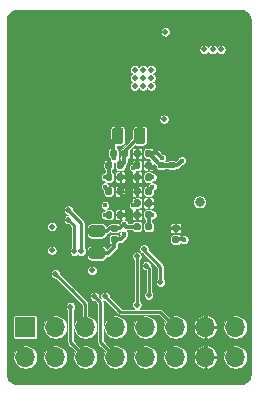
<source format=gbl>
G04 #@! TF.GenerationSoftware,KiCad,Pcbnew,(5.1.9)-1*
G04 #@! TF.CreationDate,2021-06-07T22:02:30-04:00*
G04 #@! TF.ProjectId,icepool-board,69636570-6f6f-46c2-9d62-6f6172642e6b,2020-04*
G04 #@! TF.SameCoordinates,Original*
G04 #@! TF.FileFunction,Copper,L4,Bot*
G04 #@! TF.FilePolarity,Positive*
%FSLAX46Y46*%
G04 Gerber Fmt 4.6, Leading zero omitted, Abs format (unit mm)*
G04 Created by KiCad (PCBNEW (5.1.9)-1) date 2021-06-07 22:02:30*
%MOMM*%
%LPD*%
G01*
G04 APERTURE LIST*
G04 #@! TA.AperFunction,EtchedComponent*
%ADD10C,0.100000*%
G04 #@! TD*
G04 #@! TA.AperFunction,ComponentPad*
%ADD11O,1.700000X1.700000*%
G04 #@! TD*
G04 #@! TA.AperFunction,ComponentPad*
%ADD12R,1.700000X1.700000*%
G04 #@! TD*
G04 #@! TA.AperFunction,SMDPad,CuDef*
%ADD13R,0.500000X0.500000*%
G04 #@! TD*
G04 #@! TA.AperFunction,ViaPad*
%ADD14C,0.800000*%
G04 #@! TD*
G04 #@! TA.AperFunction,ViaPad*
%ADD15C,0.450000*%
G04 #@! TD*
G04 #@! TA.AperFunction,ViaPad*
%ADD16C,0.500000*%
G04 #@! TD*
G04 #@! TA.AperFunction,Conductor*
%ADD17C,0.250000*%
G04 #@! TD*
G04 #@! TA.AperFunction,Conductor*
%ADD18C,0.304800*%
G04 #@! TD*
G04 #@! TA.AperFunction,Conductor*
%ADD19C,0.228600*%
G04 #@! TD*
G04 #@! TA.AperFunction,Conductor*
%ADD20C,0.101600*%
G04 #@! TD*
G04 #@! TA.AperFunction,Conductor*
%ADD21C,0.100000*%
G04 #@! TD*
G04 APERTURE END LIST*
D10*
G36*
X44950000Y-95100000D02*
G01*
X44450000Y-95100000D01*
X44450000Y-95500000D01*
X44950000Y-95500000D01*
X44950000Y-95100000D01*
G37*
D11*
X50530000Y-111540000D03*
X50530000Y-109000000D03*
X47990000Y-111540000D03*
X47990000Y-109000000D03*
X45450000Y-111540000D03*
X45450000Y-109000000D03*
X42910000Y-111540000D03*
X42910000Y-109000000D03*
X40370000Y-111540000D03*
X40370000Y-109000000D03*
X37830000Y-111540000D03*
X37830000Y-109000000D03*
X35290000Y-111540000D03*
X35290000Y-109000000D03*
X32750000Y-111540000D03*
D12*
X32750000Y-109000000D03*
D13*
X44250000Y-95300000D03*
X45150000Y-95300000D03*
G04 #@! TA.AperFunction,SMDPad,CuDef*
G36*
G01*
X40110000Y-95127500D02*
X40110000Y-95472500D01*
G75*
G02*
X39962500Y-95620000I-147500J0D01*
G01*
X39667500Y-95620000D01*
G75*
G02*
X39520000Y-95472500I0J147500D01*
G01*
X39520000Y-95127500D01*
G75*
G02*
X39667500Y-94980000I147500J0D01*
G01*
X39962500Y-94980000D01*
G75*
G02*
X40110000Y-95127500I0J-147500D01*
G01*
G37*
G04 #@! TD.AperFunction*
G04 #@! TA.AperFunction,SMDPad,CuDef*
G36*
G01*
X41080000Y-95127500D02*
X41080000Y-95472500D01*
G75*
G02*
X40932500Y-95620000I-147500J0D01*
G01*
X40637500Y-95620000D01*
G75*
G02*
X40490000Y-95472500I0J147500D01*
G01*
X40490000Y-95127500D01*
G75*
G02*
X40637500Y-94980000I147500J0D01*
G01*
X40932500Y-94980000D01*
G75*
G02*
X41080000Y-95127500I0J-147500D01*
G01*
G37*
G04 #@! TD.AperFunction*
G04 #@! TA.AperFunction,SMDPad,CuDef*
G36*
G01*
X42890000Y-100672500D02*
X42890000Y-100327500D01*
G75*
G02*
X43037500Y-100180000I147500J0D01*
G01*
X43332500Y-100180000D01*
G75*
G02*
X43480000Y-100327500I0J-147500D01*
G01*
X43480000Y-100672500D01*
G75*
G02*
X43332500Y-100820000I-147500J0D01*
G01*
X43037500Y-100820000D01*
G75*
G02*
X42890000Y-100672500I0J147500D01*
G01*
G37*
G04 #@! TD.AperFunction*
G04 #@! TA.AperFunction,SMDPad,CuDef*
G36*
G01*
X41920000Y-100672500D02*
X41920000Y-100327500D01*
G75*
G02*
X42067500Y-100180000I147500J0D01*
G01*
X42362500Y-100180000D01*
G75*
G02*
X42510000Y-100327500I0J-147500D01*
G01*
X42510000Y-100672500D01*
G75*
G02*
X42362500Y-100820000I-147500J0D01*
G01*
X42067500Y-100820000D01*
G75*
G02*
X41920000Y-100672500I0J147500D01*
G01*
G37*
G04 #@! TD.AperFunction*
G04 #@! TA.AperFunction,SMDPad,CuDef*
G36*
G01*
X38343750Y-100375000D02*
X39256250Y-100375000D01*
G75*
G02*
X39500000Y-100618750I0J-243750D01*
G01*
X39500000Y-101106250D01*
G75*
G02*
X39256250Y-101350000I-243750J0D01*
G01*
X38343750Y-101350000D01*
G75*
G02*
X38100000Y-101106250I0J243750D01*
G01*
X38100000Y-100618750D01*
G75*
G02*
X38343750Y-100375000I243750J0D01*
G01*
G37*
G04 #@! TD.AperFunction*
G04 #@! TA.AperFunction,SMDPad,CuDef*
G36*
G01*
X38343750Y-102250000D02*
X39256250Y-102250000D01*
G75*
G02*
X39500000Y-102493750I0J-243750D01*
G01*
X39500000Y-102981250D01*
G75*
G02*
X39256250Y-103225000I-243750J0D01*
G01*
X38343750Y-103225000D01*
G75*
G02*
X38100000Y-102981250I0J243750D01*
G01*
X38100000Y-102493750D01*
G75*
G02*
X38343750Y-102250000I243750J0D01*
G01*
G37*
G04 #@! TD.AperFunction*
G04 #@! TA.AperFunction,SMDPad,CuDef*
G36*
G01*
X40510000Y-94127500D02*
X40510000Y-94472500D01*
G75*
G02*
X40362500Y-94620000I-147500J0D01*
G01*
X40067500Y-94620000D01*
G75*
G02*
X39920000Y-94472500I0J147500D01*
G01*
X39920000Y-94127500D01*
G75*
G02*
X40067500Y-93980000I147500J0D01*
G01*
X40362500Y-93980000D01*
G75*
G02*
X40510000Y-94127500I0J-147500D01*
G01*
G37*
G04 #@! TD.AperFunction*
G04 #@! TA.AperFunction,SMDPad,CuDef*
G36*
G01*
X41480000Y-94127500D02*
X41480000Y-94472500D01*
G75*
G02*
X41332500Y-94620000I-147500J0D01*
G01*
X41037500Y-94620000D01*
G75*
G02*
X40890000Y-94472500I0J147500D01*
G01*
X40890000Y-94127500D01*
G75*
G02*
X41037500Y-93980000I147500J0D01*
G01*
X41332500Y-93980000D01*
G75*
G02*
X41480000Y-94127500I0J-147500D01*
G01*
G37*
G04 #@! TD.AperFunction*
G04 #@! TA.AperFunction,SMDPad,CuDef*
G36*
G01*
X45327500Y-101290000D02*
X45672500Y-101290000D01*
G75*
G02*
X45820000Y-101437500I0J-147500D01*
G01*
X45820000Y-101732500D01*
G75*
G02*
X45672500Y-101880000I-147500J0D01*
G01*
X45327500Y-101880000D01*
G75*
G02*
X45180000Y-101732500I0J147500D01*
G01*
X45180000Y-101437500D01*
G75*
G02*
X45327500Y-101290000I147500J0D01*
G01*
G37*
G04 #@! TD.AperFunction*
G04 #@! TA.AperFunction,SMDPad,CuDef*
G36*
G01*
X45327500Y-100320000D02*
X45672500Y-100320000D01*
G75*
G02*
X45820000Y-100467500I0J-147500D01*
G01*
X45820000Y-100762500D01*
G75*
G02*
X45672500Y-100910000I-147500J0D01*
G01*
X45327500Y-100910000D01*
G75*
G02*
X45180000Y-100762500I0J147500D01*
G01*
X45180000Y-100467500D01*
G75*
G02*
X45327500Y-100320000I147500J0D01*
G01*
G37*
G04 #@! TD.AperFunction*
G04 #@! TA.AperFunction,SMDPad,CuDef*
G36*
G01*
X40110000Y-96127500D02*
X40110000Y-96472500D01*
G75*
G02*
X39962500Y-96620000I-147500J0D01*
G01*
X39667500Y-96620000D01*
G75*
G02*
X39520000Y-96472500I0J147500D01*
G01*
X39520000Y-96127500D01*
G75*
G02*
X39667500Y-95980000I147500J0D01*
G01*
X39962500Y-95980000D01*
G75*
G02*
X40110000Y-96127500I0J-147500D01*
G01*
G37*
G04 #@! TD.AperFunction*
G04 #@! TA.AperFunction,SMDPad,CuDef*
G36*
G01*
X41080000Y-96127500D02*
X41080000Y-96472500D01*
G75*
G02*
X40932500Y-96620000I-147500J0D01*
G01*
X40637500Y-96620000D01*
G75*
G02*
X40490000Y-96472500I0J147500D01*
G01*
X40490000Y-96127500D01*
G75*
G02*
X40637500Y-95980000I147500J0D01*
G01*
X40932500Y-95980000D01*
G75*
G02*
X41080000Y-96127500I0J-147500D01*
G01*
G37*
G04 #@! TD.AperFunction*
G04 #@! TA.AperFunction,SMDPad,CuDef*
G36*
G01*
X42890000Y-99672500D02*
X42890000Y-99327500D01*
G75*
G02*
X43037500Y-99180000I147500J0D01*
G01*
X43332500Y-99180000D01*
G75*
G02*
X43480000Y-99327500I0J-147500D01*
G01*
X43480000Y-99672500D01*
G75*
G02*
X43332500Y-99820000I-147500J0D01*
G01*
X43037500Y-99820000D01*
G75*
G02*
X42890000Y-99672500I0J147500D01*
G01*
G37*
G04 #@! TD.AperFunction*
G04 #@! TA.AperFunction,SMDPad,CuDef*
G36*
G01*
X41920000Y-99672500D02*
X41920000Y-99327500D01*
G75*
G02*
X42067500Y-99180000I147500J0D01*
G01*
X42362500Y-99180000D01*
G75*
G02*
X42510000Y-99327500I0J-147500D01*
G01*
X42510000Y-99672500D01*
G75*
G02*
X42362500Y-99820000I-147500J0D01*
G01*
X42067500Y-99820000D01*
G75*
G02*
X41920000Y-99672500I0J147500D01*
G01*
G37*
G04 #@! TD.AperFunction*
G04 #@! TA.AperFunction,SMDPad,CuDef*
G36*
G01*
X42890000Y-97672500D02*
X42890000Y-97327500D01*
G75*
G02*
X43037500Y-97180000I147500J0D01*
G01*
X43332500Y-97180000D01*
G75*
G02*
X43480000Y-97327500I0J-147500D01*
G01*
X43480000Y-97672500D01*
G75*
G02*
X43332500Y-97820000I-147500J0D01*
G01*
X43037500Y-97820000D01*
G75*
G02*
X42890000Y-97672500I0J147500D01*
G01*
G37*
G04 #@! TD.AperFunction*
G04 #@! TA.AperFunction,SMDPad,CuDef*
G36*
G01*
X41920000Y-97672500D02*
X41920000Y-97327500D01*
G75*
G02*
X42067500Y-97180000I147500J0D01*
G01*
X42362500Y-97180000D01*
G75*
G02*
X42510000Y-97327500I0J-147500D01*
G01*
X42510000Y-97672500D01*
G75*
G02*
X42362500Y-97820000I-147500J0D01*
G01*
X42067500Y-97820000D01*
G75*
G02*
X41920000Y-97672500I0J147500D01*
G01*
G37*
G04 #@! TD.AperFunction*
G04 #@! TA.AperFunction,SMDPad,CuDef*
G36*
G01*
X42890000Y-94472500D02*
X42890000Y-94127500D01*
G75*
G02*
X43037500Y-93980000I147500J0D01*
G01*
X43332500Y-93980000D01*
G75*
G02*
X43480000Y-94127500I0J-147500D01*
G01*
X43480000Y-94472500D01*
G75*
G02*
X43332500Y-94620000I-147500J0D01*
G01*
X43037500Y-94620000D01*
G75*
G02*
X42890000Y-94472500I0J147500D01*
G01*
G37*
G04 #@! TD.AperFunction*
G04 #@! TA.AperFunction,SMDPad,CuDef*
G36*
G01*
X41920000Y-94472500D02*
X41920000Y-94127500D01*
G75*
G02*
X42067500Y-93980000I147500J0D01*
G01*
X42362500Y-93980000D01*
G75*
G02*
X42510000Y-94127500I0J-147500D01*
G01*
X42510000Y-94472500D01*
G75*
G02*
X42362500Y-94620000I-147500J0D01*
G01*
X42067500Y-94620000D01*
G75*
G02*
X41920000Y-94472500I0J147500D01*
G01*
G37*
G04 #@! TD.AperFunction*
G04 #@! TA.AperFunction,SMDPad,CuDef*
G36*
G01*
X42495000Y-95127500D02*
X42495000Y-95472500D01*
G75*
G02*
X42347500Y-95620000I-147500J0D01*
G01*
X42052500Y-95620000D01*
G75*
G02*
X41905000Y-95472500I0J147500D01*
G01*
X41905000Y-95127500D01*
G75*
G02*
X42052500Y-94980000I147500J0D01*
G01*
X42347500Y-94980000D01*
G75*
G02*
X42495000Y-95127500I0J-147500D01*
G01*
G37*
G04 #@! TD.AperFunction*
G04 #@! TA.AperFunction,SMDPad,CuDef*
G36*
G01*
X43465000Y-95127500D02*
X43465000Y-95472500D01*
G75*
G02*
X43317500Y-95620000I-147500J0D01*
G01*
X43022500Y-95620000D01*
G75*
G02*
X42875000Y-95472500I0J147500D01*
G01*
X42875000Y-95127500D01*
G75*
G02*
X43022500Y-94980000I147500J0D01*
G01*
X43317500Y-94980000D01*
G75*
G02*
X43465000Y-95127500I0J-147500D01*
G01*
G37*
G04 #@! TD.AperFunction*
G04 #@! TA.AperFunction,SMDPad,CuDef*
G36*
G01*
X42510000Y-98327500D02*
X42510000Y-98672500D01*
G75*
G02*
X42362500Y-98820000I-147500J0D01*
G01*
X42067500Y-98820000D01*
G75*
G02*
X41920000Y-98672500I0J147500D01*
G01*
X41920000Y-98327500D01*
G75*
G02*
X42067500Y-98180000I147500J0D01*
G01*
X42362500Y-98180000D01*
G75*
G02*
X42510000Y-98327500I0J-147500D01*
G01*
G37*
G04 #@! TD.AperFunction*
G04 #@! TA.AperFunction,SMDPad,CuDef*
G36*
G01*
X43480000Y-98327500D02*
X43480000Y-98672500D01*
G75*
G02*
X43332500Y-98820000I-147500J0D01*
G01*
X43037500Y-98820000D01*
G75*
G02*
X42890000Y-98672500I0J147500D01*
G01*
X42890000Y-98327500D01*
G75*
G02*
X43037500Y-98180000I147500J0D01*
G01*
X43332500Y-98180000D01*
G75*
G02*
X43480000Y-98327500I0J-147500D01*
G01*
G37*
G04 #@! TD.AperFunction*
G04 #@! TA.AperFunction,SMDPad,CuDef*
G36*
G01*
X40110000Y-99327500D02*
X40110000Y-99672500D01*
G75*
G02*
X39962500Y-99820000I-147500J0D01*
G01*
X39667500Y-99820000D01*
G75*
G02*
X39520000Y-99672500I0J147500D01*
G01*
X39520000Y-99327500D01*
G75*
G02*
X39667500Y-99180000I147500J0D01*
G01*
X39962500Y-99180000D01*
G75*
G02*
X40110000Y-99327500I0J-147500D01*
G01*
G37*
G04 #@! TD.AperFunction*
G04 #@! TA.AperFunction,SMDPad,CuDef*
G36*
G01*
X41080000Y-99327500D02*
X41080000Y-99672500D01*
G75*
G02*
X40932500Y-99820000I-147500J0D01*
G01*
X40637500Y-99820000D01*
G75*
G02*
X40490000Y-99672500I0J147500D01*
G01*
X40490000Y-99327500D01*
G75*
G02*
X40637500Y-99180000I147500J0D01*
G01*
X40932500Y-99180000D01*
G75*
G02*
X41080000Y-99327500I0J-147500D01*
G01*
G37*
G04 #@! TD.AperFunction*
G04 #@! TA.AperFunction,SMDPad,CuDef*
G36*
G01*
X41050000Y-92343750D02*
X41050000Y-93256250D01*
G75*
G02*
X40806250Y-93500000I-243750J0D01*
G01*
X40318750Y-93500000D01*
G75*
G02*
X40075000Y-93256250I0J243750D01*
G01*
X40075000Y-92343750D01*
G75*
G02*
X40318750Y-92100000I243750J0D01*
G01*
X40806250Y-92100000D01*
G75*
G02*
X41050000Y-92343750I0J-243750D01*
G01*
G37*
G04 #@! TD.AperFunction*
G04 #@! TA.AperFunction,SMDPad,CuDef*
G36*
G01*
X42925000Y-92343750D02*
X42925000Y-93256250D01*
G75*
G02*
X42681250Y-93500000I-243750J0D01*
G01*
X42193750Y-93500000D01*
G75*
G02*
X41950000Y-93256250I0J243750D01*
G01*
X41950000Y-92343750D01*
G75*
G02*
X42193750Y-92100000I243750J0D01*
G01*
X42681250Y-92100000D01*
G75*
G02*
X42925000Y-92343750I0J-243750D01*
G01*
G37*
G04 #@! TD.AperFunction*
G04 #@! TA.AperFunction,SMDPad,CuDef*
G36*
G01*
X40110000Y-97327500D02*
X40110000Y-97672500D01*
G75*
G02*
X39962500Y-97820000I-147500J0D01*
G01*
X39667500Y-97820000D01*
G75*
G02*
X39520000Y-97672500I0J147500D01*
G01*
X39520000Y-97327500D01*
G75*
G02*
X39667500Y-97180000I147500J0D01*
G01*
X39962500Y-97180000D01*
G75*
G02*
X40110000Y-97327500I0J-147500D01*
G01*
G37*
G04 #@! TD.AperFunction*
G04 #@! TA.AperFunction,SMDPad,CuDef*
G36*
G01*
X41080000Y-97327500D02*
X41080000Y-97672500D01*
G75*
G02*
X40932500Y-97820000I-147500J0D01*
G01*
X40637500Y-97820000D01*
G75*
G02*
X40490000Y-97672500I0J147500D01*
G01*
X40490000Y-97327500D01*
G75*
G02*
X40637500Y-97180000I147500J0D01*
G01*
X40932500Y-97180000D01*
G75*
G02*
X41080000Y-97327500I0J-147500D01*
G01*
G37*
G04 #@! TD.AperFunction*
G04 #@! TA.AperFunction,SMDPad,CuDef*
G36*
G01*
X40127500Y-101290000D02*
X40472500Y-101290000D01*
G75*
G02*
X40620000Y-101437500I0J-147500D01*
G01*
X40620000Y-101732500D01*
G75*
G02*
X40472500Y-101880000I-147500J0D01*
G01*
X40127500Y-101880000D01*
G75*
G02*
X39980000Y-101732500I0J147500D01*
G01*
X39980000Y-101437500D01*
G75*
G02*
X40127500Y-101290000I147500J0D01*
G01*
G37*
G04 #@! TD.AperFunction*
G04 #@! TA.AperFunction,SMDPad,CuDef*
G36*
G01*
X40127500Y-100320000D02*
X40472500Y-100320000D01*
G75*
G02*
X40620000Y-100467500I0J-147500D01*
G01*
X40620000Y-100762500D01*
G75*
G02*
X40472500Y-100910000I-147500J0D01*
G01*
X40127500Y-100910000D01*
G75*
G02*
X39980000Y-100762500I0J147500D01*
G01*
X39980000Y-100467500D01*
G75*
G02*
X40127500Y-100320000I147500J0D01*
G01*
G37*
G04 #@! TD.AperFunction*
G04 #@! TA.AperFunction,SMDPad,CuDef*
G36*
G01*
X42890000Y-96472500D02*
X42890000Y-96127500D01*
G75*
G02*
X43037500Y-95980000I147500J0D01*
G01*
X43332500Y-95980000D01*
G75*
G02*
X43480000Y-96127500I0J-147500D01*
G01*
X43480000Y-96472500D01*
G75*
G02*
X43332500Y-96620000I-147500J0D01*
G01*
X43037500Y-96620000D01*
G75*
G02*
X42890000Y-96472500I0J147500D01*
G01*
G37*
G04 #@! TD.AperFunction*
G04 #@! TA.AperFunction,SMDPad,CuDef*
G36*
G01*
X41920000Y-96472500D02*
X41920000Y-96127500D01*
G75*
G02*
X42067500Y-95980000I147500J0D01*
G01*
X42362500Y-95980000D01*
G75*
G02*
X42510000Y-96127500I0J-147500D01*
G01*
X42510000Y-96472500D01*
G75*
G02*
X42362500Y-96620000I-147500J0D01*
G01*
X42067500Y-96620000D01*
G75*
G02*
X41920000Y-96472500I0J147500D01*
G01*
G37*
G04 #@! TD.AperFunction*
D14*
X46736000Y-110300000D03*
X46736000Y-107760000D03*
D15*
X43500000Y-95500000D03*
D14*
X49276000Y-112840000D03*
D15*
X46200000Y-100800000D03*
D14*
X49276000Y-107760000D03*
X44400000Y-85400000D03*
X49200000Y-97500000D03*
D15*
X40300000Y-98700000D03*
X41900000Y-97100000D03*
X41100000Y-96300000D03*
D16*
X41100000Y-104800000D03*
X46000000Y-88200000D03*
D15*
X41100000Y-98700000D03*
X41100000Y-97900000D03*
D14*
X46736000Y-112840000D03*
X49276000Y-110300000D03*
X48600000Y-88300000D03*
D16*
X46000000Y-89200000D03*
D14*
X49279090Y-92500000D03*
D16*
X46000000Y-87200000D03*
D15*
X41900000Y-99500000D03*
X41100000Y-97100000D03*
X41900000Y-96300000D03*
X41100000Y-99500000D03*
D16*
X44600000Y-84000000D03*
X35000000Y-100500000D03*
D15*
X41900000Y-98700000D03*
D14*
X47500000Y-98400000D03*
D16*
X49300000Y-85500000D03*
X48600000Y-85500000D03*
D15*
X39500000Y-97100000D03*
D16*
X38400000Y-104200000D03*
X35000000Y-102500000D03*
D15*
X41900000Y-95500000D03*
X46200000Y-101600000D03*
X43500000Y-97100000D03*
D16*
X47900000Y-85500000D03*
D15*
X46000000Y-94900000D03*
D16*
X44500000Y-91400000D03*
D15*
X39500000Y-98700000D03*
D16*
X43400000Y-88600000D03*
X42700000Y-88600000D03*
X43400000Y-87900000D03*
X42700000Y-87900000D03*
X42000000Y-88600000D03*
X42000000Y-87900000D03*
X42000000Y-87200000D03*
X42700000Y-87200000D03*
D15*
X43500000Y-99500000D03*
X43500000Y-96300000D03*
X39500000Y-99500000D03*
X39500000Y-96300000D03*
D16*
X43400000Y-87200000D03*
D15*
X44300000Y-94700000D03*
X41100000Y-100300000D03*
X41100000Y-101100000D03*
X40300000Y-94700000D03*
X41100000Y-94700000D03*
D16*
X35300000Y-104500000D03*
X36576000Y-107264200D03*
X43000000Y-103800000D03*
X43200000Y-106300000D03*
X39500000Y-106400000D03*
X37500004Y-102600000D03*
X36399998Y-99100000D03*
X42200000Y-103000000D03*
X42200000Y-107100000D03*
X44196000Y-105195998D03*
X42800000Y-102380013D03*
X36900000Y-102600000D03*
X38600000Y-106400000D03*
X36400000Y-99900000D03*
D17*
X45500000Y-100615000D02*
X46015000Y-100615000D01*
X46015000Y-100615000D02*
X46200000Y-100800000D01*
D18*
X39500000Y-97100000D02*
X39500000Y-97185000D01*
X39500000Y-97185000D02*
X39815000Y-97500000D01*
X42100000Y-95300000D02*
X41900000Y-95500000D01*
X42015000Y-98700000D02*
X42215000Y-98500000D01*
X45500000Y-101585000D02*
X46185000Y-101585000D01*
X45150000Y-95300000D02*
X45600000Y-95300000D01*
X43500000Y-97100000D02*
X43500000Y-97185000D01*
X42200000Y-95300000D02*
X42100000Y-95300000D01*
X45600000Y-95300000D02*
X46000000Y-94900000D01*
X46185000Y-101585000D02*
X46200000Y-101600000D01*
X43500000Y-97185000D02*
X43185000Y-97500000D01*
X41900000Y-98700000D02*
X42015000Y-98700000D01*
X43185000Y-100500000D02*
X43185000Y-99500000D01*
X43185000Y-99500000D02*
X43500000Y-99500000D01*
X39500000Y-96300000D02*
X39815000Y-96300000D01*
X39815000Y-96300000D02*
X39815000Y-95300000D01*
X39500000Y-99500000D02*
X39815000Y-99500000D01*
X43500000Y-96300000D02*
X43185000Y-96300000D01*
X44185000Y-95300000D02*
X43185000Y-94300000D01*
X43900000Y-94300000D02*
X44300000Y-94700000D01*
X43185000Y-94300000D02*
X43900000Y-94300000D01*
X44250000Y-95300000D02*
X44185000Y-95300000D01*
X39632500Y-100862500D02*
X38800000Y-100862500D01*
X40300000Y-100615000D02*
X40785000Y-100615000D01*
X42215000Y-100500000D02*
X41300000Y-100500000D01*
X40785000Y-100615000D02*
X41100000Y-100300000D01*
X41300000Y-100500000D02*
X41100000Y-100300000D01*
X40300000Y-100615000D02*
X39880000Y-100615000D01*
X39880000Y-100615000D02*
X39632500Y-100862500D01*
X40815000Y-101585000D02*
X40300000Y-101585000D01*
X39762500Y-102737500D02*
X38800000Y-102737500D01*
X41100000Y-101100000D02*
X41100000Y-101300000D01*
X41100000Y-101300000D02*
X40815000Y-101585000D01*
X40300000Y-102200000D02*
X39762500Y-102737500D01*
X40300000Y-101585000D02*
X40300000Y-102200000D01*
X40215000Y-93147500D02*
X40562500Y-92800000D01*
X40215000Y-94300000D02*
X40215000Y-94615000D01*
X40215000Y-94300000D02*
X40215000Y-93147500D01*
X40215000Y-94615000D02*
X40300000Y-94700000D01*
X40900000Y-95300000D02*
X41100000Y-95100000D01*
X40785000Y-95300000D02*
X40900000Y-95300000D01*
X41185000Y-94300000D02*
X41185000Y-94052500D01*
X41185000Y-94052500D02*
X42437500Y-92800000D01*
X41100000Y-94700000D02*
X41100000Y-94385000D01*
X41100000Y-94385000D02*
X41185000Y-94300000D01*
X41100000Y-95100000D02*
X41100000Y-94700000D01*
D19*
X37830000Y-109000000D02*
X37830000Y-107030000D01*
X37830000Y-107030000D02*
X36700000Y-105900000D01*
X36700000Y-105900000D02*
X35300000Y-104500000D01*
X36576000Y-110286000D02*
X36576000Y-107264200D01*
X37830000Y-111540000D02*
X36576000Y-110286000D01*
X43200000Y-104000000D02*
X43200000Y-106300000D01*
X42910000Y-103890000D02*
X43000000Y-103800000D01*
X43000000Y-103800000D02*
X43200000Y-104000000D01*
X37500004Y-100200006D02*
X37500004Y-102600000D01*
X44150000Y-107700000D02*
X45450000Y-109000000D01*
X40800000Y-107700000D02*
X44150000Y-107700000D01*
X36399998Y-99100000D02*
X37500004Y-100200006D01*
X39500000Y-106400000D02*
X40800000Y-107700000D01*
X42200000Y-103000000D02*
X42200000Y-106899992D01*
X42200000Y-106899992D02*
X42200000Y-107100000D01*
X44196000Y-103876026D02*
X44196000Y-105195998D01*
X42699987Y-102380013D02*
X44196000Y-103876026D01*
X40370000Y-111540000D02*
X39116000Y-110286000D01*
X39116000Y-107116000D02*
X39116000Y-106916000D01*
X39116000Y-106916000D02*
X38600000Y-106400000D01*
X36900000Y-100400000D02*
X36400000Y-99900000D01*
X36900000Y-102600000D02*
X36900000Y-100400000D01*
X39116000Y-110286000D02*
X39116000Y-107116000D01*
D20*
X51159608Y-82193900D02*
X51313146Y-82240256D01*
X51454750Y-82315548D01*
X51579032Y-82416910D01*
X51681261Y-82540484D01*
X51757541Y-82681561D01*
X51804965Y-82834762D01*
X51822600Y-83002544D01*
X51822601Y-112991317D01*
X51806099Y-113159612D01*
X51759744Y-113313146D01*
X51684452Y-113454750D01*
X51583092Y-113579030D01*
X51459518Y-113681260D01*
X51318440Y-113757541D01*
X51165238Y-113804965D01*
X50997456Y-113822600D01*
X32008673Y-113822600D01*
X31840388Y-113806099D01*
X31686854Y-113759744D01*
X31545250Y-113684452D01*
X31420970Y-113583092D01*
X31318740Y-113459518D01*
X31242459Y-113318440D01*
X31195035Y-113165238D01*
X31177400Y-112997456D01*
X31177400Y-111441272D01*
X31747600Y-111441272D01*
X31747600Y-111638728D01*
X31786122Y-111832389D01*
X31861685Y-112014814D01*
X31971385Y-112178993D01*
X32111007Y-112318615D01*
X32275186Y-112428315D01*
X32457611Y-112503878D01*
X32651272Y-112542400D01*
X32848728Y-112542400D01*
X33042389Y-112503878D01*
X33224814Y-112428315D01*
X33388993Y-112318615D01*
X33528615Y-112178993D01*
X33638315Y-112014814D01*
X33713878Y-111832389D01*
X33752400Y-111638728D01*
X33752400Y-111441272D01*
X34287600Y-111441272D01*
X34287600Y-111638728D01*
X34326122Y-111832389D01*
X34401685Y-112014814D01*
X34511385Y-112178993D01*
X34651007Y-112318615D01*
X34815186Y-112428315D01*
X34997611Y-112503878D01*
X35191272Y-112542400D01*
X35388728Y-112542400D01*
X35582389Y-112503878D01*
X35764814Y-112428315D01*
X35928993Y-112318615D01*
X36068615Y-112178993D01*
X36178315Y-112014814D01*
X36253878Y-111832389D01*
X36292400Y-111638728D01*
X36292400Y-111441272D01*
X36253878Y-111247611D01*
X36178315Y-111065186D01*
X36068615Y-110901007D01*
X35928993Y-110761385D01*
X35764814Y-110651685D01*
X35582389Y-110576122D01*
X35388728Y-110537600D01*
X35191272Y-110537600D01*
X34997611Y-110576122D01*
X34815186Y-110651685D01*
X34651007Y-110761385D01*
X34511385Y-110901007D01*
X34401685Y-111065186D01*
X34326122Y-111247611D01*
X34287600Y-111441272D01*
X33752400Y-111441272D01*
X33713878Y-111247611D01*
X33638315Y-111065186D01*
X33528615Y-110901007D01*
X33388993Y-110761385D01*
X33224814Y-110651685D01*
X33042389Y-110576122D01*
X32848728Y-110537600D01*
X32651272Y-110537600D01*
X32457611Y-110576122D01*
X32275186Y-110651685D01*
X32111007Y-110761385D01*
X31971385Y-110901007D01*
X31861685Y-111065186D01*
X31786122Y-111247611D01*
X31747600Y-111441272D01*
X31177400Y-111441272D01*
X31177400Y-108150000D01*
X31746863Y-108150000D01*
X31746863Y-109850000D01*
X31749805Y-109879876D01*
X31758520Y-109908603D01*
X31772671Y-109935078D01*
X31791716Y-109958284D01*
X31814922Y-109977329D01*
X31841397Y-109991480D01*
X31870124Y-110000195D01*
X31900000Y-110003137D01*
X33600000Y-110003137D01*
X33629876Y-110000195D01*
X33658603Y-109991480D01*
X33685078Y-109977329D01*
X33708284Y-109958284D01*
X33727329Y-109935078D01*
X33741480Y-109908603D01*
X33750195Y-109879876D01*
X33753137Y-109850000D01*
X33753137Y-108901272D01*
X34287600Y-108901272D01*
X34287600Y-109098728D01*
X34326122Y-109292389D01*
X34401685Y-109474814D01*
X34511385Y-109638993D01*
X34651007Y-109778615D01*
X34815186Y-109888315D01*
X34997611Y-109963878D01*
X35191272Y-110002400D01*
X35388728Y-110002400D01*
X35582389Y-109963878D01*
X35764814Y-109888315D01*
X35928993Y-109778615D01*
X36068615Y-109638993D01*
X36178315Y-109474814D01*
X36253878Y-109292389D01*
X36292400Y-109098728D01*
X36292400Y-108901272D01*
X36253878Y-108707611D01*
X36178315Y-108525186D01*
X36068615Y-108361007D01*
X35928993Y-108221385D01*
X35764814Y-108111685D01*
X35582389Y-108036122D01*
X35388728Y-107997600D01*
X35191272Y-107997600D01*
X34997611Y-108036122D01*
X34815186Y-108111685D01*
X34651007Y-108221385D01*
X34511385Y-108361007D01*
X34401685Y-108525186D01*
X34326122Y-108707611D01*
X34287600Y-108901272D01*
X33753137Y-108901272D01*
X33753137Y-108150000D01*
X33750195Y-108120124D01*
X33741480Y-108091397D01*
X33727329Y-108064922D01*
X33708284Y-108041716D01*
X33685078Y-108022671D01*
X33658603Y-108008520D01*
X33629876Y-107999805D01*
X33600000Y-107996863D01*
X31900000Y-107996863D01*
X31870124Y-107999805D01*
X31841397Y-108008520D01*
X31814922Y-108022671D01*
X31791716Y-108041716D01*
X31772671Y-108064922D01*
X31758520Y-108091397D01*
X31749805Y-108120124D01*
X31746863Y-108150000D01*
X31177400Y-108150000D01*
X31177400Y-104460367D01*
X34897600Y-104460367D01*
X34897600Y-104539633D01*
X34913064Y-104617376D01*
X34943398Y-104690608D01*
X34987436Y-104756515D01*
X35043485Y-104812564D01*
X35109392Y-104856602D01*
X35182624Y-104886936D01*
X35260367Y-104902400D01*
X35325230Y-104902400D01*
X36520676Y-106097847D01*
X36520682Y-106097852D01*
X37563301Y-107140471D01*
X37563300Y-108031012D01*
X37537611Y-108036122D01*
X37355186Y-108111685D01*
X37191007Y-108221385D01*
X37051385Y-108361007D01*
X36941685Y-108525186D01*
X36866122Y-108707611D01*
X36842700Y-108825360D01*
X36842700Y-107566579D01*
X36888564Y-107520715D01*
X36932602Y-107454808D01*
X36962936Y-107381576D01*
X36978400Y-107303833D01*
X36978400Y-107224567D01*
X36962936Y-107146824D01*
X36932602Y-107073592D01*
X36888564Y-107007685D01*
X36832515Y-106951636D01*
X36766608Y-106907598D01*
X36693376Y-106877264D01*
X36615633Y-106861800D01*
X36536367Y-106861800D01*
X36458624Y-106877264D01*
X36385392Y-106907598D01*
X36319485Y-106951636D01*
X36263436Y-107007685D01*
X36219398Y-107073592D01*
X36189064Y-107146824D01*
X36173600Y-107224567D01*
X36173600Y-107303833D01*
X36189064Y-107381576D01*
X36219398Y-107454808D01*
X36263436Y-107520715D01*
X36309301Y-107566580D01*
X36309300Y-110272904D01*
X36308010Y-110286000D01*
X36309300Y-110299096D01*
X36309300Y-110299097D01*
X36313159Y-110338281D01*
X36328410Y-110388554D01*
X36353174Y-110434887D01*
X36386502Y-110475498D01*
X36396684Y-110483854D01*
X36956237Y-111043407D01*
X36941685Y-111065186D01*
X36866122Y-111247611D01*
X36827600Y-111441272D01*
X36827600Y-111638728D01*
X36866122Y-111832389D01*
X36941685Y-112014814D01*
X37051385Y-112178993D01*
X37191007Y-112318615D01*
X37355186Y-112428315D01*
X37537611Y-112503878D01*
X37731272Y-112542400D01*
X37928728Y-112542400D01*
X38122389Y-112503878D01*
X38304814Y-112428315D01*
X38468993Y-112318615D01*
X38608615Y-112178993D01*
X38718315Y-112014814D01*
X38793878Y-111832389D01*
X38832400Y-111638728D01*
X38832400Y-111441272D01*
X38793878Y-111247611D01*
X38718315Y-111065186D01*
X38608615Y-110901007D01*
X38468993Y-110761385D01*
X38304814Y-110651685D01*
X38122389Y-110576122D01*
X37928728Y-110537600D01*
X37731272Y-110537600D01*
X37537611Y-110576122D01*
X37355186Y-110651685D01*
X37333407Y-110666237D01*
X36842700Y-110175530D01*
X36842700Y-109174640D01*
X36866122Y-109292389D01*
X36941685Y-109474814D01*
X37051385Y-109638993D01*
X37191007Y-109778615D01*
X37355186Y-109888315D01*
X37537611Y-109963878D01*
X37731272Y-110002400D01*
X37928728Y-110002400D01*
X38122389Y-109963878D01*
X38304814Y-109888315D01*
X38468993Y-109778615D01*
X38608615Y-109638993D01*
X38718315Y-109474814D01*
X38793878Y-109292389D01*
X38832400Y-109098728D01*
X38832400Y-108901272D01*
X38793878Y-108707611D01*
X38718315Y-108525186D01*
X38608615Y-108361007D01*
X38468993Y-108221385D01*
X38304814Y-108111685D01*
X38122389Y-108036122D01*
X38096700Y-108031012D01*
X38096700Y-107043095D01*
X38097990Y-107029999D01*
X38096671Y-107016610D01*
X38092841Y-106977718D01*
X38077590Y-106927445D01*
X38052826Y-106881113D01*
X38019498Y-106840502D01*
X38009316Y-106832146D01*
X37537537Y-106360367D01*
X38197600Y-106360367D01*
X38197600Y-106439633D01*
X38213064Y-106517376D01*
X38243398Y-106590608D01*
X38287436Y-106656515D01*
X38343485Y-106712564D01*
X38409392Y-106756602D01*
X38482624Y-106786936D01*
X38560367Y-106802400D01*
X38625230Y-106802400D01*
X38849300Y-107026470D01*
X38849300Y-107129097D01*
X38849301Y-107129107D01*
X38849300Y-110272904D01*
X38848010Y-110286000D01*
X38849300Y-110299096D01*
X38849300Y-110299097D01*
X38853159Y-110338281D01*
X38868410Y-110388554D01*
X38893174Y-110434887D01*
X38926502Y-110475498D01*
X38936684Y-110483854D01*
X39496237Y-111043407D01*
X39481685Y-111065186D01*
X39406122Y-111247611D01*
X39367600Y-111441272D01*
X39367600Y-111638728D01*
X39406122Y-111832389D01*
X39481685Y-112014814D01*
X39591385Y-112178993D01*
X39731007Y-112318615D01*
X39895186Y-112428315D01*
X40077611Y-112503878D01*
X40271272Y-112542400D01*
X40468728Y-112542400D01*
X40662389Y-112503878D01*
X40844814Y-112428315D01*
X41008993Y-112318615D01*
X41148615Y-112178993D01*
X41258315Y-112014814D01*
X41333878Y-111832389D01*
X41372400Y-111638728D01*
X41372400Y-111441272D01*
X41907600Y-111441272D01*
X41907600Y-111638728D01*
X41946122Y-111832389D01*
X42021685Y-112014814D01*
X42131385Y-112178993D01*
X42271007Y-112318615D01*
X42435186Y-112428315D01*
X42617611Y-112503878D01*
X42811272Y-112542400D01*
X43008728Y-112542400D01*
X43202389Y-112503878D01*
X43384814Y-112428315D01*
X43548993Y-112318615D01*
X43688615Y-112178993D01*
X43798315Y-112014814D01*
X43873878Y-111832389D01*
X43912400Y-111638728D01*
X43912400Y-111441272D01*
X44447600Y-111441272D01*
X44447600Y-111638728D01*
X44486122Y-111832389D01*
X44561685Y-112014814D01*
X44671385Y-112178993D01*
X44811007Y-112318615D01*
X44975186Y-112428315D01*
X45157611Y-112503878D01*
X45351272Y-112542400D01*
X45548728Y-112542400D01*
X45742389Y-112503878D01*
X45924814Y-112428315D01*
X46088993Y-112318615D01*
X46228615Y-112178993D01*
X46338315Y-112014814D01*
X46413878Y-111832389D01*
X46430906Y-111746783D01*
X47009157Y-111746783D01*
X47068345Y-111934163D01*
X47162952Y-112106395D01*
X47289342Y-112256861D01*
X47442658Y-112379778D01*
X47617008Y-112470423D01*
X47783217Y-112520840D01*
X47939200Y-112502961D01*
X47939200Y-111590800D01*
X48040800Y-111590800D01*
X48040800Y-112502961D01*
X48196783Y-112520840D01*
X48362992Y-112470423D01*
X48537342Y-112379778D01*
X48690658Y-112256861D01*
X48817048Y-112106395D01*
X48911655Y-111934163D01*
X48970843Y-111746783D01*
X48953015Y-111590800D01*
X48040800Y-111590800D01*
X47939200Y-111590800D01*
X47026985Y-111590800D01*
X47009157Y-111746783D01*
X46430906Y-111746783D01*
X46452400Y-111638728D01*
X46452400Y-111441272D01*
X46430907Y-111333217D01*
X47009157Y-111333217D01*
X47026985Y-111489200D01*
X47939200Y-111489200D01*
X47939200Y-110577039D01*
X48040800Y-110577039D01*
X48040800Y-111489200D01*
X48953015Y-111489200D01*
X48958492Y-111441272D01*
X49527600Y-111441272D01*
X49527600Y-111638728D01*
X49566122Y-111832389D01*
X49641685Y-112014814D01*
X49751385Y-112178993D01*
X49891007Y-112318615D01*
X50055186Y-112428315D01*
X50237611Y-112503878D01*
X50431272Y-112542400D01*
X50628728Y-112542400D01*
X50822389Y-112503878D01*
X51004814Y-112428315D01*
X51168993Y-112318615D01*
X51308615Y-112178993D01*
X51418315Y-112014814D01*
X51493878Y-111832389D01*
X51532400Y-111638728D01*
X51532400Y-111441272D01*
X51493878Y-111247611D01*
X51418315Y-111065186D01*
X51308615Y-110901007D01*
X51168993Y-110761385D01*
X51004814Y-110651685D01*
X50822389Y-110576122D01*
X50628728Y-110537600D01*
X50431272Y-110537600D01*
X50237611Y-110576122D01*
X50055186Y-110651685D01*
X49891007Y-110761385D01*
X49751385Y-110901007D01*
X49641685Y-111065186D01*
X49566122Y-111247611D01*
X49527600Y-111441272D01*
X48958492Y-111441272D01*
X48970843Y-111333217D01*
X48911655Y-111145837D01*
X48817048Y-110973605D01*
X48690658Y-110823139D01*
X48537342Y-110700222D01*
X48362992Y-110609577D01*
X48196783Y-110559160D01*
X48040800Y-110577039D01*
X47939200Y-110577039D01*
X47783217Y-110559160D01*
X47617008Y-110609577D01*
X47442658Y-110700222D01*
X47289342Y-110823139D01*
X47162952Y-110973605D01*
X47068345Y-111145837D01*
X47009157Y-111333217D01*
X46430907Y-111333217D01*
X46413878Y-111247611D01*
X46338315Y-111065186D01*
X46228615Y-110901007D01*
X46088993Y-110761385D01*
X45924814Y-110651685D01*
X45742389Y-110576122D01*
X45548728Y-110537600D01*
X45351272Y-110537600D01*
X45157611Y-110576122D01*
X44975186Y-110651685D01*
X44811007Y-110761385D01*
X44671385Y-110901007D01*
X44561685Y-111065186D01*
X44486122Y-111247611D01*
X44447600Y-111441272D01*
X43912400Y-111441272D01*
X43873878Y-111247611D01*
X43798315Y-111065186D01*
X43688615Y-110901007D01*
X43548993Y-110761385D01*
X43384814Y-110651685D01*
X43202389Y-110576122D01*
X43008728Y-110537600D01*
X42811272Y-110537600D01*
X42617611Y-110576122D01*
X42435186Y-110651685D01*
X42271007Y-110761385D01*
X42131385Y-110901007D01*
X42021685Y-111065186D01*
X41946122Y-111247611D01*
X41907600Y-111441272D01*
X41372400Y-111441272D01*
X41333878Y-111247611D01*
X41258315Y-111065186D01*
X41148615Y-110901007D01*
X41008993Y-110761385D01*
X40844814Y-110651685D01*
X40662389Y-110576122D01*
X40468728Y-110537600D01*
X40271272Y-110537600D01*
X40077611Y-110576122D01*
X39895186Y-110651685D01*
X39873407Y-110666237D01*
X39382700Y-110175530D01*
X39382700Y-109174640D01*
X39406122Y-109292389D01*
X39481685Y-109474814D01*
X39591385Y-109638993D01*
X39731007Y-109778615D01*
X39895186Y-109888315D01*
X40077611Y-109963878D01*
X40271272Y-110002400D01*
X40468728Y-110002400D01*
X40662389Y-109963878D01*
X40844814Y-109888315D01*
X41008993Y-109778615D01*
X41148615Y-109638993D01*
X41258315Y-109474814D01*
X41333878Y-109292389D01*
X41372400Y-109098728D01*
X41372400Y-108901272D01*
X41907600Y-108901272D01*
X41907600Y-109098728D01*
X41946122Y-109292389D01*
X42021685Y-109474814D01*
X42131385Y-109638993D01*
X42271007Y-109778615D01*
X42435186Y-109888315D01*
X42617611Y-109963878D01*
X42811272Y-110002400D01*
X43008728Y-110002400D01*
X43202389Y-109963878D01*
X43384814Y-109888315D01*
X43548993Y-109778615D01*
X43688615Y-109638993D01*
X43798315Y-109474814D01*
X43873878Y-109292389D01*
X43912400Y-109098728D01*
X43912400Y-108901272D01*
X43873878Y-108707611D01*
X43798315Y-108525186D01*
X43688615Y-108361007D01*
X43548993Y-108221385D01*
X43384814Y-108111685D01*
X43202389Y-108036122D01*
X43008728Y-107997600D01*
X42811272Y-107997600D01*
X42617611Y-108036122D01*
X42435186Y-108111685D01*
X42271007Y-108221385D01*
X42131385Y-108361007D01*
X42021685Y-108525186D01*
X41946122Y-108707611D01*
X41907600Y-108901272D01*
X41372400Y-108901272D01*
X41333878Y-108707611D01*
X41258315Y-108525186D01*
X41148615Y-108361007D01*
X41008993Y-108221385D01*
X40844814Y-108111685D01*
X40662389Y-108036122D01*
X40468728Y-107997600D01*
X40271272Y-107997600D01*
X40077611Y-108036122D01*
X39895186Y-108111685D01*
X39731007Y-108221385D01*
X39591385Y-108361007D01*
X39481685Y-108525186D01*
X39406122Y-108707611D01*
X39382700Y-108825360D01*
X39382700Y-106929095D01*
X39383990Y-106915999D01*
X39380554Y-106881113D01*
X39378841Y-106863719D01*
X39363590Y-106813445D01*
X39339980Y-106769272D01*
X39382624Y-106786936D01*
X39460367Y-106802400D01*
X39525230Y-106802400D01*
X40602150Y-107879321D01*
X40610502Y-107889498D01*
X40651113Y-107922826D01*
X40697445Y-107947590D01*
X40747717Y-107962841D01*
X40800000Y-107967990D01*
X40813099Y-107966700D01*
X44039530Y-107966700D01*
X44576237Y-108503407D01*
X44561685Y-108525186D01*
X44486122Y-108707611D01*
X44447600Y-108901272D01*
X44447600Y-109098728D01*
X44486122Y-109292389D01*
X44561685Y-109474814D01*
X44671385Y-109638993D01*
X44811007Y-109778615D01*
X44975186Y-109888315D01*
X45157611Y-109963878D01*
X45351272Y-110002400D01*
X45548728Y-110002400D01*
X45742389Y-109963878D01*
X45924814Y-109888315D01*
X46088993Y-109778615D01*
X46228615Y-109638993D01*
X46338315Y-109474814D01*
X46413878Y-109292389D01*
X46430906Y-109206783D01*
X47009157Y-109206783D01*
X47068345Y-109394163D01*
X47162952Y-109566395D01*
X47289342Y-109716861D01*
X47442658Y-109839778D01*
X47617008Y-109930423D01*
X47783217Y-109980840D01*
X47939200Y-109962961D01*
X47939200Y-109050800D01*
X48040800Y-109050800D01*
X48040800Y-109962961D01*
X48196783Y-109980840D01*
X48362992Y-109930423D01*
X48537342Y-109839778D01*
X48690658Y-109716861D01*
X48817048Y-109566395D01*
X48911655Y-109394163D01*
X48970843Y-109206783D01*
X48953015Y-109050800D01*
X48040800Y-109050800D01*
X47939200Y-109050800D01*
X47026985Y-109050800D01*
X47009157Y-109206783D01*
X46430906Y-109206783D01*
X46452400Y-109098728D01*
X46452400Y-108901272D01*
X46430907Y-108793217D01*
X47009157Y-108793217D01*
X47026985Y-108949200D01*
X47939200Y-108949200D01*
X47939200Y-108037039D01*
X48040800Y-108037039D01*
X48040800Y-108949200D01*
X48953015Y-108949200D01*
X48958492Y-108901272D01*
X49527600Y-108901272D01*
X49527600Y-109098728D01*
X49566122Y-109292389D01*
X49641685Y-109474814D01*
X49751385Y-109638993D01*
X49891007Y-109778615D01*
X50055186Y-109888315D01*
X50237611Y-109963878D01*
X50431272Y-110002400D01*
X50628728Y-110002400D01*
X50822389Y-109963878D01*
X51004814Y-109888315D01*
X51168993Y-109778615D01*
X51308615Y-109638993D01*
X51418315Y-109474814D01*
X51493878Y-109292389D01*
X51532400Y-109098728D01*
X51532400Y-108901272D01*
X51493878Y-108707611D01*
X51418315Y-108525186D01*
X51308615Y-108361007D01*
X51168993Y-108221385D01*
X51004814Y-108111685D01*
X50822389Y-108036122D01*
X50628728Y-107997600D01*
X50431272Y-107997600D01*
X50237611Y-108036122D01*
X50055186Y-108111685D01*
X49891007Y-108221385D01*
X49751385Y-108361007D01*
X49641685Y-108525186D01*
X49566122Y-108707611D01*
X49527600Y-108901272D01*
X48958492Y-108901272D01*
X48970843Y-108793217D01*
X48911655Y-108605837D01*
X48817048Y-108433605D01*
X48690658Y-108283139D01*
X48537342Y-108160222D01*
X48362992Y-108069577D01*
X48196783Y-108019160D01*
X48040800Y-108037039D01*
X47939200Y-108037039D01*
X47783217Y-108019160D01*
X47617008Y-108069577D01*
X47442658Y-108160222D01*
X47289342Y-108283139D01*
X47162952Y-108433605D01*
X47068345Y-108605837D01*
X47009157Y-108793217D01*
X46430907Y-108793217D01*
X46413878Y-108707611D01*
X46338315Y-108525186D01*
X46228615Y-108361007D01*
X46088993Y-108221385D01*
X45924814Y-108111685D01*
X45742389Y-108036122D01*
X45548728Y-107997600D01*
X45351272Y-107997600D01*
X45157611Y-108036122D01*
X44975186Y-108111685D01*
X44953407Y-108126237D01*
X44347854Y-107520684D01*
X44339498Y-107510502D01*
X44298887Y-107477174D01*
X44252555Y-107452410D01*
X44202282Y-107437159D01*
X44163098Y-107433300D01*
X44163096Y-107433300D01*
X44150000Y-107432010D01*
X44136904Y-107433300D01*
X42425482Y-107433300D01*
X42456515Y-107412564D01*
X42512564Y-107356515D01*
X42556602Y-107290608D01*
X42586936Y-107217376D01*
X42602400Y-107139633D01*
X42602400Y-107060367D01*
X42586936Y-106982624D01*
X42556602Y-106909392D01*
X42512564Y-106843485D01*
X42466700Y-106797621D01*
X42466700Y-103760367D01*
X42597600Y-103760367D01*
X42597600Y-103839633D01*
X42613064Y-103917376D01*
X42643398Y-103990608D01*
X42687436Y-104056515D01*
X42743485Y-104112564D01*
X42809392Y-104156602D01*
X42882624Y-104186936D01*
X42933300Y-104197016D01*
X42933301Y-105997620D01*
X42887436Y-106043485D01*
X42843398Y-106109392D01*
X42813064Y-106182624D01*
X42797600Y-106260367D01*
X42797600Y-106339633D01*
X42813064Y-106417376D01*
X42843398Y-106490608D01*
X42887436Y-106556515D01*
X42943485Y-106612564D01*
X43009392Y-106656602D01*
X43082624Y-106686936D01*
X43160367Y-106702400D01*
X43239633Y-106702400D01*
X43317376Y-106686936D01*
X43390608Y-106656602D01*
X43456515Y-106612564D01*
X43512564Y-106556515D01*
X43556602Y-106490608D01*
X43586936Y-106417376D01*
X43602400Y-106339633D01*
X43602400Y-106260367D01*
X43586936Y-106182624D01*
X43556602Y-106109392D01*
X43512564Y-106043485D01*
X43466700Y-105997621D01*
X43466700Y-104013096D01*
X43467990Y-104000000D01*
X43466700Y-103986902D01*
X43462841Y-103947718D01*
X43449140Y-103902555D01*
X43447590Y-103897444D01*
X43434353Y-103872680D01*
X43422826Y-103851113D01*
X43402400Y-103826223D01*
X43402400Y-103760367D01*
X43386936Y-103682624D01*
X43356602Y-103609392D01*
X43312564Y-103543485D01*
X43256515Y-103487436D01*
X43190608Y-103443398D01*
X43117376Y-103413064D01*
X43039633Y-103397600D01*
X42960367Y-103397600D01*
X42882624Y-103413064D01*
X42809392Y-103443398D01*
X42743485Y-103487436D01*
X42687436Y-103543485D01*
X42643398Y-103609392D01*
X42613064Y-103682624D01*
X42597600Y-103760367D01*
X42466700Y-103760367D01*
X42466700Y-103302379D01*
X42512564Y-103256515D01*
X42556602Y-103190608D01*
X42586936Y-103117376D01*
X42602400Y-103039633D01*
X42602400Y-102960367D01*
X42586936Y-102882624D01*
X42556602Y-102809392D01*
X42512564Y-102743485D01*
X42456515Y-102687436D01*
X42390608Y-102643398D01*
X42317376Y-102613064D01*
X42239633Y-102597600D01*
X42160367Y-102597600D01*
X42082624Y-102613064D01*
X42009392Y-102643398D01*
X41943485Y-102687436D01*
X41887436Y-102743485D01*
X41843398Y-102809392D01*
X41813064Y-102882624D01*
X41797600Y-102960367D01*
X41797600Y-103039633D01*
X41813064Y-103117376D01*
X41843398Y-103190608D01*
X41887436Y-103256515D01*
X41933300Y-103302379D01*
X41933301Y-106797620D01*
X41887436Y-106843485D01*
X41843398Y-106909392D01*
X41813064Y-106982624D01*
X41797600Y-107060367D01*
X41797600Y-107139633D01*
X41813064Y-107217376D01*
X41843398Y-107290608D01*
X41887436Y-107356515D01*
X41943485Y-107412564D01*
X41974518Y-107433300D01*
X40910471Y-107433300D01*
X39902400Y-106425230D01*
X39902400Y-106360367D01*
X39886936Y-106282624D01*
X39856602Y-106209392D01*
X39812564Y-106143485D01*
X39756515Y-106087436D01*
X39690608Y-106043398D01*
X39617376Y-106013064D01*
X39539633Y-105997600D01*
X39460367Y-105997600D01*
X39382624Y-106013064D01*
X39309392Y-106043398D01*
X39243485Y-106087436D01*
X39187436Y-106143485D01*
X39143398Y-106209392D01*
X39113064Y-106282624D01*
X39097600Y-106360367D01*
X39097600Y-106439633D01*
X39113064Y-106517376D01*
X39126158Y-106548988D01*
X39002400Y-106425230D01*
X39002400Y-106360367D01*
X38986936Y-106282624D01*
X38956602Y-106209392D01*
X38912564Y-106143485D01*
X38856515Y-106087436D01*
X38790608Y-106043398D01*
X38717376Y-106013064D01*
X38639633Y-105997600D01*
X38560367Y-105997600D01*
X38482624Y-106013064D01*
X38409392Y-106043398D01*
X38343485Y-106087436D01*
X38287436Y-106143485D01*
X38243398Y-106209392D01*
X38213064Y-106282624D01*
X38197600Y-106360367D01*
X37537537Y-106360367D01*
X36897852Y-105720682D01*
X36897847Y-105720676D01*
X35702400Y-104525230D01*
X35702400Y-104460367D01*
X35686936Y-104382624D01*
X35656602Y-104309392D01*
X35612564Y-104243485D01*
X35556515Y-104187436D01*
X35516004Y-104160367D01*
X37997600Y-104160367D01*
X37997600Y-104239633D01*
X38013064Y-104317376D01*
X38043398Y-104390608D01*
X38087436Y-104456515D01*
X38143485Y-104512564D01*
X38209392Y-104556602D01*
X38282624Y-104586936D01*
X38360367Y-104602400D01*
X38439633Y-104602400D01*
X38517376Y-104586936D01*
X38590608Y-104556602D01*
X38656515Y-104512564D01*
X38712564Y-104456515D01*
X38756602Y-104390608D01*
X38786936Y-104317376D01*
X38802400Y-104239633D01*
X38802400Y-104160367D01*
X38786936Y-104082624D01*
X38756602Y-104009392D01*
X38712564Y-103943485D01*
X38656515Y-103887436D01*
X38590608Y-103843398D01*
X38517376Y-103813064D01*
X38439633Y-103797600D01*
X38360367Y-103797600D01*
X38282624Y-103813064D01*
X38209392Y-103843398D01*
X38143485Y-103887436D01*
X38087436Y-103943485D01*
X38043398Y-104009392D01*
X38013064Y-104082624D01*
X37997600Y-104160367D01*
X35516004Y-104160367D01*
X35490608Y-104143398D01*
X35417376Y-104113064D01*
X35339633Y-104097600D01*
X35260367Y-104097600D01*
X35182624Y-104113064D01*
X35109392Y-104143398D01*
X35043485Y-104187436D01*
X34987436Y-104243485D01*
X34943398Y-104309392D01*
X34913064Y-104382624D01*
X34897600Y-104460367D01*
X31177400Y-104460367D01*
X31177400Y-102460367D01*
X34597600Y-102460367D01*
X34597600Y-102539633D01*
X34613064Y-102617376D01*
X34643398Y-102690608D01*
X34687436Y-102756515D01*
X34743485Y-102812564D01*
X34809392Y-102856602D01*
X34882624Y-102886936D01*
X34960367Y-102902400D01*
X35039633Y-102902400D01*
X35117376Y-102886936D01*
X35190608Y-102856602D01*
X35256515Y-102812564D01*
X35312564Y-102756515D01*
X35356602Y-102690608D01*
X35386936Y-102617376D01*
X35402400Y-102539633D01*
X35402400Y-102460367D01*
X35386936Y-102382624D01*
X35356602Y-102309392D01*
X35312564Y-102243485D01*
X35256515Y-102187436D01*
X35190608Y-102143398D01*
X35117376Y-102113064D01*
X35039633Y-102097600D01*
X34960367Y-102097600D01*
X34882624Y-102113064D01*
X34809392Y-102143398D01*
X34743485Y-102187436D01*
X34687436Y-102243485D01*
X34643398Y-102309392D01*
X34613064Y-102382624D01*
X34597600Y-102460367D01*
X31177400Y-102460367D01*
X31177400Y-100460367D01*
X34597600Y-100460367D01*
X34597600Y-100539633D01*
X34613064Y-100617376D01*
X34643398Y-100690608D01*
X34687436Y-100756515D01*
X34743485Y-100812564D01*
X34809392Y-100856602D01*
X34882624Y-100886936D01*
X34960367Y-100902400D01*
X35039633Y-100902400D01*
X35117376Y-100886936D01*
X35190608Y-100856602D01*
X35256515Y-100812564D01*
X35312564Y-100756515D01*
X35356602Y-100690608D01*
X35386936Y-100617376D01*
X35402400Y-100539633D01*
X35402400Y-100460367D01*
X35386936Y-100382624D01*
X35356602Y-100309392D01*
X35312564Y-100243485D01*
X35256515Y-100187436D01*
X35190608Y-100143398D01*
X35117376Y-100113064D01*
X35039633Y-100097600D01*
X34960367Y-100097600D01*
X34882624Y-100113064D01*
X34809392Y-100143398D01*
X34743485Y-100187436D01*
X34687436Y-100243485D01*
X34643398Y-100309392D01*
X34613064Y-100382624D01*
X34597600Y-100460367D01*
X31177400Y-100460367D01*
X31177400Y-99060367D01*
X35997598Y-99060367D01*
X35997598Y-99139633D01*
X36013062Y-99217376D01*
X36043396Y-99290608D01*
X36087434Y-99356515D01*
X36143483Y-99412564D01*
X36209390Y-99456602D01*
X36282622Y-99486936D01*
X36348300Y-99500000D01*
X36282624Y-99513064D01*
X36209392Y-99543398D01*
X36143485Y-99587436D01*
X36087436Y-99643485D01*
X36043398Y-99709392D01*
X36013064Y-99782624D01*
X35997600Y-99860367D01*
X35997600Y-99939633D01*
X36013064Y-100017376D01*
X36043398Y-100090608D01*
X36087436Y-100156515D01*
X36143485Y-100212564D01*
X36209392Y-100256602D01*
X36282624Y-100286936D01*
X36360367Y-100302400D01*
X36425230Y-100302400D01*
X36633301Y-100510472D01*
X36633300Y-102297621D01*
X36587436Y-102343485D01*
X36543398Y-102409392D01*
X36513064Y-102482624D01*
X36497600Y-102560367D01*
X36497600Y-102639633D01*
X36513064Y-102717376D01*
X36543398Y-102790608D01*
X36587436Y-102856515D01*
X36643485Y-102912564D01*
X36709392Y-102956602D01*
X36782624Y-102986936D01*
X36860367Y-103002400D01*
X36939633Y-103002400D01*
X37017376Y-102986936D01*
X37090608Y-102956602D01*
X37156515Y-102912564D01*
X37200002Y-102869077D01*
X37243489Y-102912564D01*
X37309396Y-102956602D01*
X37382628Y-102986936D01*
X37460371Y-103002400D01*
X37539637Y-103002400D01*
X37617380Y-102986936D01*
X37690612Y-102956602D01*
X37756519Y-102912564D01*
X37812568Y-102856515D01*
X37856606Y-102790608D01*
X37886940Y-102717376D01*
X37902404Y-102639633D01*
X37902404Y-102560367D01*
X37886940Y-102482624D01*
X37856606Y-102409392D01*
X37812568Y-102343485D01*
X37766704Y-102297621D01*
X37766704Y-100618750D01*
X37946863Y-100618750D01*
X37946863Y-101106250D01*
X37954489Y-101183679D01*
X37977074Y-101258132D01*
X38013751Y-101326749D01*
X38063109Y-101386891D01*
X38123251Y-101436249D01*
X38191868Y-101472926D01*
X38266321Y-101495511D01*
X38343750Y-101503137D01*
X39256250Y-101503137D01*
X39333679Y-101495511D01*
X39408132Y-101472926D01*
X39476749Y-101436249D01*
X39536891Y-101386891D01*
X39586249Y-101326749D01*
X39622926Y-101258132D01*
X39645511Y-101183679D01*
X39647121Y-101167333D01*
X39647458Y-101167300D01*
X39647466Y-101167300D01*
X39692251Y-101162889D01*
X39749706Y-101145460D01*
X39802657Y-101117158D01*
X39849068Y-101079068D01*
X39858612Y-101067439D01*
X39934719Y-100991333D01*
X39960475Y-101012471D01*
X40012451Y-101040252D01*
X40068849Y-101057360D01*
X40127500Y-101063137D01*
X40472500Y-101063137D01*
X40531151Y-101057360D01*
X40587549Y-101040252D01*
X40639525Y-101012471D01*
X40685082Y-100975082D01*
X40722471Y-100929525D01*
X40727669Y-100919800D01*
X40766511Y-100919800D01*
X40765553Y-100921234D01*
X40737103Y-100989917D01*
X40722600Y-101062829D01*
X40722600Y-101137171D01*
X40737103Y-101210083D01*
X40743477Y-101225471D01*
X40711654Y-101257295D01*
X40685082Y-101224918D01*
X40639525Y-101187529D01*
X40587549Y-101159748D01*
X40531151Y-101142640D01*
X40472500Y-101136863D01*
X40127500Y-101136863D01*
X40068849Y-101142640D01*
X40012451Y-101159748D01*
X39960475Y-101187529D01*
X39914918Y-101224918D01*
X39877529Y-101270475D01*
X39849748Y-101322451D01*
X39832640Y-101378849D01*
X39826863Y-101437500D01*
X39826863Y-101732500D01*
X39832640Y-101791151D01*
X39849748Y-101847549D01*
X39877529Y-101899525D01*
X39914918Y-101945082D01*
X39960475Y-101982471D01*
X39995201Y-102001032D01*
X39995201Y-102073747D01*
X39646149Y-102422800D01*
X39645511Y-102416321D01*
X39622926Y-102341868D01*
X39586249Y-102273251D01*
X39536891Y-102213109D01*
X39476749Y-102163751D01*
X39408132Y-102127074D01*
X39333679Y-102104489D01*
X39256250Y-102096863D01*
X38343750Y-102096863D01*
X38266321Y-102104489D01*
X38191868Y-102127074D01*
X38123251Y-102163751D01*
X38063109Y-102213109D01*
X38013751Y-102273251D01*
X37977074Y-102341868D01*
X37954489Y-102416321D01*
X37946863Y-102493750D01*
X37946863Y-102981250D01*
X37954489Y-103058679D01*
X37977074Y-103133132D01*
X38013751Y-103201749D01*
X38063109Y-103261891D01*
X38123251Y-103311249D01*
X38191868Y-103347926D01*
X38266321Y-103370511D01*
X38343750Y-103378137D01*
X39256250Y-103378137D01*
X39333679Y-103370511D01*
X39408132Y-103347926D01*
X39476749Y-103311249D01*
X39536891Y-103261891D01*
X39586249Y-103201749D01*
X39622926Y-103133132D01*
X39645511Y-103058679D01*
X39647124Y-103042300D01*
X39747542Y-103042300D01*
X39762500Y-103043773D01*
X39777458Y-103042300D01*
X39777466Y-103042300D01*
X39822251Y-103037889D01*
X39879706Y-103020460D01*
X39932657Y-102992158D01*
X39979068Y-102954068D01*
X39988612Y-102942439D01*
X40504944Y-102426108D01*
X40516568Y-102416568D01*
X40554658Y-102370157D01*
X40570573Y-102340380D01*
X42397600Y-102340380D01*
X42397600Y-102419646D01*
X42413064Y-102497389D01*
X42443398Y-102570621D01*
X42487436Y-102636528D01*
X42543485Y-102692577D01*
X42609392Y-102736615D01*
X42682624Y-102766949D01*
X42716489Y-102773685D01*
X43929300Y-103986497D01*
X43929301Y-104893618D01*
X43883436Y-104939483D01*
X43839398Y-105005390D01*
X43809064Y-105078622D01*
X43793600Y-105156365D01*
X43793600Y-105235631D01*
X43809064Y-105313374D01*
X43839398Y-105386606D01*
X43883436Y-105452513D01*
X43939485Y-105508562D01*
X44005392Y-105552600D01*
X44078624Y-105582934D01*
X44156367Y-105598398D01*
X44235633Y-105598398D01*
X44313376Y-105582934D01*
X44386608Y-105552600D01*
X44452515Y-105508562D01*
X44508564Y-105452513D01*
X44552602Y-105386606D01*
X44582936Y-105313374D01*
X44598400Y-105235631D01*
X44598400Y-105156365D01*
X44582936Y-105078622D01*
X44552602Y-105005390D01*
X44508564Y-104939483D01*
X44462700Y-104893619D01*
X44462700Y-103889122D01*
X44463990Y-103876026D01*
X44462700Y-103862928D01*
X44458841Y-103823744D01*
X44443590Y-103773471D01*
X44418826Y-103727139D01*
X44385498Y-103686528D01*
X44375321Y-103678176D01*
X43188196Y-102491052D01*
X43202400Y-102419646D01*
X43202400Y-102340380D01*
X43186936Y-102262637D01*
X43156602Y-102189405D01*
X43112564Y-102123498D01*
X43056515Y-102067449D01*
X42990608Y-102023411D01*
X42917376Y-101993077D01*
X42839633Y-101977613D01*
X42760367Y-101977613D01*
X42682624Y-101993077D01*
X42609392Y-102023411D01*
X42543485Y-102067449D01*
X42487436Y-102123498D01*
X42443398Y-102189405D01*
X42413064Y-102262637D01*
X42397600Y-102340380D01*
X40570573Y-102340380D01*
X40582960Y-102317206D01*
X40600389Y-102259751D01*
X40604800Y-102214966D01*
X40604800Y-102214958D01*
X40606273Y-102200000D01*
X40604800Y-102185042D01*
X40604800Y-102001031D01*
X40639525Y-101982471D01*
X40685082Y-101945082D01*
X40722471Y-101899525D01*
X40727669Y-101889800D01*
X40800042Y-101889800D01*
X40815000Y-101891273D01*
X40829958Y-101889800D01*
X40829966Y-101889800D01*
X40874751Y-101885389D01*
X40932206Y-101867960D01*
X40985157Y-101839658D01*
X41031568Y-101801568D01*
X41041112Y-101789939D01*
X41304944Y-101526108D01*
X41316568Y-101516568D01*
X41354658Y-101470157D01*
X41372112Y-101437500D01*
X45026863Y-101437500D01*
X45026863Y-101732500D01*
X45032640Y-101791151D01*
X45049748Y-101847549D01*
X45077529Y-101899525D01*
X45114918Y-101945082D01*
X45160475Y-101982471D01*
X45212451Y-102010252D01*
X45268849Y-102027360D01*
X45327500Y-102033137D01*
X45672500Y-102033137D01*
X45731151Y-102027360D01*
X45787549Y-102010252D01*
X45839525Y-101982471D01*
X45885082Y-101945082D01*
X45922471Y-101899525D01*
X45927669Y-101889800D01*
X45956076Y-101889800D01*
X45959422Y-101893146D01*
X46021234Y-101934447D01*
X46089917Y-101962897D01*
X46162829Y-101977400D01*
X46237171Y-101977400D01*
X46310083Y-101962897D01*
X46378766Y-101934447D01*
X46440578Y-101893146D01*
X46493146Y-101840578D01*
X46534447Y-101778766D01*
X46562897Y-101710083D01*
X46577400Y-101637171D01*
X46577400Y-101562829D01*
X46562897Y-101489917D01*
X46534447Y-101421234D01*
X46493146Y-101359422D01*
X46440578Y-101306854D01*
X46378766Y-101265553D01*
X46310083Y-101237103D01*
X46237171Y-101222600D01*
X46162829Y-101222600D01*
X46089917Y-101237103D01*
X46021234Y-101265553D01*
X45999313Y-101280200D01*
X45927669Y-101280200D01*
X45922471Y-101270475D01*
X45885082Y-101224918D01*
X45839525Y-101187529D01*
X45787549Y-101159748D01*
X45731151Y-101142640D01*
X45672500Y-101136863D01*
X45327500Y-101136863D01*
X45268849Y-101142640D01*
X45212451Y-101159748D01*
X45160475Y-101187529D01*
X45114918Y-101224918D01*
X45077529Y-101270475D01*
X45049748Y-101322451D01*
X45032640Y-101378849D01*
X45026863Y-101437500D01*
X41372112Y-101437500D01*
X41382960Y-101417206D01*
X41389679Y-101395057D01*
X41400389Y-101359752D01*
X41403639Y-101326749D01*
X41403856Y-101324549D01*
X41434447Y-101278766D01*
X41462897Y-101210083D01*
X41477400Y-101137171D01*
X41477400Y-101062829D01*
X41462897Y-100989917D01*
X41434447Y-100921234D01*
X41393146Y-100859422D01*
X41340578Y-100806854D01*
X41337504Y-100804800D01*
X41798969Y-100804800D01*
X41817529Y-100839525D01*
X41854918Y-100885082D01*
X41900475Y-100922471D01*
X41952451Y-100950252D01*
X42008849Y-100967360D01*
X42067500Y-100973137D01*
X42362500Y-100973137D01*
X42421151Y-100967360D01*
X42477549Y-100950252D01*
X42529525Y-100922471D01*
X42575082Y-100885082D01*
X42612471Y-100839525D01*
X42640252Y-100787549D01*
X42657360Y-100731151D01*
X42663137Y-100672500D01*
X42663137Y-100327500D01*
X42657360Y-100268849D01*
X42640252Y-100212451D01*
X42612471Y-100160475D01*
X42575082Y-100114918D01*
X42529525Y-100077529D01*
X42477549Y-100049748D01*
X42421151Y-100032640D01*
X42362500Y-100026863D01*
X42067500Y-100026863D01*
X42008849Y-100032640D01*
X41952451Y-100049748D01*
X41900475Y-100077529D01*
X41854918Y-100114918D01*
X41817529Y-100160475D01*
X41798969Y-100195200D01*
X41463948Y-100195200D01*
X41462897Y-100189917D01*
X41434447Y-100121234D01*
X41393146Y-100059422D01*
X41340578Y-100006854D01*
X41278766Y-99965553D01*
X41210083Y-99937103D01*
X41183887Y-99931892D01*
X41188284Y-99928284D01*
X41207329Y-99905078D01*
X41221480Y-99878603D01*
X41230195Y-99849876D01*
X41233137Y-99820000D01*
X41766863Y-99820000D01*
X41769805Y-99849876D01*
X41778520Y-99878603D01*
X41792671Y-99905078D01*
X41811716Y-99928284D01*
X41834922Y-99947329D01*
X41861397Y-99961480D01*
X41890124Y-99970195D01*
X41920000Y-99973137D01*
X42126100Y-99972400D01*
X42164200Y-99934300D01*
X42164200Y-99550800D01*
X42265800Y-99550800D01*
X42265800Y-99934300D01*
X42303900Y-99972400D01*
X42510000Y-99973137D01*
X42539876Y-99970195D01*
X42568603Y-99961480D01*
X42595078Y-99947329D01*
X42618284Y-99928284D01*
X42637329Y-99905078D01*
X42651480Y-99878603D01*
X42660195Y-99849876D01*
X42663137Y-99820000D01*
X42662400Y-99588900D01*
X42624300Y-99550800D01*
X42265800Y-99550800D01*
X42164200Y-99550800D01*
X41805700Y-99550800D01*
X41767600Y-99588900D01*
X41766863Y-99820000D01*
X41233137Y-99820000D01*
X41232400Y-99588900D01*
X41194300Y-99550800D01*
X40835800Y-99550800D01*
X40835800Y-99934300D01*
X40873900Y-99972400D01*
X40910789Y-99972532D01*
X40859422Y-100006854D01*
X40806854Y-100059422D01*
X40765553Y-100121234D01*
X40737103Y-100189917D01*
X40726692Y-100242256D01*
X40698131Y-100270818D01*
X40685082Y-100254918D01*
X40639525Y-100217529D01*
X40587549Y-100189748D01*
X40531151Y-100172640D01*
X40472500Y-100166863D01*
X40127500Y-100166863D01*
X40068849Y-100172640D01*
X40012451Y-100189748D01*
X39960475Y-100217529D01*
X39914918Y-100254918D01*
X39877529Y-100300475D01*
X39872736Y-100309442D01*
X39865042Y-100310200D01*
X39865034Y-100310200D01*
X39825403Y-100314103D01*
X39820248Y-100314611D01*
X39777760Y-100327500D01*
X39762794Y-100332040D01*
X39709843Y-100360342D01*
X39663432Y-100398432D01*
X39653892Y-100410056D01*
X39613923Y-100450025D01*
X39586249Y-100398251D01*
X39536891Y-100338109D01*
X39476749Y-100288751D01*
X39408132Y-100252074D01*
X39333679Y-100229489D01*
X39256250Y-100221863D01*
X38343750Y-100221863D01*
X38266321Y-100229489D01*
X38191868Y-100252074D01*
X38123251Y-100288751D01*
X38063109Y-100338109D01*
X38013751Y-100398251D01*
X37977074Y-100466868D01*
X37954489Y-100541321D01*
X37946863Y-100618750D01*
X37766704Y-100618750D01*
X37766704Y-100213101D01*
X37767994Y-100200005D01*
X37765745Y-100177174D01*
X37762845Y-100147724D01*
X37747594Y-100097451D01*
X37722830Y-100051119D01*
X37689502Y-100010508D01*
X37679320Y-100002152D01*
X36802398Y-99125230D01*
X36802398Y-99060367D01*
X36786934Y-98982624D01*
X36756600Y-98909392D01*
X36712562Y-98843485D01*
X36656513Y-98787436D01*
X36590606Y-98743398D01*
X36517374Y-98713064D01*
X36439631Y-98697600D01*
X36360365Y-98697600D01*
X36282622Y-98713064D01*
X36209390Y-98743398D01*
X36143483Y-98787436D01*
X36087434Y-98843485D01*
X36043396Y-98909392D01*
X36013062Y-98982624D01*
X35997598Y-99060367D01*
X31177400Y-99060367D01*
X31177400Y-98662829D01*
X39122600Y-98662829D01*
X39122600Y-98737171D01*
X39137103Y-98810083D01*
X39165553Y-98878766D01*
X39206854Y-98940578D01*
X39259422Y-98993146D01*
X39321234Y-99034447D01*
X39389917Y-99062897D01*
X39462829Y-99077400D01*
X39500716Y-99077400D01*
X39500475Y-99077529D01*
X39454918Y-99114918D01*
X39445840Y-99125979D01*
X39389917Y-99137103D01*
X39321234Y-99165553D01*
X39259422Y-99206854D01*
X39206854Y-99259422D01*
X39165553Y-99321234D01*
X39137103Y-99389917D01*
X39122600Y-99462829D01*
X39122600Y-99537171D01*
X39137103Y-99610083D01*
X39165553Y-99678766D01*
X39206854Y-99740578D01*
X39259422Y-99793146D01*
X39321234Y-99834447D01*
X39389917Y-99862897D01*
X39445840Y-99874021D01*
X39454918Y-99885082D01*
X39500475Y-99922471D01*
X39552451Y-99950252D01*
X39608849Y-99967360D01*
X39667500Y-99973137D01*
X39962500Y-99973137D01*
X40021151Y-99967360D01*
X40077549Y-99950252D01*
X40129525Y-99922471D01*
X40175082Y-99885082D01*
X40212471Y-99839525D01*
X40222907Y-99820000D01*
X40336863Y-99820000D01*
X40339805Y-99849876D01*
X40348520Y-99878603D01*
X40362671Y-99905078D01*
X40381716Y-99928284D01*
X40404922Y-99947329D01*
X40431397Y-99961480D01*
X40460124Y-99970195D01*
X40490000Y-99973137D01*
X40696100Y-99972400D01*
X40734200Y-99934300D01*
X40734200Y-99550800D01*
X40375700Y-99550800D01*
X40337600Y-99588900D01*
X40336863Y-99820000D01*
X40222907Y-99820000D01*
X40240252Y-99787549D01*
X40257360Y-99731151D01*
X40263137Y-99672500D01*
X40263137Y-99327500D01*
X40257360Y-99268849D01*
X40240252Y-99212451D01*
X40222908Y-99180000D01*
X40336863Y-99180000D01*
X40337600Y-99411100D01*
X40375700Y-99449200D01*
X40734200Y-99449200D01*
X40734200Y-99065700D01*
X40835800Y-99065700D01*
X40835800Y-99449200D01*
X41194300Y-99449200D01*
X41232400Y-99411100D01*
X41233137Y-99180000D01*
X41230195Y-99150124D01*
X41221480Y-99121397D01*
X41207329Y-99094922D01*
X41188284Y-99071716D01*
X41165078Y-99052671D01*
X41138603Y-99038520D01*
X41109876Y-99029805D01*
X41080000Y-99026863D01*
X40873900Y-99027600D01*
X40835800Y-99065700D01*
X40734200Y-99065700D01*
X40696100Y-99027600D01*
X40490000Y-99026863D01*
X40460124Y-99029805D01*
X40431397Y-99038520D01*
X40404922Y-99052671D01*
X40381716Y-99071716D01*
X40362671Y-99094922D01*
X40348520Y-99121397D01*
X40339805Y-99150124D01*
X40336863Y-99180000D01*
X40222908Y-99180000D01*
X40212471Y-99160475D01*
X40175082Y-99114918D01*
X40129525Y-99077529D01*
X40077549Y-99049748D01*
X40021151Y-99032640D01*
X39962500Y-99026863D01*
X39690116Y-99026863D01*
X39740578Y-98993146D01*
X39793146Y-98940578D01*
X39834447Y-98878766D01*
X39862897Y-98810083D01*
X39877400Y-98737171D01*
X39877400Y-98662829D01*
X41522600Y-98662829D01*
X41522600Y-98737171D01*
X41537103Y-98810083D01*
X41565553Y-98878766D01*
X41606854Y-98940578D01*
X41659422Y-98993146D01*
X41721234Y-99034447D01*
X41789917Y-99062897D01*
X41816113Y-99068108D01*
X41811716Y-99071716D01*
X41792671Y-99094922D01*
X41778520Y-99121397D01*
X41769805Y-99150124D01*
X41766863Y-99180000D01*
X41767600Y-99411100D01*
X41805700Y-99449200D01*
X42164200Y-99449200D01*
X42164200Y-99065700D01*
X42265800Y-99065700D01*
X42265800Y-99449200D01*
X42624300Y-99449200D01*
X42662400Y-99411100D01*
X42662666Y-99327500D01*
X42736863Y-99327500D01*
X42736863Y-99672500D01*
X42742640Y-99731151D01*
X42759748Y-99787549D01*
X42787529Y-99839525D01*
X42824918Y-99885082D01*
X42870475Y-99922471D01*
X42880201Y-99927669D01*
X42880200Y-100072331D01*
X42870475Y-100077529D01*
X42824918Y-100114918D01*
X42787529Y-100160475D01*
X42759748Y-100212451D01*
X42742640Y-100268849D01*
X42736863Y-100327500D01*
X42736863Y-100672500D01*
X42742640Y-100731151D01*
X42759748Y-100787549D01*
X42787529Y-100839525D01*
X42824918Y-100885082D01*
X42870475Y-100922471D01*
X42922451Y-100950252D01*
X42978849Y-100967360D01*
X43037500Y-100973137D01*
X43332500Y-100973137D01*
X43391151Y-100967360D01*
X43447549Y-100950252D01*
X43499525Y-100922471D01*
X43514720Y-100910000D01*
X45026863Y-100910000D01*
X45029805Y-100939876D01*
X45038520Y-100968603D01*
X45052671Y-100995078D01*
X45071716Y-101018284D01*
X45094922Y-101037329D01*
X45121397Y-101051480D01*
X45150124Y-101060195D01*
X45180000Y-101063137D01*
X45411100Y-101062400D01*
X45449200Y-101024300D01*
X45449200Y-100665800D01*
X45550800Y-100665800D01*
X45550800Y-101024300D01*
X45588900Y-101062400D01*
X45820000Y-101063137D01*
X45849876Y-101060195D01*
X45878603Y-101051480D01*
X45905078Y-101037329D01*
X45928284Y-101018284D01*
X45947329Y-100995078D01*
X45961480Y-100968603D01*
X45970195Y-100939876D01*
X45973137Y-100910000D01*
X45972400Y-100703900D01*
X45934300Y-100665800D01*
X45550800Y-100665800D01*
X45449200Y-100665800D01*
X45065700Y-100665800D01*
X45027600Y-100703900D01*
X45026863Y-100910000D01*
X43514720Y-100910000D01*
X43545082Y-100885082D01*
X43582471Y-100839525D01*
X43610252Y-100787549D01*
X43627360Y-100731151D01*
X43633137Y-100672500D01*
X43633137Y-100327500D01*
X43632399Y-100320000D01*
X45026863Y-100320000D01*
X45027600Y-100526100D01*
X45065700Y-100564200D01*
X45449200Y-100564200D01*
X45449200Y-100205700D01*
X45550800Y-100205700D01*
X45550800Y-100564200D01*
X45934300Y-100564200D01*
X45972400Y-100526100D01*
X45973137Y-100320000D01*
X45970195Y-100290124D01*
X45961480Y-100261397D01*
X45947329Y-100234922D01*
X45928284Y-100211716D01*
X45905078Y-100192671D01*
X45878603Y-100178520D01*
X45849876Y-100169805D01*
X45820000Y-100166863D01*
X45588900Y-100167600D01*
X45550800Y-100205700D01*
X45449200Y-100205700D01*
X45411100Y-100167600D01*
X45180000Y-100166863D01*
X45150124Y-100169805D01*
X45121397Y-100178520D01*
X45094922Y-100192671D01*
X45071716Y-100211716D01*
X45052671Y-100234922D01*
X45038520Y-100261397D01*
X45029805Y-100290124D01*
X45026863Y-100320000D01*
X43632399Y-100320000D01*
X43627360Y-100268849D01*
X43610252Y-100212451D01*
X43582471Y-100160475D01*
X43545082Y-100114918D01*
X43499525Y-100077529D01*
X43489800Y-100072331D01*
X43489800Y-99927669D01*
X43499525Y-99922471D01*
X43545082Y-99885082D01*
X43554160Y-99874021D01*
X43610083Y-99862897D01*
X43678766Y-99834447D01*
X43740578Y-99793146D01*
X43793146Y-99740578D01*
X43834447Y-99678766D01*
X43862897Y-99610083D01*
X43877400Y-99537171D01*
X43877400Y-99462829D01*
X43862897Y-99389917D01*
X43834447Y-99321234D01*
X43793146Y-99259422D01*
X43740578Y-99206854D01*
X43678766Y-99165553D01*
X43610083Y-99137103D01*
X43554160Y-99125979D01*
X43545082Y-99114918D01*
X43499525Y-99077529D01*
X43447549Y-99049748D01*
X43391151Y-99032640D01*
X43332500Y-99026863D01*
X43037500Y-99026863D01*
X42978849Y-99032640D01*
X42922451Y-99049748D01*
X42870475Y-99077529D01*
X42824918Y-99114918D01*
X42787529Y-99160475D01*
X42759748Y-99212451D01*
X42742640Y-99268849D01*
X42736863Y-99327500D01*
X42662666Y-99327500D01*
X42663137Y-99180000D01*
X42660195Y-99150124D01*
X42651480Y-99121397D01*
X42637329Y-99094922D01*
X42618284Y-99071716D01*
X42595078Y-99052671D01*
X42568603Y-99038520D01*
X42539876Y-99029805D01*
X42510000Y-99026863D01*
X42303900Y-99027600D01*
X42265800Y-99065700D01*
X42164200Y-99065700D01*
X42126100Y-99027600D01*
X42089211Y-99027468D01*
X42140578Y-98993146D01*
X42160587Y-98973137D01*
X42362500Y-98973137D01*
X42421151Y-98967360D01*
X42477549Y-98950252D01*
X42529525Y-98922471D01*
X42575082Y-98885082D01*
X42612471Y-98839525D01*
X42622907Y-98820000D01*
X42736863Y-98820000D01*
X42739805Y-98849876D01*
X42748520Y-98878603D01*
X42762671Y-98905078D01*
X42781716Y-98928284D01*
X42804922Y-98947329D01*
X42831397Y-98961480D01*
X42860124Y-98970195D01*
X42890000Y-98973137D01*
X43096100Y-98972400D01*
X43134200Y-98934300D01*
X43134200Y-98550800D01*
X43235800Y-98550800D01*
X43235800Y-98934300D01*
X43273900Y-98972400D01*
X43480000Y-98973137D01*
X43509876Y-98970195D01*
X43538603Y-98961480D01*
X43565078Y-98947329D01*
X43588284Y-98928284D01*
X43607329Y-98905078D01*
X43621480Y-98878603D01*
X43630195Y-98849876D01*
X43633137Y-98820000D01*
X43632400Y-98588900D01*
X43594300Y-98550800D01*
X43235800Y-98550800D01*
X43134200Y-98550800D01*
X42775700Y-98550800D01*
X42737600Y-98588900D01*
X42736863Y-98820000D01*
X42622907Y-98820000D01*
X42640252Y-98787549D01*
X42657360Y-98731151D01*
X42663137Y-98672500D01*
X42663137Y-98327500D01*
X42657360Y-98268849D01*
X42640252Y-98212451D01*
X42622908Y-98180000D01*
X42736863Y-98180000D01*
X42737600Y-98411100D01*
X42775700Y-98449200D01*
X43134200Y-98449200D01*
X43134200Y-98065700D01*
X43235800Y-98065700D01*
X43235800Y-98449200D01*
X43594300Y-98449200D01*
X43632400Y-98411100D01*
X43632608Y-98345593D01*
X46947600Y-98345593D01*
X46947600Y-98454407D01*
X46968828Y-98561129D01*
X47010469Y-98661660D01*
X47070923Y-98752135D01*
X47147865Y-98829077D01*
X47238340Y-98889531D01*
X47338871Y-98931172D01*
X47445593Y-98952400D01*
X47554407Y-98952400D01*
X47661129Y-98931172D01*
X47761660Y-98889531D01*
X47852135Y-98829077D01*
X47929077Y-98752135D01*
X47989531Y-98661660D01*
X48031172Y-98561129D01*
X48052400Y-98454407D01*
X48052400Y-98345593D01*
X48031172Y-98238871D01*
X47989531Y-98138340D01*
X47929077Y-98047865D01*
X47852135Y-97970923D01*
X47761660Y-97910469D01*
X47661129Y-97868828D01*
X47554407Y-97847600D01*
X47445593Y-97847600D01*
X47338871Y-97868828D01*
X47238340Y-97910469D01*
X47147865Y-97970923D01*
X47070923Y-98047865D01*
X47010469Y-98138340D01*
X46968828Y-98238871D01*
X46947600Y-98345593D01*
X43632608Y-98345593D01*
X43633137Y-98180000D01*
X43630195Y-98150124D01*
X43621480Y-98121397D01*
X43607329Y-98094922D01*
X43588284Y-98071716D01*
X43565078Y-98052671D01*
X43538603Y-98038520D01*
X43509876Y-98029805D01*
X43480000Y-98026863D01*
X43273900Y-98027600D01*
X43235800Y-98065700D01*
X43134200Y-98065700D01*
X43096100Y-98027600D01*
X42890000Y-98026863D01*
X42860124Y-98029805D01*
X42831397Y-98038520D01*
X42804922Y-98052671D01*
X42781716Y-98071716D01*
X42762671Y-98094922D01*
X42748520Y-98121397D01*
X42739805Y-98150124D01*
X42736863Y-98180000D01*
X42622908Y-98180000D01*
X42612471Y-98160475D01*
X42575082Y-98114918D01*
X42529525Y-98077529D01*
X42477549Y-98049748D01*
X42421151Y-98032640D01*
X42362500Y-98026863D01*
X42067500Y-98026863D01*
X42008849Y-98032640D01*
X41952451Y-98049748D01*
X41900475Y-98077529D01*
X41854918Y-98114918D01*
X41817529Y-98160475D01*
X41789748Y-98212451D01*
X41772640Y-98268849D01*
X41766863Y-98327500D01*
X41766863Y-98346652D01*
X41721234Y-98365553D01*
X41659422Y-98406854D01*
X41606854Y-98459422D01*
X41565553Y-98521234D01*
X41537103Y-98589917D01*
X41522600Y-98662829D01*
X39877400Y-98662829D01*
X39862897Y-98589917D01*
X39834447Y-98521234D01*
X39793146Y-98459422D01*
X39740578Y-98406854D01*
X39678766Y-98365553D01*
X39610083Y-98337103D01*
X39537171Y-98322600D01*
X39462829Y-98322600D01*
X39389917Y-98337103D01*
X39321234Y-98365553D01*
X39259422Y-98406854D01*
X39206854Y-98459422D01*
X39165553Y-98521234D01*
X39137103Y-98589917D01*
X39122600Y-98662829D01*
X31177400Y-98662829D01*
X31177400Y-96262829D01*
X39122600Y-96262829D01*
X39122600Y-96337171D01*
X39137103Y-96410083D01*
X39165553Y-96478766D01*
X39206854Y-96540578D01*
X39259422Y-96593146D01*
X39321234Y-96634447D01*
X39389917Y-96662897D01*
X39445840Y-96674021D01*
X39454918Y-96685082D01*
X39500475Y-96722471D01*
X39500716Y-96722600D01*
X39462829Y-96722600D01*
X39389917Y-96737103D01*
X39321234Y-96765553D01*
X39259422Y-96806854D01*
X39206854Y-96859422D01*
X39165553Y-96921234D01*
X39137103Y-96989917D01*
X39122600Y-97062829D01*
X39122600Y-97137171D01*
X39137103Y-97210083D01*
X39165553Y-97278766D01*
X39206854Y-97340578D01*
X39259422Y-97393146D01*
X39312681Y-97428732D01*
X39366863Y-97482914D01*
X39366863Y-97672500D01*
X39372640Y-97731151D01*
X39389748Y-97787549D01*
X39417529Y-97839525D01*
X39454918Y-97885082D01*
X39500475Y-97922471D01*
X39552451Y-97950252D01*
X39608849Y-97967360D01*
X39667500Y-97973137D01*
X39962500Y-97973137D01*
X40021151Y-97967360D01*
X40077549Y-97950252D01*
X40129525Y-97922471D01*
X40175082Y-97885082D01*
X40212471Y-97839525D01*
X40222907Y-97820000D01*
X40336863Y-97820000D01*
X40339805Y-97849876D01*
X40348520Y-97878603D01*
X40362671Y-97905078D01*
X40381716Y-97928284D01*
X40404922Y-97947329D01*
X40431397Y-97961480D01*
X40460124Y-97970195D01*
X40490000Y-97973137D01*
X40696100Y-97972400D01*
X40734200Y-97934300D01*
X40734200Y-97550800D01*
X40835800Y-97550800D01*
X40835800Y-97934300D01*
X40873900Y-97972400D01*
X41080000Y-97973137D01*
X41109876Y-97970195D01*
X41138603Y-97961480D01*
X41165078Y-97947329D01*
X41188284Y-97928284D01*
X41207329Y-97905078D01*
X41221480Y-97878603D01*
X41230195Y-97849876D01*
X41233137Y-97820000D01*
X41766863Y-97820000D01*
X41769805Y-97849876D01*
X41778520Y-97878603D01*
X41792671Y-97905078D01*
X41811716Y-97928284D01*
X41834922Y-97947329D01*
X41861397Y-97961480D01*
X41890124Y-97970195D01*
X41920000Y-97973137D01*
X42126100Y-97972400D01*
X42164200Y-97934300D01*
X42164200Y-97550800D01*
X42265800Y-97550800D01*
X42265800Y-97934300D01*
X42303900Y-97972400D01*
X42510000Y-97973137D01*
X42539876Y-97970195D01*
X42568603Y-97961480D01*
X42595078Y-97947329D01*
X42618284Y-97928284D01*
X42637329Y-97905078D01*
X42651480Y-97878603D01*
X42660195Y-97849876D01*
X42663137Y-97820000D01*
X42662400Y-97588900D01*
X42624300Y-97550800D01*
X42265800Y-97550800D01*
X42164200Y-97550800D01*
X41805700Y-97550800D01*
X41767600Y-97588900D01*
X41766863Y-97820000D01*
X41233137Y-97820000D01*
X41232400Y-97588900D01*
X41194300Y-97550800D01*
X40835800Y-97550800D01*
X40734200Y-97550800D01*
X40375700Y-97550800D01*
X40337600Y-97588900D01*
X40336863Y-97820000D01*
X40222907Y-97820000D01*
X40240252Y-97787549D01*
X40257360Y-97731151D01*
X40263137Y-97672500D01*
X40263137Y-97327500D01*
X40257360Y-97268849D01*
X40240252Y-97212451D01*
X40222908Y-97180000D01*
X40336863Y-97180000D01*
X40337600Y-97411100D01*
X40375700Y-97449200D01*
X40734200Y-97449200D01*
X40734200Y-97065700D01*
X40835800Y-97065700D01*
X40835800Y-97449200D01*
X41194300Y-97449200D01*
X41232400Y-97411100D01*
X41233137Y-97180000D01*
X41766863Y-97180000D01*
X41767600Y-97411100D01*
X41805700Y-97449200D01*
X42164200Y-97449200D01*
X42164200Y-97065700D01*
X42265800Y-97065700D01*
X42265800Y-97449200D01*
X42624300Y-97449200D01*
X42662400Y-97411100D01*
X42663137Y-97180000D01*
X42660195Y-97150124D01*
X42651480Y-97121397D01*
X42637329Y-97094922D01*
X42618284Y-97071716D01*
X42595078Y-97052671D01*
X42568603Y-97038520D01*
X42539876Y-97029805D01*
X42510000Y-97026863D01*
X42303900Y-97027600D01*
X42265800Y-97065700D01*
X42164200Y-97065700D01*
X42126100Y-97027600D01*
X41920000Y-97026863D01*
X41890124Y-97029805D01*
X41861397Y-97038520D01*
X41834922Y-97052671D01*
X41811716Y-97071716D01*
X41792671Y-97094922D01*
X41778520Y-97121397D01*
X41769805Y-97150124D01*
X41766863Y-97180000D01*
X41233137Y-97180000D01*
X41230195Y-97150124D01*
X41221480Y-97121397D01*
X41207329Y-97094922D01*
X41188284Y-97071716D01*
X41165078Y-97052671D01*
X41138603Y-97038520D01*
X41109876Y-97029805D01*
X41080000Y-97026863D01*
X40873900Y-97027600D01*
X40835800Y-97065700D01*
X40734200Y-97065700D01*
X40696100Y-97027600D01*
X40490000Y-97026863D01*
X40460124Y-97029805D01*
X40431397Y-97038520D01*
X40404922Y-97052671D01*
X40381716Y-97071716D01*
X40362671Y-97094922D01*
X40348520Y-97121397D01*
X40339805Y-97150124D01*
X40336863Y-97180000D01*
X40222908Y-97180000D01*
X40212471Y-97160475D01*
X40175082Y-97114918D01*
X40129525Y-97077529D01*
X40077549Y-97049748D01*
X40021151Y-97032640D01*
X39962500Y-97026863D01*
X39870246Y-97026863D01*
X39862897Y-96989917D01*
X39834447Y-96921234D01*
X39793146Y-96859422D01*
X39740578Y-96806854D01*
X39690116Y-96773137D01*
X39962500Y-96773137D01*
X40021151Y-96767360D01*
X40077549Y-96750252D01*
X40129525Y-96722471D01*
X40175082Y-96685082D01*
X40212471Y-96639525D01*
X40222907Y-96620000D01*
X40336863Y-96620000D01*
X40339805Y-96649876D01*
X40348520Y-96678603D01*
X40362671Y-96705078D01*
X40381716Y-96728284D01*
X40404922Y-96747329D01*
X40431397Y-96761480D01*
X40460124Y-96770195D01*
X40490000Y-96773137D01*
X40696100Y-96772400D01*
X40734200Y-96734300D01*
X40734200Y-96350800D01*
X40835800Y-96350800D01*
X40835800Y-96734300D01*
X40873900Y-96772400D01*
X41080000Y-96773137D01*
X41109876Y-96770195D01*
X41138603Y-96761480D01*
X41165078Y-96747329D01*
X41188284Y-96728284D01*
X41207329Y-96705078D01*
X41221480Y-96678603D01*
X41230195Y-96649876D01*
X41233137Y-96620000D01*
X41766863Y-96620000D01*
X41769805Y-96649876D01*
X41778520Y-96678603D01*
X41792671Y-96705078D01*
X41811716Y-96728284D01*
X41834922Y-96747329D01*
X41861397Y-96761480D01*
X41890124Y-96770195D01*
X41920000Y-96773137D01*
X42126100Y-96772400D01*
X42164200Y-96734300D01*
X42164200Y-96350800D01*
X42265800Y-96350800D01*
X42265800Y-96734300D01*
X42303900Y-96772400D01*
X42510000Y-96773137D01*
X42539876Y-96770195D01*
X42568603Y-96761480D01*
X42595078Y-96747329D01*
X42618284Y-96728284D01*
X42637329Y-96705078D01*
X42651480Y-96678603D01*
X42660195Y-96649876D01*
X42663137Y-96620000D01*
X42662400Y-96388900D01*
X42624300Y-96350800D01*
X42265800Y-96350800D01*
X42164200Y-96350800D01*
X41805700Y-96350800D01*
X41767600Y-96388900D01*
X41766863Y-96620000D01*
X41233137Y-96620000D01*
X41232400Y-96388900D01*
X41194300Y-96350800D01*
X40835800Y-96350800D01*
X40734200Y-96350800D01*
X40375700Y-96350800D01*
X40337600Y-96388900D01*
X40336863Y-96620000D01*
X40222907Y-96620000D01*
X40240252Y-96587549D01*
X40257360Y-96531151D01*
X40263137Y-96472500D01*
X40263137Y-96127500D01*
X40257360Y-96068849D01*
X40240252Y-96012451D01*
X40222908Y-95980000D01*
X40336863Y-95980000D01*
X40337600Y-96211100D01*
X40375700Y-96249200D01*
X40734200Y-96249200D01*
X40734200Y-95865700D01*
X40835800Y-95865700D01*
X40835800Y-96249200D01*
X41194300Y-96249200D01*
X41232400Y-96211100D01*
X41233137Y-95980000D01*
X41230195Y-95950124D01*
X41221480Y-95921397D01*
X41207329Y-95894922D01*
X41188284Y-95871716D01*
X41165078Y-95852671D01*
X41138603Y-95838520D01*
X41109876Y-95829805D01*
X41080000Y-95826863D01*
X40873900Y-95827600D01*
X40835800Y-95865700D01*
X40734200Y-95865700D01*
X40696100Y-95827600D01*
X40490000Y-95826863D01*
X40460124Y-95829805D01*
X40431397Y-95838520D01*
X40404922Y-95852671D01*
X40381716Y-95871716D01*
X40362671Y-95894922D01*
X40348520Y-95921397D01*
X40339805Y-95950124D01*
X40336863Y-95980000D01*
X40222908Y-95980000D01*
X40212471Y-95960475D01*
X40175082Y-95914918D01*
X40129525Y-95877529D01*
X40119800Y-95872331D01*
X40119800Y-95727669D01*
X40129525Y-95722471D01*
X40175082Y-95685082D01*
X40212471Y-95639525D01*
X40240252Y-95587549D01*
X40257360Y-95531151D01*
X40263137Y-95472500D01*
X40263137Y-95127500D01*
X40258110Y-95076461D01*
X40262829Y-95077400D01*
X40337171Y-95077400D01*
X40341890Y-95076461D01*
X40336863Y-95127500D01*
X40336863Y-95472500D01*
X40342640Y-95531151D01*
X40359748Y-95587549D01*
X40387529Y-95639525D01*
X40424918Y-95685082D01*
X40470475Y-95722471D01*
X40522451Y-95750252D01*
X40578849Y-95767360D01*
X40637500Y-95773137D01*
X40932500Y-95773137D01*
X40991151Y-95767360D01*
X41047549Y-95750252D01*
X41099525Y-95722471D01*
X41145082Y-95685082D01*
X41182471Y-95639525D01*
X41210252Y-95587549D01*
X41227360Y-95531151D01*
X41233137Y-95472500D01*
X41233137Y-95462829D01*
X41522600Y-95462829D01*
X41522600Y-95537171D01*
X41537103Y-95610083D01*
X41565553Y-95678766D01*
X41606854Y-95740578D01*
X41659422Y-95793146D01*
X41721234Y-95834447D01*
X41789917Y-95862897D01*
X41816113Y-95868108D01*
X41811716Y-95871716D01*
X41792671Y-95894922D01*
X41778520Y-95921397D01*
X41769805Y-95950124D01*
X41766863Y-95980000D01*
X41767600Y-96211100D01*
X41805700Y-96249200D01*
X42164200Y-96249200D01*
X42164200Y-95865700D01*
X42265800Y-95865700D01*
X42265800Y-96249200D01*
X42624300Y-96249200D01*
X42662400Y-96211100D01*
X42662666Y-96127500D01*
X42736863Y-96127500D01*
X42736863Y-96472500D01*
X42742640Y-96531151D01*
X42759748Y-96587549D01*
X42787529Y-96639525D01*
X42824918Y-96685082D01*
X42870475Y-96722471D01*
X42922451Y-96750252D01*
X42978849Y-96767360D01*
X43037500Y-96773137D01*
X43309884Y-96773137D01*
X43259422Y-96806854D01*
X43206854Y-96859422D01*
X43165553Y-96921234D01*
X43137103Y-96989917D01*
X43129754Y-97026863D01*
X43037500Y-97026863D01*
X42978849Y-97032640D01*
X42922451Y-97049748D01*
X42870475Y-97077529D01*
X42824918Y-97114918D01*
X42787529Y-97160475D01*
X42759748Y-97212451D01*
X42742640Y-97268849D01*
X42736863Y-97327500D01*
X42736863Y-97672500D01*
X42742640Y-97731151D01*
X42759748Y-97787549D01*
X42787529Y-97839525D01*
X42824918Y-97885082D01*
X42870475Y-97922471D01*
X42922451Y-97950252D01*
X42978849Y-97967360D01*
X43037500Y-97973137D01*
X43332500Y-97973137D01*
X43391151Y-97967360D01*
X43447549Y-97950252D01*
X43499525Y-97922471D01*
X43545082Y-97885082D01*
X43582471Y-97839525D01*
X43610252Y-97787549D01*
X43627360Y-97731151D01*
X43633137Y-97672500D01*
X43633137Y-97482915D01*
X43687321Y-97428731D01*
X43740578Y-97393146D01*
X43793146Y-97340578D01*
X43834447Y-97278766D01*
X43862897Y-97210083D01*
X43877400Y-97137171D01*
X43877400Y-97062829D01*
X43862897Y-96989917D01*
X43834447Y-96921234D01*
X43793146Y-96859422D01*
X43740578Y-96806854D01*
X43678766Y-96765553D01*
X43610083Y-96737103D01*
X43537171Y-96722600D01*
X43499284Y-96722600D01*
X43499525Y-96722471D01*
X43545082Y-96685082D01*
X43554160Y-96674021D01*
X43610083Y-96662897D01*
X43678766Y-96634447D01*
X43740578Y-96593146D01*
X43793146Y-96540578D01*
X43834447Y-96478766D01*
X43862897Y-96410083D01*
X43877400Y-96337171D01*
X43877400Y-96262829D01*
X43862897Y-96189917D01*
X43834447Y-96121234D01*
X43793146Y-96059422D01*
X43740578Y-96006854D01*
X43678766Y-95965553D01*
X43610083Y-95937103D01*
X43554160Y-95925979D01*
X43545082Y-95914918D01*
X43499525Y-95877529D01*
X43447549Y-95849748D01*
X43391151Y-95832640D01*
X43332500Y-95826863D01*
X43037500Y-95826863D01*
X42978849Y-95832640D01*
X42922451Y-95849748D01*
X42870475Y-95877529D01*
X42824918Y-95914918D01*
X42787529Y-95960475D01*
X42759748Y-96012451D01*
X42742640Y-96068849D01*
X42736863Y-96127500D01*
X42662666Y-96127500D01*
X42663137Y-95980000D01*
X42660195Y-95950124D01*
X42651480Y-95921397D01*
X42637329Y-95894922D01*
X42618284Y-95871716D01*
X42595078Y-95852671D01*
X42568603Y-95838520D01*
X42539876Y-95829805D01*
X42510000Y-95826863D01*
X42303900Y-95827600D01*
X42265800Y-95865700D01*
X42164200Y-95865700D01*
X42126100Y-95827600D01*
X42089211Y-95827468D01*
X42140578Y-95793146D01*
X42160587Y-95773137D01*
X42347500Y-95773137D01*
X42406151Y-95767360D01*
X42462549Y-95750252D01*
X42514525Y-95722471D01*
X42560082Y-95685082D01*
X42597471Y-95639525D01*
X42607907Y-95620000D01*
X42721863Y-95620000D01*
X42724805Y-95649876D01*
X42733520Y-95678603D01*
X42747671Y-95705078D01*
X42766716Y-95728284D01*
X42789922Y-95747329D01*
X42816397Y-95761480D01*
X42845124Y-95770195D01*
X42875000Y-95773137D01*
X43081100Y-95772400D01*
X43119200Y-95734300D01*
X43119200Y-95350800D01*
X43220800Y-95350800D01*
X43220800Y-95734300D01*
X43258900Y-95772400D01*
X43465000Y-95773137D01*
X43494876Y-95770195D01*
X43523603Y-95761480D01*
X43550078Y-95747329D01*
X43573284Y-95728284D01*
X43592329Y-95705078D01*
X43606480Y-95678603D01*
X43615195Y-95649876D01*
X43618137Y-95620000D01*
X43617400Y-95388900D01*
X43579300Y-95350800D01*
X43220800Y-95350800D01*
X43119200Y-95350800D01*
X42760700Y-95350800D01*
X42722600Y-95388900D01*
X42721863Y-95620000D01*
X42607907Y-95620000D01*
X42625252Y-95587549D01*
X42642360Y-95531151D01*
X42648137Y-95472500D01*
X42648137Y-95127500D01*
X42642360Y-95068849D01*
X42625252Y-95012451D01*
X42607908Y-94980000D01*
X42721863Y-94980000D01*
X42722600Y-95211100D01*
X42760700Y-95249200D01*
X43119200Y-95249200D01*
X43119200Y-94865700D01*
X43081100Y-94827600D01*
X42875000Y-94826863D01*
X42845124Y-94829805D01*
X42816397Y-94838520D01*
X42789922Y-94852671D01*
X42766716Y-94871716D01*
X42747671Y-94894922D01*
X42733520Y-94921397D01*
X42724805Y-94950124D01*
X42721863Y-94980000D01*
X42607908Y-94980000D01*
X42597471Y-94960475D01*
X42560082Y-94914918D01*
X42514525Y-94877529D01*
X42462549Y-94849748D01*
X42406151Y-94832640D01*
X42347500Y-94826863D01*
X42052500Y-94826863D01*
X41993849Y-94832640D01*
X41937451Y-94849748D01*
X41885475Y-94877529D01*
X41839918Y-94914918D01*
X41802529Y-94960475D01*
X41774748Y-95012451D01*
X41757640Y-95068849D01*
X41751863Y-95127500D01*
X41751863Y-95152866D01*
X41721234Y-95165553D01*
X41659422Y-95206854D01*
X41606854Y-95259422D01*
X41565553Y-95321234D01*
X41537103Y-95389917D01*
X41522600Y-95462829D01*
X41233137Y-95462829D01*
X41233137Y-95397914D01*
X41304940Y-95326111D01*
X41316568Y-95316568D01*
X41354658Y-95270157D01*
X41382960Y-95217206D01*
X41384812Y-95211100D01*
X41400389Y-95159752D01*
X41402277Y-95140578D01*
X41404800Y-95114966D01*
X41404800Y-95114958D01*
X41406273Y-95100000D01*
X41404800Y-95085042D01*
X41404800Y-94923136D01*
X41434447Y-94878766D01*
X41462897Y-94810083D01*
X41477400Y-94737171D01*
X41477400Y-94734297D01*
X41499525Y-94722471D01*
X41545082Y-94685082D01*
X41582471Y-94639525D01*
X41592907Y-94620000D01*
X41766863Y-94620000D01*
X41769805Y-94649876D01*
X41778520Y-94678603D01*
X41792671Y-94705078D01*
X41811716Y-94728284D01*
X41834922Y-94747329D01*
X41861397Y-94761480D01*
X41890124Y-94770195D01*
X41920000Y-94773137D01*
X42126100Y-94772400D01*
X42164200Y-94734300D01*
X42164200Y-94350800D01*
X42265800Y-94350800D01*
X42265800Y-94734300D01*
X42303900Y-94772400D01*
X42510000Y-94773137D01*
X42539876Y-94770195D01*
X42568603Y-94761480D01*
X42595078Y-94747329D01*
X42618284Y-94728284D01*
X42637329Y-94705078D01*
X42651480Y-94678603D01*
X42660195Y-94649876D01*
X42663137Y-94620000D01*
X42662400Y-94388900D01*
X42624300Y-94350800D01*
X42265800Y-94350800D01*
X42164200Y-94350800D01*
X41805700Y-94350800D01*
X41767600Y-94388900D01*
X41766863Y-94620000D01*
X41592907Y-94620000D01*
X41610252Y-94587549D01*
X41627360Y-94531151D01*
X41633137Y-94472500D01*
X41633137Y-94127500D01*
X41627360Y-94068849D01*
X41620923Y-94047628D01*
X41688551Y-93980000D01*
X41766863Y-93980000D01*
X41767600Y-94211100D01*
X41805700Y-94249200D01*
X42164200Y-94249200D01*
X42164200Y-93865700D01*
X42265800Y-93865700D01*
X42265800Y-94249200D01*
X42624300Y-94249200D01*
X42662400Y-94211100D01*
X42662666Y-94127500D01*
X42736863Y-94127500D01*
X42736863Y-94472500D01*
X42742640Y-94531151D01*
X42759748Y-94587549D01*
X42787529Y-94639525D01*
X42824918Y-94685082D01*
X42870475Y-94722471D01*
X42922451Y-94750252D01*
X42978849Y-94767360D01*
X43037500Y-94773137D01*
X43227085Y-94773137D01*
X43281468Y-94827519D01*
X43258900Y-94827600D01*
X43220800Y-94865700D01*
X43220800Y-95249200D01*
X43579300Y-95249200D01*
X43617400Y-95211100D01*
X43617551Y-95163604D01*
X43846863Y-95392916D01*
X43846863Y-95550000D01*
X43849805Y-95579876D01*
X43858520Y-95608603D01*
X43872671Y-95635078D01*
X43891716Y-95658284D01*
X43914922Y-95677329D01*
X43941397Y-95691480D01*
X43970124Y-95700195D01*
X44000000Y-95703137D01*
X44500000Y-95703137D01*
X44529876Y-95700195D01*
X44558603Y-95691480D01*
X44585078Y-95677329D01*
X44608284Y-95658284D01*
X44613113Y-95652400D01*
X44786887Y-95652400D01*
X44791716Y-95658284D01*
X44814922Y-95677329D01*
X44841397Y-95691480D01*
X44870124Y-95700195D01*
X44900000Y-95703137D01*
X45400000Y-95703137D01*
X45429876Y-95700195D01*
X45458603Y-95691480D01*
X45485078Y-95677329D01*
X45508284Y-95658284D01*
X45527329Y-95635078D01*
X45541480Y-95608603D01*
X45542634Y-95604800D01*
X45585042Y-95604800D01*
X45600000Y-95606273D01*
X45614958Y-95604800D01*
X45614966Y-95604800D01*
X45659751Y-95600389D01*
X45717206Y-95582960D01*
X45770157Y-95554658D01*
X45816568Y-95516568D01*
X45826112Y-95504939D01*
X46057744Y-95273308D01*
X46110083Y-95262897D01*
X46178766Y-95234447D01*
X46240578Y-95193146D01*
X46293146Y-95140578D01*
X46334447Y-95078766D01*
X46362897Y-95010083D01*
X46377400Y-94937171D01*
X46377400Y-94862829D01*
X46362897Y-94789917D01*
X46334447Y-94721234D01*
X46293146Y-94659422D01*
X46240578Y-94606854D01*
X46178766Y-94565553D01*
X46110083Y-94537103D01*
X46037171Y-94522600D01*
X45962829Y-94522600D01*
X45889917Y-94537103D01*
X45821234Y-94565553D01*
X45759422Y-94606854D01*
X45706854Y-94659422D01*
X45665553Y-94721234D01*
X45637103Y-94789917D01*
X45626692Y-94842256D01*
X45516825Y-94952123D01*
X45508284Y-94941716D01*
X45485078Y-94922671D01*
X45458603Y-94908520D01*
X45429876Y-94899805D01*
X45400000Y-94896863D01*
X44900000Y-94896863D01*
X44870124Y-94899805D01*
X44841397Y-94908520D01*
X44814922Y-94922671D01*
X44791716Y-94941716D01*
X44786887Y-94947600D01*
X44613113Y-94947600D01*
X44608284Y-94941716D01*
X44598016Y-94933289D01*
X44634447Y-94878766D01*
X44662897Y-94810083D01*
X44677400Y-94737171D01*
X44677400Y-94662829D01*
X44662897Y-94589917D01*
X44634447Y-94521234D01*
X44593146Y-94459422D01*
X44540578Y-94406854D01*
X44478766Y-94365553D01*
X44410083Y-94337103D01*
X44357744Y-94326692D01*
X44126112Y-94095061D01*
X44116568Y-94083432D01*
X44070157Y-94045342D01*
X44017206Y-94017040D01*
X43959751Y-93999611D01*
X43914966Y-93995200D01*
X43914958Y-93995200D01*
X43900000Y-93993727D01*
X43885042Y-93995200D01*
X43601031Y-93995200D01*
X43582471Y-93960475D01*
X43545082Y-93914918D01*
X43499525Y-93877529D01*
X43447549Y-93849748D01*
X43391151Y-93832640D01*
X43332500Y-93826863D01*
X43037500Y-93826863D01*
X42978849Y-93832640D01*
X42922451Y-93849748D01*
X42870475Y-93877529D01*
X42824918Y-93914918D01*
X42787529Y-93960475D01*
X42759748Y-94012451D01*
X42742640Y-94068849D01*
X42736863Y-94127500D01*
X42662666Y-94127500D01*
X42663137Y-93980000D01*
X42660195Y-93950124D01*
X42651480Y-93921397D01*
X42637329Y-93894922D01*
X42618284Y-93871716D01*
X42595078Y-93852671D01*
X42568603Y-93838520D01*
X42539876Y-93829805D01*
X42510000Y-93826863D01*
X42303900Y-93827600D01*
X42265800Y-93865700D01*
X42164200Y-93865700D01*
X42126100Y-93827600D01*
X41920000Y-93826863D01*
X41890124Y-93829805D01*
X41861397Y-93838520D01*
X41834922Y-93852671D01*
X41811716Y-93871716D01*
X41792671Y-93894922D01*
X41778520Y-93921397D01*
X41769805Y-93950124D01*
X41766863Y-93980000D01*
X41688551Y-93980000D01*
X42044751Y-93623801D01*
X42116321Y-93645511D01*
X42193750Y-93653137D01*
X42681250Y-93653137D01*
X42758679Y-93645511D01*
X42833132Y-93622926D01*
X42901749Y-93586249D01*
X42961891Y-93536891D01*
X43011249Y-93476749D01*
X43047926Y-93408132D01*
X43070511Y-93333679D01*
X43078137Y-93256250D01*
X43078137Y-92343750D01*
X43070511Y-92266321D01*
X43047926Y-92191868D01*
X43011249Y-92123251D01*
X42961891Y-92063109D01*
X42901749Y-92013751D01*
X42833132Y-91977074D01*
X42758679Y-91954489D01*
X42681250Y-91946863D01*
X42193750Y-91946863D01*
X42116321Y-91954489D01*
X42041868Y-91977074D01*
X41973251Y-92013751D01*
X41913109Y-92063109D01*
X41863751Y-92123251D01*
X41827074Y-92191868D01*
X41804489Y-92266321D01*
X41796863Y-92343750D01*
X41796863Y-93009585D01*
X40980057Y-93826392D01*
X40968689Y-93835722D01*
X40922451Y-93849748D01*
X40870475Y-93877529D01*
X40824918Y-93914918D01*
X40787529Y-93960475D01*
X40759748Y-94012451D01*
X40742640Y-94068849D01*
X40736863Y-94127500D01*
X40736863Y-94472500D01*
X40742640Y-94531151D01*
X40750590Y-94557358D01*
X40737103Y-94589917D01*
X40722600Y-94662829D01*
X40722600Y-94737171D01*
X40737103Y-94810083D01*
X40744054Y-94826863D01*
X40655946Y-94826863D01*
X40662897Y-94810083D01*
X40677400Y-94737171D01*
X40677400Y-94662829D01*
X40662897Y-94589917D01*
X40649410Y-94557358D01*
X40657360Y-94531151D01*
X40663137Y-94472500D01*
X40663137Y-94127500D01*
X40657360Y-94068849D01*
X40640252Y-94012451D01*
X40612471Y-93960475D01*
X40575082Y-93914918D01*
X40529525Y-93877529D01*
X40519800Y-93872331D01*
X40519800Y-93653137D01*
X40806250Y-93653137D01*
X40883679Y-93645511D01*
X40958132Y-93622926D01*
X41026749Y-93586249D01*
X41086891Y-93536891D01*
X41136249Y-93476749D01*
X41172926Y-93408132D01*
X41195511Y-93333679D01*
X41203137Y-93256250D01*
X41203137Y-92343750D01*
X41195511Y-92266321D01*
X41172926Y-92191868D01*
X41136249Y-92123251D01*
X41086891Y-92063109D01*
X41026749Y-92013751D01*
X40958132Y-91977074D01*
X40883679Y-91954489D01*
X40806250Y-91946863D01*
X40318750Y-91946863D01*
X40241321Y-91954489D01*
X40166868Y-91977074D01*
X40098251Y-92013751D01*
X40038109Y-92063109D01*
X39988751Y-92123251D01*
X39952074Y-92191868D01*
X39929489Y-92266321D01*
X39921863Y-92343750D01*
X39921863Y-93063843D01*
X39914611Y-93087749D01*
X39908727Y-93147500D01*
X39910201Y-93162468D01*
X39910200Y-93872331D01*
X39900475Y-93877529D01*
X39854918Y-93914918D01*
X39817529Y-93960475D01*
X39789748Y-94012451D01*
X39772640Y-94068849D01*
X39766863Y-94127500D01*
X39766863Y-94472500D01*
X39772640Y-94531151D01*
X39789748Y-94587549D01*
X39817529Y-94639525D01*
X39854918Y-94685082D01*
X39900475Y-94722471D01*
X39922600Y-94734297D01*
X39922600Y-94737171D01*
X39937103Y-94810083D01*
X39944054Y-94826863D01*
X39667500Y-94826863D01*
X39608849Y-94832640D01*
X39552451Y-94849748D01*
X39500475Y-94877529D01*
X39454918Y-94914918D01*
X39417529Y-94960475D01*
X39389748Y-95012451D01*
X39372640Y-95068849D01*
X39366863Y-95127500D01*
X39366863Y-95472500D01*
X39372640Y-95531151D01*
X39389748Y-95587549D01*
X39417529Y-95639525D01*
X39454918Y-95685082D01*
X39500475Y-95722471D01*
X39510201Y-95727669D01*
X39510200Y-95872331D01*
X39500475Y-95877529D01*
X39454918Y-95914918D01*
X39445840Y-95925979D01*
X39389917Y-95937103D01*
X39321234Y-95965553D01*
X39259422Y-96006854D01*
X39206854Y-96059422D01*
X39165553Y-96121234D01*
X39137103Y-96189917D01*
X39122600Y-96262829D01*
X31177400Y-96262829D01*
X31177400Y-91360367D01*
X44097600Y-91360367D01*
X44097600Y-91439633D01*
X44113064Y-91517376D01*
X44143398Y-91590608D01*
X44187436Y-91656515D01*
X44243485Y-91712564D01*
X44309392Y-91756602D01*
X44382624Y-91786936D01*
X44460367Y-91802400D01*
X44539633Y-91802400D01*
X44617376Y-91786936D01*
X44690608Y-91756602D01*
X44756515Y-91712564D01*
X44812564Y-91656515D01*
X44856602Y-91590608D01*
X44886936Y-91517376D01*
X44902400Y-91439633D01*
X44902400Y-91360367D01*
X44886936Y-91282624D01*
X44856602Y-91209392D01*
X44812564Y-91143485D01*
X44756515Y-91087436D01*
X44690608Y-91043398D01*
X44617376Y-91013064D01*
X44539633Y-90997600D01*
X44460367Y-90997600D01*
X44382624Y-91013064D01*
X44309392Y-91043398D01*
X44243485Y-91087436D01*
X44187436Y-91143485D01*
X44143398Y-91209392D01*
X44113064Y-91282624D01*
X44097600Y-91360367D01*
X31177400Y-91360367D01*
X31177400Y-87160367D01*
X41597600Y-87160367D01*
X41597600Y-87239633D01*
X41613064Y-87317376D01*
X41643398Y-87390608D01*
X41687436Y-87456515D01*
X41743485Y-87512564D01*
X41799511Y-87550000D01*
X41743485Y-87587436D01*
X41687436Y-87643485D01*
X41643398Y-87709392D01*
X41613064Y-87782624D01*
X41597600Y-87860367D01*
X41597600Y-87939633D01*
X41613064Y-88017376D01*
X41643398Y-88090608D01*
X41687436Y-88156515D01*
X41743485Y-88212564D01*
X41799511Y-88250000D01*
X41743485Y-88287436D01*
X41687436Y-88343485D01*
X41643398Y-88409392D01*
X41613064Y-88482624D01*
X41597600Y-88560367D01*
X41597600Y-88639633D01*
X41613064Y-88717376D01*
X41643398Y-88790608D01*
X41687436Y-88856515D01*
X41743485Y-88912564D01*
X41809392Y-88956602D01*
X41882624Y-88986936D01*
X41960367Y-89002400D01*
X42039633Y-89002400D01*
X42117376Y-88986936D01*
X42190608Y-88956602D01*
X42256515Y-88912564D01*
X42312564Y-88856515D01*
X42350000Y-88800489D01*
X42387436Y-88856515D01*
X42443485Y-88912564D01*
X42509392Y-88956602D01*
X42582624Y-88986936D01*
X42660367Y-89002400D01*
X42739633Y-89002400D01*
X42817376Y-88986936D01*
X42890608Y-88956602D01*
X42956515Y-88912564D01*
X43012564Y-88856515D01*
X43050000Y-88800489D01*
X43087436Y-88856515D01*
X43143485Y-88912564D01*
X43209392Y-88956602D01*
X43282624Y-88986936D01*
X43360367Y-89002400D01*
X43439633Y-89002400D01*
X43517376Y-88986936D01*
X43590608Y-88956602D01*
X43656515Y-88912564D01*
X43712564Y-88856515D01*
X43756602Y-88790608D01*
X43786936Y-88717376D01*
X43802400Y-88639633D01*
X43802400Y-88560367D01*
X43786936Y-88482624D01*
X43756602Y-88409392D01*
X43712564Y-88343485D01*
X43656515Y-88287436D01*
X43600489Y-88250000D01*
X43656515Y-88212564D01*
X43712564Y-88156515D01*
X43756602Y-88090608D01*
X43786936Y-88017376D01*
X43802400Y-87939633D01*
X43802400Y-87860367D01*
X43786936Y-87782624D01*
X43756602Y-87709392D01*
X43712564Y-87643485D01*
X43656515Y-87587436D01*
X43600489Y-87550000D01*
X43656515Y-87512564D01*
X43712564Y-87456515D01*
X43756602Y-87390608D01*
X43786936Y-87317376D01*
X43802400Y-87239633D01*
X43802400Y-87160367D01*
X43786936Y-87082624D01*
X43756602Y-87009392D01*
X43712564Y-86943485D01*
X43656515Y-86887436D01*
X43590608Y-86843398D01*
X43517376Y-86813064D01*
X43439633Y-86797600D01*
X43360367Y-86797600D01*
X43282624Y-86813064D01*
X43209392Y-86843398D01*
X43143485Y-86887436D01*
X43087436Y-86943485D01*
X43050000Y-86999511D01*
X43012564Y-86943485D01*
X42956515Y-86887436D01*
X42890608Y-86843398D01*
X42817376Y-86813064D01*
X42739633Y-86797600D01*
X42660367Y-86797600D01*
X42582624Y-86813064D01*
X42509392Y-86843398D01*
X42443485Y-86887436D01*
X42387436Y-86943485D01*
X42350000Y-86999511D01*
X42312564Y-86943485D01*
X42256515Y-86887436D01*
X42190608Y-86843398D01*
X42117376Y-86813064D01*
X42039633Y-86797600D01*
X41960367Y-86797600D01*
X41882624Y-86813064D01*
X41809392Y-86843398D01*
X41743485Y-86887436D01*
X41687436Y-86943485D01*
X41643398Y-87009392D01*
X41613064Y-87082624D01*
X41597600Y-87160367D01*
X31177400Y-87160367D01*
X31177400Y-85460367D01*
X47497600Y-85460367D01*
X47497600Y-85539633D01*
X47513064Y-85617376D01*
X47543398Y-85690608D01*
X47587436Y-85756515D01*
X47643485Y-85812564D01*
X47709392Y-85856602D01*
X47782624Y-85886936D01*
X47860367Y-85902400D01*
X47939633Y-85902400D01*
X48017376Y-85886936D01*
X48090608Y-85856602D01*
X48156515Y-85812564D01*
X48212564Y-85756515D01*
X48250000Y-85700489D01*
X48287436Y-85756515D01*
X48343485Y-85812564D01*
X48409392Y-85856602D01*
X48482624Y-85886936D01*
X48560367Y-85902400D01*
X48639633Y-85902400D01*
X48717376Y-85886936D01*
X48790608Y-85856602D01*
X48856515Y-85812564D01*
X48912564Y-85756515D01*
X48950000Y-85700489D01*
X48987436Y-85756515D01*
X49043485Y-85812564D01*
X49109392Y-85856602D01*
X49182624Y-85886936D01*
X49260367Y-85902400D01*
X49339633Y-85902400D01*
X49417376Y-85886936D01*
X49490608Y-85856602D01*
X49556515Y-85812564D01*
X49612564Y-85756515D01*
X49656602Y-85690608D01*
X49686936Y-85617376D01*
X49702400Y-85539633D01*
X49702400Y-85460367D01*
X49686936Y-85382624D01*
X49656602Y-85309392D01*
X49612564Y-85243485D01*
X49556515Y-85187436D01*
X49490608Y-85143398D01*
X49417376Y-85113064D01*
X49339633Y-85097600D01*
X49260367Y-85097600D01*
X49182624Y-85113064D01*
X49109392Y-85143398D01*
X49043485Y-85187436D01*
X48987436Y-85243485D01*
X48950000Y-85299511D01*
X48912564Y-85243485D01*
X48856515Y-85187436D01*
X48790608Y-85143398D01*
X48717376Y-85113064D01*
X48639633Y-85097600D01*
X48560367Y-85097600D01*
X48482624Y-85113064D01*
X48409392Y-85143398D01*
X48343485Y-85187436D01*
X48287436Y-85243485D01*
X48250000Y-85299511D01*
X48212564Y-85243485D01*
X48156515Y-85187436D01*
X48090608Y-85143398D01*
X48017376Y-85113064D01*
X47939633Y-85097600D01*
X47860367Y-85097600D01*
X47782624Y-85113064D01*
X47709392Y-85143398D01*
X47643485Y-85187436D01*
X47587436Y-85243485D01*
X47543398Y-85309392D01*
X47513064Y-85382624D01*
X47497600Y-85460367D01*
X31177400Y-85460367D01*
X31177400Y-83960367D01*
X44197600Y-83960367D01*
X44197600Y-84039633D01*
X44213064Y-84117376D01*
X44243398Y-84190608D01*
X44287436Y-84256515D01*
X44343485Y-84312564D01*
X44409392Y-84356602D01*
X44482624Y-84386936D01*
X44560367Y-84402400D01*
X44639633Y-84402400D01*
X44717376Y-84386936D01*
X44790608Y-84356602D01*
X44856515Y-84312564D01*
X44912564Y-84256515D01*
X44956602Y-84190608D01*
X44986936Y-84117376D01*
X45002400Y-84039633D01*
X45002400Y-83960367D01*
X44986936Y-83882624D01*
X44956602Y-83809392D01*
X44912564Y-83743485D01*
X44856515Y-83687436D01*
X44790608Y-83643398D01*
X44717376Y-83613064D01*
X44639633Y-83597600D01*
X44560367Y-83597600D01*
X44482624Y-83613064D01*
X44409392Y-83643398D01*
X44343485Y-83687436D01*
X44287436Y-83743485D01*
X44243398Y-83809392D01*
X44213064Y-83882624D01*
X44197600Y-83960367D01*
X31177400Y-83960367D01*
X31177400Y-83008673D01*
X31193900Y-82840392D01*
X31240256Y-82686854D01*
X31315548Y-82545250D01*
X31416910Y-82420968D01*
X31540484Y-82318739D01*
X31681561Y-82242459D01*
X31834762Y-82195035D01*
X32002544Y-82177400D01*
X50991327Y-82177400D01*
X51159608Y-82193900D01*
G04 #@! TA.AperFunction,Conductor*
D21*
G36*
X51159608Y-82193900D02*
G01*
X51313146Y-82240256D01*
X51454750Y-82315548D01*
X51579032Y-82416910D01*
X51681261Y-82540484D01*
X51757541Y-82681561D01*
X51804965Y-82834762D01*
X51822600Y-83002544D01*
X51822601Y-112991317D01*
X51806099Y-113159612D01*
X51759744Y-113313146D01*
X51684452Y-113454750D01*
X51583092Y-113579030D01*
X51459518Y-113681260D01*
X51318440Y-113757541D01*
X51165238Y-113804965D01*
X50997456Y-113822600D01*
X32008673Y-113822600D01*
X31840388Y-113806099D01*
X31686854Y-113759744D01*
X31545250Y-113684452D01*
X31420970Y-113583092D01*
X31318740Y-113459518D01*
X31242459Y-113318440D01*
X31195035Y-113165238D01*
X31177400Y-112997456D01*
X31177400Y-111441272D01*
X31747600Y-111441272D01*
X31747600Y-111638728D01*
X31786122Y-111832389D01*
X31861685Y-112014814D01*
X31971385Y-112178993D01*
X32111007Y-112318615D01*
X32275186Y-112428315D01*
X32457611Y-112503878D01*
X32651272Y-112542400D01*
X32848728Y-112542400D01*
X33042389Y-112503878D01*
X33224814Y-112428315D01*
X33388993Y-112318615D01*
X33528615Y-112178993D01*
X33638315Y-112014814D01*
X33713878Y-111832389D01*
X33752400Y-111638728D01*
X33752400Y-111441272D01*
X34287600Y-111441272D01*
X34287600Y-111638728D01*
X34326122Y-111832389D01*
X34401685Y-112014814D01*
X34511385Y-112178993D01*
X34651007Y-112318615D01*
X34815186Y-112428315D01*
X34997611Y-112503878D01*
X35191272Y-112542400D01*
X35388728Y-112542400D01*
X35582389Y-112503878D01*
X35764814Y-112428315D01*
X35928993Y-112318615D01*
X36068615Y-112178993D01*
X36178315Y-112014814D01*
X36253878Y-111832389D01*
X36292400Y-111638728D01*
X36292400Y-111441272D01*
X36253878Y-111247611D01*
X36178315Y-111065186D01*
X36068615Y-110901007D01*
X35928993Y-110761385D01*
X35764814Y-110651685D01*
X35582389Y-110576122D01*
X35388728Y-110537600D01*
X35191272Y-110537600D01*
X34997611Y-110576122D01*
X34815186Y-110651685D01*
X34651007Y-110761385D01*
X34511385Y-110901007D01*
X34401685Y-111065186D01*
X34326122Y-111247611D01*
X34287600Y-111441272D01*
X33752400Y-111441272D01*
X33713878Y-111247611D01*
X33638315Y-111065186D01*
X33528615Y-110901007D01*
X33388993Y-110761385D01*
X33224814Y-110651685D01*
X33042389Y-110576122D01*
X32848728Y-110537600D01*
X32651272Y-110537600D01*
X32457611Y-110576122D01*
X32275186Y-110651685D01*
X32111007Y-110761385D01*
X31971385Y-110901007D01*
X31861685Y-111065186D01*
X31786122Y-111247611D01*
X31747600Y-111441272D01*
X31177400Y-111441272D01*
X31177400Y-108150000D01*
X31746863Y-108150000D01*
X31746863Y-109850000D01*
X31749805Y-109879876D01*
X31758520Y-109908603D01*
X31772671Y-109935078D01*
X31791716Y-109958284D01*
X31814922Y-109977329D01*
X31841397Y-109991480D01*
X31870124Y-110000195D01*
X31900000Y-110003137D01*
X33600000Y-110003137D01*
X33629876Y-110000195D01*
X33658603Y-109991480D01*
X33685078Y-109977329D01*
X33708284Y-109958284D01*
X33727329Y-109935078D01*
X33741480Y-109908603D01*
X33750195Y-109879876D01*
X33753137Y-109850000D01*
X33753137Y-108901272D01*
X34287600Y-108901272D01*
X34287600Y-109098728D01*
X34326122Y-109292389D01*
X34401685Y-109474814D01*
X34511385Y-109638993D01*
X34651007Y-109778615D01*
X34815186Y-109888315D01*
X34997611Y-109963878D01*
X35191272Y-110002400D01*
X35388728Y-110002400D01*
X35582389Y-109963878D01*
X35764814Y-109888315D01*
X35928993Y-109778615D01*
X36068615Y-109638993D01*
X36178315Y-109474814D01*
X36253878Y-109292389D01*
X36292400Y-109098728D01*
X36292400Y-108901272D01*
X36253878Y-108707611D01*
X36178315Y-108525186D01*
X36068615Y-108361007D01*
X35928993Y-108221385D01*
X35764814Y-108111685D01*
X35582389Y-108036122D01*
X35388728Y-107997600D01*
X35191272Y-107997600D01*
X34997611Y-108036122D01*
X34815186Y-108111685D01*
X34651007Y-108221385D01*
X34511385Y-108361007D01*
X34401685Y-108525186D01*
X34326122Y-108707611D01*
X34287600Y-108901272D01*
X33753137Y-108901272D01*
X33753137Y-108150000D01*
X33750195Y-108120124D01*
X33741480Y-108091397D01*
X33727329Y-108064922D01*
X33708284Y-108041716D01*
X33685078Y-108022671D01*
X33658603Y-108008520D01*
X33629876Y-107999805D01*
X33600000Y-107996863D01*
X31900000Y-107996863D01*
X31870124Y-107999805D01*
X31841397Y-108008520D01*
X31814922Y-108022671D01*
X31791716Y-108041716D01*
X31772671Y-108064922D01*
X31758520Y-108091397D01*
X31749805Y-108120124D01*
X31746863Y-108150000D01*
X31177400Y-108150000D01*
X31177400Y-104460367D01*
X34897600Y-104460367D01*
X34897600Y-104539633D01*
X34913064Y-104617376D01*
X34943398Y-104690608D01*
X34987436Y-104756515D01*
X35043485Y-104812564D01*
X35109392Y-104856602D01*
X35182624Y-104886936D01*
X35260367Y-104902400D01*
X35325230Y-104902400D01*
X36520676Y-106097847D01*
X36520682Y-106097852D01*
X37563301Y-107140471D01*
X37563300Y-108031012D01*
X37537611Y-108036122D01*
X37355186Y-108111685D01*
X37191007Y-108221385D01*
X37051385Y-108361007D01*
X36941685Y-108525186D01*
X36866122Y-108707611D01*
X36842700Y-108825360D01*
X36842700Y-107566579D01*
X36888564Y-107520715D01*
X36932602Y-107454808D01*
X36962936Y-107381576D01*
X36978400Y-107303833D01*
X36978400Y-107224567D01*
X36962936Y-107146824D01*
X36932602Y-107073592D01*
X36888564Y-107007685D01*
X36832515Y-106951636D01*
X36766608Y-106907598D01*
X36693376Y-106877264D01*
X36615633Y-106861800D01*
X36536367Y-106861800D01*
X36458624Y-106877264D01*
X36385392Y-106907598D01*
X36319485Y-106951636D01*
X36263436Y-107007685D01*
X36219398Y-107073592D01*
X36189064Y-107146824D01*
X36173600Y-107224567D01*
X36173600Y-107303833D01*
X36189064Y-107381576D01*
X36219398Y-107454808D01*
X36263436Y-107520715D01*
X36309301Y-107566580D01*
X36309300Y-110272904D01*
X36308010Y-110286000D01*
X36309300Y-110299096D01*
X36309300Y-110299097D01*
X36313159Y-110338281D01*
X36328410Y-110388554D01*
X36353174Y-110434887D01*
X36386502Y-110475498D01*
X36396684Y-110483854D01*
X36956237Y-111043407D01*
X36941685Y-111065186D01*
X36866122Y-111247611D01*
X36827600Y-111441272D01*
X36827600Y-111638728D01*
X36866122Y-111832389D01*
X36941685Y-112014814D01*
X37051385Y-112178993D01*
X37191007Y-112318615D01*
X37355186Y-112428315D01*
X37537611Y-112503878D01*
X37731272Y-112542400D01*
X37928728Y-112542400D01*
X38122389Y-112503878D01*
X38304814Y-112428315D01*
X38468993Y-112318615D01*
X38608615Y-112178993D01*
X38718315Y-112014814D01*
X38793878Y-111832389D01*
X38832400Y-111638728D01*
X38832400Y-111441272D01*
X38793878Y-111247611D01*
X38718315Y-111065186D01*
X38608615Y-110901007D01*
X38468993Y-110761385D01*
X38304814Y-110651685D01*
X38122389Y-110576122D01*
X37928728Y-110537600D01*
X37731272Y-110537600D01*
X37537611Y-110576122D01*
X37355186Y-110651685D01*
X37333407Y-110666237D01*
X36842700Y-110175530D01*
X36842700Y-109174640D01*
X36866122Y-109292389D01*
X36941685Y-109474814D01*
X37051385Y-109638993D01*
X37191007Y-109778615D01*
X37355186Y-109888315D01*
X37537611Y-109963878D01*
X37731272Y-110002400D01*
X37928728Y-110002400D01*
X38122389Y-109963878D01*
X38304814Y-109888315D01*
X38468993Y-109778615D01*
X38608615Y-109638993D01*
X38718315Y-109474814D01*
X38793878Y-109292389D01*
X38832400Y-109098728D01*
X38832400Y-108901272D01*
X38793878Y-108707611D01*
X38718315Y-108525186D01*
X38608615Y-108361007D01*
X38468993Y-108221385D01*
X38304814Y-108111685D01*
X38122389Y-108036122D01*
X38096700Y-108031012D01*
X38096700Y-107043095D01*
X38097990Y-107029999D01*
X38096671Y-107016610D01*
X38092841Y-106977718D01*
X38077590Y-106927445D01*
X38052826Y-106881113D01*
X38019498Y-106840502D01*
X38009316Y-106832146D01*
X37537537Y-106360367D01*
X38197600Y-106360367D01*
X38197600Y-106439633D01*
X38213064Y-106517376D01*
X38243398Y-106590608D01*
X38287436Y-106656515D01*
X38343485Y-106712564D01*
X38409392Y-106756602D01*
X38482624Y-106786936D01*
X38560367Y-106802400D01*
X38625230Y-106802400D01*
X38849300Y-107026470D01*
X38849300Y-107129097D01*
X38849301Y-107129107D01*
X38849300Y-110272904D01*
X38848010Y-110286000D01*
X38849300Y-110299096D01*
X38849300Y-110299097D01*
X38853159Y-110338281D01*
X38868410Y-110388554D01*
X38893174Y-110434887D01*
X38926502Y-110475498D01*
X38936684Y-110483854D01*
X39496237Y-111043407D01*
X39481685Y-111065186D01*
X39406122Y-111247611D01*
X39367600Y-111441272D01*
X39367600Y-111638728D01*
X39406122Y-111832389D01*
X39481685Y-112014814D01*
X39591385Y-112178993D01*
X39731007Y-112318615D01*
X39895186Y-112428315D01*
X40077611Y-112503878D01*
X40271272Y-112542400D01*
X40468728Y-112542400D01*
X40662389Y-112503878D01*
X40844814Y-112428315D01*
X41008993Y-112318615D01*
X41148615Y-112178993D01*
X41258315Y-112014814D01*
X41333878Y-111832389D01*
X41372400Y-111638728D01*
X41372400Y-111441272D01*
X41907600Y-111441272D01*
X41907600Y-111638728D01*
X41946122Y-111832389D01*
X42021685Y-112014814D01*
X42131385Y-112178993D01*
X42271007Y-112318615D01*
X42435186Y-112428315D01*
X42617611Y-112503878D01*
X42811272Y-112542400D01*
X43008728Y-112542400D01*
X43202389Y-112503878D01*
X43384814Y-112428315D01*
X43548993Y-112318615D01*
X43688615Y-112178993D01*
X43798315Y-112014814D01*
X43873878Y-111832389D01*
X43912400Y-111638728D01*
X43912400Y-111441272D01*
X44447600Y-111441272D01*
X44447600Y-111638728D01*
X44486122Y-111832389D01*
X44561685Y-112014814D01*
X44671385Y-112178993D01*
X44811007Y-112318615D01*
X44975186Y-112428315D01*
X45157611Y-112503878D01*
X45351272Y-112542400D01*
X45548728Y-112542400D01*
X45742389Y-112503878D01*
X45924814Y-112428315D01*
X46088993Y-112318615D01*
X46228615Y-112178993D01*
X46338315Y-112014814D01*
X46413878Y-111832389D01*
X46430906Y-111746783D01*
X47009157Y-111746783D01*
X47068345Y-111934163D01*
X47162952Y-112106395D01*
X47289342Y-112256861D01*
X47442658Y-112379778D01*
X47617008Y-112470423D01*
X47783217Y-112520840D01*
X47939200Y-112502961D01*
X47939200Y-111590800D01*
X48040800Y-111590800D01*
X48040800Y-112502961D01*
X48196783Y-112520840D01*
X48362992Y-112470423D01*
X48537342Y-112379778D01*
X48690658Y-112256861D01*
X48817048Y-112106395D01*
X48911655Y-111934163D01*
X48970843Y-111746783D01*
X48953015Y-111590800D01*
X48040800Y-111590800D01*
X47939200Y-111590800D01*
X47026985Y-111590800D01*
X47009157Y-111746783D01*
X46430906Y-111746783D01*
X46452400Y-111638728D01*
X46452400Y-111441272D01*
X46430907Y-111333217D01*
X47009157Y-111333217D01*
X47026985Y-111489200D01*
X47939200Y-111489200D01*
X47939200Y-110577039D01*
X48040800Y-110577039D01*
X48040800Y-111489200D01*
X48953015Y-111489200D01*
X48958492Y-111441272D01*
X49527600Y-111441272D01*
X49527600Y-111638728D01*
X49566122Y-111832389D01*
X49641685Y-112014814D01*
X49751385Y-112178993D01*
X49891007Y-112318615D01*
X50055186Y-112428315D01*
X50237611Y-112503878D01*
X50431272Y-112542400D01*
X50628728Y-112542400D01*
X50822389Y-112503878D01*
X51004814Y-112428315D01*
X51168993Y-112318615D01*
X51308615Y-112178993D01*
X51418315Y-112014814D01*
X51493878Y-111832389D01*
X51532400Y-111638728D01*
X51532400Y-111441272D01*
X51493878Y-111247611D01*
X51418315Y-111065186D01*
X51308615Y-110901007D01*
X51168993Y-110761385D01*
X51004814Y-110651685D01*
X50822389Y-110576122D01*
X50628728Y-110537600D01*
X50431272Y-110537600D01*
X50237611Y-110576122D01*
X50055186Y-110651685D01*
X49891007Y-110761385D01*
X49751385Y-110901007D01*
X49641685Y-111065186D01*
X49566122Y-111247611D01*
X49527600Y-111441272D01*
X48958492Y-111441272D01*
X48970843Y-111333217D01*
X48911655Y-111145837D01*
X48817048Y-110973605D01*
X48690658Y-110823139D01*
X48537342Y-110700222D01*
X48362992Y-110609577D01*
X48196783Y-110559160D01*
X48040800Y-110577039D01*
X47939200Y-110577039D01*
X47783217Y-110559160D01*
X47617008Y-110609577D01*
X47442658Y-110700222D01*
X47289342Y-110823139D01*
X47162952Y-110973605D01*
X47068345Y-111145837D01*
X47009157Y-111333217D01*
X46430907Y-111333217D01*
X46413878Y-111247611D01*
X46338315Y-111065186D01*
X46228615Y-110901007D01*
X46088993Y-110761385D01*
X45924814Y-110651685D01*
X45742389Y-110576122D01*
X45548728Y-110537600D01*
X45351272Y-110537600D01*
X45157611Y-110576122D01*
X44975186Y-110651685D01*
X44811007Y-110761385D01*
X44671385Y-110901007D01*
X44561685Y-111065186D01*
X44486122Y-111247611D01*
X44447600Y-111441272D01*
X43912400Y-111441272D01*
X43873878Y-111247611D01*
X43798315Y-111065186D01*
X43688615Y-110901007D01*
X43548993Y-110761385D01*
X43384814Y-110651685D01*
X43202389Y-110576122D01*
X43008728Y-110537600D01*
X42811272Y-110537600D01*
X42617611Y-110576122D01*
X42435186Y-110651685D01*
X42271007Y-110761385D01*
X42131385Y-110901007D01*
X42021685Y-111065186D01*
X41946122Y-111247611D01*
X41907600Y-111441272D01*
X41372400Y-111441272D01*
X41333878Y-111247611D01*
X41258315Y-111065186D01*
X41148615Y-110901007D01*
X41008993Y-110761385D01*
X40844814Y-110651685D01*
X40662389Y-110576122D01*
X40468728Y-110537600D01*
X40271272Y-110537600D01*
X40077611Y-110576122D01*
X39895186Y-110651685D01*
X39873407Y-110666237D01*
X39382700Y-110175530D01*
X39382700Y-109174640D01*
X39406122Y-109292389D01*
X39481685Y-109474814D01*
X39591385Y-109638993D01*
X39731007Y-109778615D01*
X39895186Y-109888315D01*
X40077611Y-109963878D01*
X40271272Y-110002400D01*
X40468728Y-110002400D01*
X40662389Y-109963878D01*
X40844814Y-109888315D01*
X41008993Y-109778615D01*
X41148615Y-109638993D01*
X41258315Y-109474814D01*
X41333878Y-109292389D01*
X41372400Y-109098728D01*
X41372400Y-108901272D01*
X41907600Y-108901272D01*
X41907600Y-109098728D01*
X41946122Y-109292389D01*
X42021685Y-109474814D01*
X42131385Y-109638993D01*
X42271007Y-109778615D01*
X42435186Y-109888315D01*
X42617611Y-109963878D01*
X42811272Y-110002400D01*
X43008728Y-110002400D01*
X43202389Y-109963878D01*
X43384814Y-109888315D01*
X43548993Y-109778615D01*
X43688615Y-109638993D01*
X43798315Y-109474814D01*
X43873878Y-109292389D01*
X43912400Y-109098728D01*
X43912400Y-108901272D01*
X43873878Y-108707611D01*
X43798315Y-108525186D01*
X43688615Y-108361007D01*
X43548993Y-108221385D01*
X43384814Y-108111685D01*
X43202389Y-108036122D01*
X43008728Y-107997600D01*
X42811272Y-107997600D01*
X42617611Y-108036122D01*
X42435186Y-108111685D01*
X42271007Y-108221385D01*
X42131385Y-108361007D01*
X42021685Y-108525186D01*
X41946122Y-108707611D01*
X41907600Y-108901272D01*
X41372400Y-108901272D01*
X41333878Y-108707611D01*
X41258315Y-108525186D01*
X41148615Y-108361007D01*
X41008993Y-108221385D01*
X40844814Y-108111685D01*
X40662389Y-108036122D01*
X40468728Y-107997600D01*
X40271272Y-107997600D01*
X40077611Y-108036122D01*
X39895186Y-108111685D01*
X39731007Y-108221385D01*
X39591385Y-108361007D01*
X39481685Y-108525186D01*
X39406122Y-108707611D01*
X39382700Y-108825360D01*
X39382700Y-106929095D01*
X39383990Y-106915999D01*
X39380554Y-106881113D01*
X39378841Y-106863719D01*
X39363590Y-106813445D01*
X39339980Y-106769272D01*
X39382624Y-106786936D01*
X39460367Y-106802400D01*
X39525230Y-106802400D01*
X40602150Y-107879321D01*
X40610502Y-107889498D01*
X40651113Y-107922826D01*
X40697445Y-107947590D01*
X40747717Y-107962841D01*
X40800000Y-107967990D01*
X40813099Y-107966700D01*
X44039530Y-107966700D01*
X44576237Y-108503407D01*
X44561685Y-108525186D01*
X44486122Y-108707611D01*
X44447600Y-108901272D01*
X44447600Y-109098728D01*
X44486122Y-109292389D01*
X44561685Y-109474814D01*
X44671385Y-109638993D01*
X44811007Y-109778615D01*
X44975186Y-109888315D01*
X45157611Y-109963878D01*
X45351272Y-110002400D01*
X45548728Y-110002400D01*
X45742389Y-109963878D01*
X45924814Y-109888315D01*
X46088993Y-109778615D01*
X46228615Y-109638993D01*
X46338315Y-109474814D01*
X46413878Y-109292389D01*
X46430906Y-109206783D01*
X47009157Y-109206783D01*
X47068345Y-109394163D01*
X47162952Y-109566395D01*
X47289342Y-109716861D01*
X47442658Y-109839778D01*
X47617008Y-109930423D01*
X47783217Y-109980840D01*
X47939200Y-109962961D01*
X47939200Y-109050800D01*
X48040800Y-109050800D01*
X48040800Y-109962961D01*
X48196783Y-109980840D01*
X48362992Y-109930423D01*
X48537342Y-109839778D01*
X48690658Y-109716861D01*
X48817048Y-109566395D01*
X48911655Y-109394163D01*
X48970843Y-109206783D01*
X48953015Y-109050800D01*
X48040800Y-109050800D01*
X47939200Y-109050800D01*
X47026985Y-109050800D01*
X47009157Y-109206783D01*
X46430906Y-109206783D01*
X46452400Y-109098728D01*
X46452400Y-108901272D01*
X46430907Y-108793217D01*
X47009157Y-108793217D01*
X47026985Y-108949200D01*
X47939200Y-108949200D01*
X47939200Y-108037039D01*
X48040800Y-108037039D01*
X48040800Y-108949200D01*
X48953015Y-108949200D01*
X48958492Y-108901272D01*
X49527600Y-108901272D01*
X49527600Y-109098728D01*
X49566122Y-109292389D01*
X49641685Y-109474814D01*
X49751385Y-109638993D01*
X49891007Y-109778615D01*
X50055186Y-109888315D01*
X50237611Y-109963878D01*
X50431272Y-110002400D01*
X50628728Y-110002400D01*
X50822389Y-109963878D01*
X51004814Y-109888315D01*
X51168993Y-109778615D01*
X51308615Y-109638993D01*
X51418315Y-109474814D01*
X51493878Y-109292389D01*
X51532400Y-109098728D01*
X51532400Y-108901272D01*
X51493878Y-108707611D01*
X51418315Y-108525186D01*
X51308615Y-108361007D01*
X51168993Y-108221385D01*
X51004814Y-108111685D01*
X50822389Y-108036122D01*
X50628728Y-107997600D01*
X50431272Y-107997600D01*
X50237611Y-108036122D01*
X50055186Y-108111685D01*
X49891007Y-108221385D01*
X49751385Y-108361007D01*
X49641685Y-108525186D01*
X49566122Y-108707611D01*
X49527600Y-108901272D01*
X48958492Y-108901272D01*
X48970843Y-108793217D01*
X48911655Y-108605837D01*
X48817048Y-108433605D01*
X48690658Y-108283139D01*
X48537342Y-108160222D01*
X48362992Y-108069577D01*
X48196783Y-108019160D01*
X48040800Y-108037039D01*
X47939200Y-108037039D01*
X47783217Y-108019160D01*
X47617008Y-108069577D01*
X47442658Y-108160222D01*
X47289342Y-108283139D01*
X47162952Y-108433605D01*
X47068345Y-108605837D01*
X47009157Y-108793217D01*
X46430907Y-108793217D01*
X46413878Y-108707611D01*
X46338315Y-108525186D01*
X46228615Y-108361007D01*
X46088993Y-108221385D01*
X45924814Y-108111685D01*
X45742389Y-108036122D01*
X45548728Y-107997600D01*
X45351272Y-107997600D01*
X45157611Y-108036122D01*
X44975186Y-108111685D01*
X44953407Y-108126237D01*
X44347854Y-107520684D01*
X44339498Y-107510502D01*
X44298887Y-107477174D01*
X44252555Y-107452410D01*
X44202282Y-107437159D01*
X44163098Y-107433300D01*
X44163096Y-107433300D01*
X44150000Y-107432010D01*
X44136904Y-107433300D01*
X42425482Y-107433300D01*
X42456515Y-107412564D01*
X42512564Y-107356515D01*
X42556602Y-107290608D01*
X42586936Y-107217376D01*
X42602400Y-107139633D01*
X42602400Y-107060367D01*
X42586936Y-106982624D01*
X42556602Y-106909392D01*
X42512564Y-106843485D01*
X42466700Y-106797621D01*
X42466700Y-103760367D01*
X42597600Y-103760367D01*
X42597600Y-103839633D01*
X42613064Y-103917376D01*
X42643398Y-103990608D01*
X42687436Y-104056515D01*
X42743485Y-104112564D01*
X42809392Y-104156602D01*
X42882624Y-104186936D01*
X42933300Y-104197016D01*
X42933301Y-105997620D01*
X42887436Y-106043485D01*
X42843398Y-106109392D01*
X42813064Y-106182624D01*
X42797600Y-106260367D01*
X42797600Y-106339633D01*
X42813064Y-106417376D01*
X42843398Y-106490608D01*
X42887436Y-106556515D01*
X42943485Y-106612564D01*
X43009392Y-106656602D01*
X43082624Y-106686936D01*
X43160367Y-106702400D01*
X43239633Y-106702400D01*
X43317376Y-106686936D01*
X43390608Y-106656602D01*
X43456515Y-106612564D01*
X43512564Y-106556515D01*
X43556602Y-106490608D01*
X43586936Y-106417376D01*
X43602400Y-106339633D01*
X43602400Y-106260367D01*
X43586936Y-106182624D01*
X43556602Y-106109392D01*
X43512564Y-106043485D01*
X43466700Y-105997621D01*
X43466700Y-104013096D01*
X43467990Y-104000000D01*
X43466700Y-103986902D01*
X43462841Y-103947718D01*
X43449140Y-103902555D01*
X43447590Y-103897444D01*
X43434353Y-103872680D01*
X43422826Y-103851113D01*
X43402400Y-103826223D01*
X43402400Y-103760367D01*
X43386936Y-103682624D01*
X43356602Y-103609392D01*
X43312564Y-103543485D01*
X43256515Y-103487436D01*
X43190608Y-103443398D01*
X43117376Y-103413064D01*
X43039633Y-103397600D01*
X42960367Y-103397600D01*
X42882624Y-103413064D01*
X42809392Y-103443398D01*
X42743485Y-103487436D01*
X42687436Y-103543485D01*
X42643398Y-103609392D01*
X42613064Y-103682624D01*
X42597600Y-103760367D01*
X42466700Y-103760367D01*
X42466700Y-103302379D01*
X42512564Y-103256515D01*
X42556602Y-103190608D01*
X42586936Y-103117376D01*
X42602400Y-103039633D01*
X42602400Y-102960367D01*
X42586936Y-102882624D01*
X42556602Y-102809392D01*
X42512564Y-102743485D01*
X42456515Y-102687436D01*
X42390608Y-102643398D01*
X42317376Y-102613064D01*
X42239633Y-102597600D01*
X42160367Y-102597600D01*
X42082624Y-102613064D01*
X42009392Y-102643398D01*
X41943485Y-102687436D01*
X41887436Y-102743485D01*
X41843398Y-102809392D01*
X41813064Y-102882624D01*
X41797600Y-102960367D01*
X41797600Y-103039633D01*
X41813064Y-103117376D01*
X41843398Y-103190608D01*
X41887436Y-103256515D01*
X41933300Y-103302379D01*
X41933301Y-106797620D01*
X41887436Y-106843485D01*
X41843398Y-106909392D01*
X41813064Y-106982624D01*
X41797600Y-107060367D01*
X41797600Y-107139633D01*
X41813064Y-107217376D01*
X41843398Y-107290608D01*
X41887436Y-107356515D01*
X41943485Y-107412564D01*
X41974518Y-107433300D01*
X40910471Y-107433300D01*
X39902400Y-106425230D01*
X39902400Y-106360367D01*
X39886936Y-106282624D01*
X39856602Y-106209392D01*
X39812564Y-106143485D01*
X39756515Y-106087436D01*
X39690608Y-106043398D01*
X39617376Y-106013064D01*
X39539633Y-105997600D01*
X39460367Y-105997600D01*
X39382624Y-106013064D01*
X39309392Y-106043398D01*
X39243485Y-106087436D01*
X39187436Y-106143485D01*
X39143398Y-106209392D01*
X39113064Y-106282624D01*
X39097600Y-106360367D01*
X39097600Y-106439633D01*
X39113064Y-106517376D01*
X39126158Y-106548988D01*
X39002400Y-106425230D01*
X39002400Y-106360367D01*
X38986936Y-106282624D01*
X38956602Y-106209392D01*
X38912564Y-106143485D01*
X38856515Y-106087436D01*
X38790608Y-106043398D01*
X38717376Y-106013064D01*
X38639633Y-105997600D01*
X38560367Y-105997600D01*
X38482624Y-106013064D01*
X38409392Y-106043398D01*
X38343485Y-106087436D01*
X38287436Y-106143485D01*
X38243398Y-106209392D01*
X38213064Y-106282624D01*
X38197600Y-106360367D01*
X37537537Y-106360367D01*
X36897852Y-105720682D01*
X36897847Y-105720676D01*
X35702400Y-104525230D01*
X35702400Y-104460367D01*
X35686936Y-104382624D01*
X35656602Y-104309392D01*
X35612564Y-104243485D01*
X35556515Y-104187436D01*
X35516004Y-104160367D01*
X37997600Y-104160367D01*
X37997600Y-104239633D01*
X38013064Y-104317376D01*
X38043398Y-104390608D01*
X38087436Y-104456515D01*
X38143485Y-104512564D01*
X38209392Y-104556602D01*
X38282624Y-104586936D01*
X38360367Y-104602400D01*
X38439633Y-104602400D01*
X38517376Y-104586936D01*
X38590608Y-104556602D01*
X38656515Y-104512564D01*
X38712564Y-104456515D01*
X38756602Y-104390608D01*
X38786936Y-104317376D01*
X38802400Y-104239633D01*
X38802400Y-104160367D01*
X38786936Y-104082624D01*
X38756602Y-104009392D01*
X38712564Y-103943485D01*
X38656515Y-103887436D01*
X38590608Y-103843398D01*
X38517376Y-103813064D01*
X38439633Y-103797600D01*
X38360367Y-103797600D01*
X38282624Y-103813064D01*
X38209392Y-103843398D01*
X38143485Y-103887436D01*
X38087436Y-103943485D01*
X38043398Y-104009392D01*
X38013064Y-104082624D01*
X37997600Y-104160367D01*
X35516004Y-104160367D01*
X35490608Y-104143398D01*
X35417376Y-104113064D01*
X35339633Y-104097600D01*
X35260367Y-104097600D01*
X35182624Y-104113064D01*
X35109392Y-104143398D01*
X35043485Y-104187436D01*
X34987436Y-104243485D01*
X34943398Y-104309392D01*
X34913064Y-104382624D01*
X34897600Y-104460367D01*
X31177400Y-104460367D01*
X31177400Y-102460367D01*
X34597600Y-102460367D01*
X34597600Y-102539633D01*
X34613064Y-102617376D01*
X34643398Y-102690608D01*
X34687436Y-102756515D01*
X34743485Y-102812564D01*
X34809392Y-102856602D01*
X34882624Y-102886936D01*
X34960367Y-102902400D01*
X35039633Y-102902400D01*
X35117376Y-102886936D01*
X35190608Y-102856602D01*
X35256515Y-102812564D01*
X35312564Y-102756515D01*
X35356602Y-102690608D01*
X35386936Y-102617376D01*
X35402400Y-102539633D01*
X35402400Y-102460367D01*
X35386936Y-102382624D01*
X35356602Y-102309392D01*
X35312564Y-102243485D01*
X35256515Y-102187436D01*
X35190608Y-102143398D01*
X35117376Y-102113064D01*
X35039633Y-102097600D01*
X34960367Y-102097600D01*
X34882624Y-102113064D01*
X34809392Y-102143398D01*
X34743485Y-102187436D01*
X34687436Y-102243485D01*
X34643398Y-102309392D01*
X34613064Y-102382624D01*
X34597600Y-102460367D01*
X31177400Y-102460367D01*
X31177400Y-100460367D01*
X34597600Y-100460367D01*
X34597600Y-100539633D01*
X34613064Y-100617376D01*
X34643398Y-100690608D01*
X34687436Y-100756515D01*
X34743485Y-100812564D01*
X34809392Y-100856602D01*
X34882624Y-100886936D01*
X34960367Y-100902400D01*
X35039633Y-100902400D01*
X35117376Y-100886936D01*
X35190608Y-100856602D01*
X35256515Y-100812564D01*
X35312564Y-100756515D01*
X35356602Y-100690608D01*
X35386936Y-100617376D01*
X35402400Y-100539633D01*
X35402400Y-100460367D01*
X35386936Y-100382624D01*
X35356602Y-100309392D01*
X35312564Y-100243485D01*
X35256515Y-100187436D01*
X35190608Y-100143398D01*
X35117376Y-100113064D01*
X35039633Y-100097600D01*
X34960367Y-100097600D01*
X34882624Y-100113064D01*
X34809392Y-100143398D01*
X34743485Y-100187436D01*
X34687436Y-100243485D01*
X34643398Y-100309392D01*
X34613064Y-100382624D01*
X34597600Y-100460367D01*
X31177400Y-100460367D01*
X31177400Y-99060367D01*
X35997598Y-99060367D01*
X35997598Y-99139633D01*
X36013062Y-99217376D01*
X36043396Y-99290608D01*
X36087434Y-99356515D01*
X36143483Y-99412564D01*
X36209390Y-99456602D01*
X36282622Y-99486936D01*
X36348300Y-99500000D01*
X36282624Y-99513064D01*
X36209392Y-99543398D01*
X36143485Y-99587436D01*
X36087436Y-99643485D01*
X36043398Y-99709392D01*
X36013064Y-99782624D01*
X35997600Y-99860367D01*
X35997600Y-99939633D01*
X36013064Y-100017376D01*
X36043398Y-100090608D01*
X36087436Y-100156515D01*
X36143485Y-100212564D01*
X36209392Y-100256602D01*
X36282624Y-100286936D01*
X36360367Y-100302400D01*
X36425230Y-100302400D01*
X36633301Y-100510472D01*
X36633300Y-102297621D01*
X36587436Y-102343485D01*
X36543398Y-102409392D01*
X36513064Y-102482624D01*
X36497600Y-102560367D01*
X36497600Y-102639633D01*
X36513064Y-102717376D01*
X36543398Y-102790608D01*
X36587436Y-102856515D01*
X36643485Y-102912564D01*
X36709392Y-102956602D01*
X36782624Y-102986936D01*
X36860367Y-103002400D01*
X36939633Y-103002400D01*
X37017376Y-102986936D01*
X37090608Y-102956602D01*
X37156515Y-102912564D01*
X37200002Y-102869077D01*
X37243489Y-102912564D01*
X37309396Y-102956602D01*
X37382628Y-102986936D01*
X37460371Y-103002400D01*
X37539637Y-103002400D01*
X37617380Y-102986936D01*
X37690612Y-102956602D01*
X37756519Y-102912564D01*
X37812568Y-102856515D01*
X37856606Y-102790608D01*
X37886940Y-102717376D01*
X37902404Y-102639633D01*
X37902404Y-102560367D01*
X37886940Y-102482624D01*
X37856606Y-102409392D01*
X37812568Y-102343485D01*
X37766704Y-102297621D01*
X37766704Y-100618750D01*
X37946863Y-100618750D01*
X37946863Y-101106250D01*
X37954489Y-101183679D01*
X37977074Y-101258132D01*
X38013751Y-101326749D01*
X38063109Y-101386891D01*
X38123251Y-101436249D01*
X38191868Y-101472926D01*
X38266321Y-101495511D01*
X38343750Y-101503137D01*
X39256250Y-101503137D01*
X39333679Y-101495511D01*
X39408132Y-101472926D01*
X39476749Y-101436249D01*
X39536891Y-101386891D01*
X39586249Y-101326749D01*
X39622926Y-101258132D01*
X39645511Y-101183679D01*
X39647121Y-101167333D01*
X39647458Y-101167300D01*
X39647466Y-101167300D01*
X39692251Y-101162889D01*
X39749706Y-101145460D01*
X39802657Y-101117158D01*
X39849068Y-101079068D01*
X39858612Y-101067439D01*
X39934719Y-100991333D01*
X39960475Y-101012471D01*
X40012451Y-101040252D01*
X40068849Y-101057360D01*
X40127500Y-101063137D01*
X40472500Y-101063137D01*
X40531151Y-101057360D01*
X40587549Y-101040252D01*
X40639525Y-101012471D01*
X40685082Y-100975082D01*
X40722471Y-100929525D01*
X40727669Y-100919800D01*
X40766511Y-100919800D01*
X40765553Y-100921234D01*
X40737103Y-100989917D01*
X40722600Y-101062829D01*
X40722600Y-101137171D01*
X40737103Y-101210083D01*
X40743477Y-101225471D01*
X40711654Y-101257295D01*
X40685082Y-101224918D01*
X40639525Y-101187529D01*
X40587549Y-101159748D01*
X40531151Y-101142640D01*
X40472500Y-101136863D01*
X40127500Y-101136863D01*
X40068849Y-101142640D01*
X40012451Y-101159748D01*
X39960475Y-101187529D01*
X39914918Y-101224918D01*
X39877529Y-101270475D01*
X39849748Y-101322451D01*
X39832640Y-101378849D01*
X39826863Y-101437500D01*
X39826863Y-101732500D01*
X39832640Y-101791151D01*
X39849748Y-101847549D01*
X39877529Y-101899525D01*
X39914918Y-101945082D01*
X39960475Y-101982471D01*
X39995201Y-102001032D01*
X39995201Y-102073747D01*
X39646149Y-102422800D01*
X39645511Y-102416321D01*
X39622926Y-102341868D01*
X39586249Y-102273251D01*
X39536891Y-102213109D01*
X39476749Y-102163751D01*
X39408132Y-102127074D01*
X39333679Y-102104489D01*
X39256250Y-102096863D01*
X38343750Y-102096863D01*
X38266321Y-102104489D01*
X38191868Y-102127074D01*
X38123251Y-102163751D01*
X38063109Y-102213109D01*
X38013751Y-102273251D01*
X37977074Y-102341868D01*
X37954489Y-102416321D01*
X37946863Y-102493750D01*
X37946863Y-102981250D01*
X37954489Y-103058679D01*
X37977074Y-103133132D01*
X38013751Y-103201749D01*
X38063109Y-103261891D01*
X38123251Y-103311249D01*
X38191868Y-103347926D01*
X38266321Y-103370511D01*
X38343750Y-103378137D01*
X39256250Y-103378137D01*
X39333679Y-103370511D01*
X39408132Y-103347926D01*
X39476749Y-103311249D01*
X39536891Y-103261891D01*
X39586249Y-103201749D01*
X39622926Y-103133132D01*
X39645511Y-103058679D01*
X39647124Y-103042300D01*
X39747542Y-103042300D01*
X39762500Y-103043773D01*
X39777458Y-103042300D01*
X39777466Y-103042300D01*
X39822251Y-103037889D01*
X39879706Y-103020460D01*
X39932657Y-102992158D01*
X39979068Y-102954068D01*
X39988612Y-102942439D01*
X40504944Y-102426108D01*
X40516568Y-102416568D01*
X40554658Y-102370157D01*
X40570573Y-102340380D01*
X42397600Y-102340380D01*
X42397600Y-102419646D01*
X42413064Y-102497389D01*
X42443398Y-102570621D01*
X42487436Y-102636528D01*
X42543485Y-102692577D01*
X42609392Y-102736615D01*
X42682624Y-102766949D01*
X42716489Y-102773685D01*
X43929300Y-103986497D01*
X43929301Y-104893618D01*
X43883436Y-104939483D01*
X43839398Y-105005390D01*
X43809064Y-105078622D01*
X43793600Y-105156365D01*
X43793600Y-105235631D01*
X43809064Y-105313374D01*
X43839398Y-105386606D01*
X43883436Y-105452513D01*
X43939485Y-105508562D01*
X44005392Y-105552600D01*
X44078624Y-105582934D01*
X44156367Y-105598398D01*
X44235633Y-105598398D01*
X44313376Y-105582934D01*
X44386608Y-105552600D01*
X44452515Y-105508562D01*
X44508564Y-105452513D01*
X44552602Y-105386606D01*
X44582936Y-105313374D01*
X44598400Y-105235631D01*
X44598400Y-105156365D01*
X44582936Y-105078622D01*
X44552602Y-105005390D01*
X44508564Y-104939483D01*
X44462700Y-104893619D01*
X44462700Y-103889122D01*
X44463990Y-103876026D01*
X44462700Y-103862928D01*
X44458841Y-103823744D01*
X44443590Y-103773471D01*
X44418826Y-103727139D01*
X44385498Y-103686528D01*
X44375321Y-103678176D01*
X43188196Y-102491052D01*
X43202400Y-102419646D01*
X43202400Y-102340380D01*
X43186936Y-102262637D01*
X43156602Y-102189405D01*
X43112564Y-102123498D01*
X43056515Y-102067449D01*
X42990608Y-102023411D01*
X42917376Y-101993077D01*
X42839633Y-101977613D01*
X42760367Y-101977613D01*
X42682624Y-101993077D01*
X42609392Y-102023411D01*
X42543485Y-102067449D01*
X42487436Y-102123498D01*
X42443398Y-102189405D01*
X42413064Y-102262637D01*
X42397600Y-102340380D01*
X40570573Y-102340380D01*
X40582960Y-102317206D01*
X40600389Y-102259751D01*
X40604800Y-102214966D01*
X40604800Y-102214958D01*
X40606273Y-102200000D01*
X40604800Y-102185042D01*
X40604800Y-102001031D01*
X40639525Y-101982471D01*
X40685082Y-101945082D01*
X40722471Y-101899525D01*
X40727669Y-101889800D01*
X40800042Y-101889800D01*
X40815000Y-101891273D01*
X40829958Y-101889800D01*
X40829966Y-101889800D01*
X40874751Y-101885389D01*
X40932206Y-101867960D01*
X40985157Y-101839658D01*
X41031568Y-101801568D01*
X41041112Y-101789939D01*
X41304944Y-101526108D01*
X41316568Y-101516568D01*
X41354658Y-101470157D01*
X41372112Y-101437500D01*
X45026863Y-101437500D01*
X45026863Y-101732500D01*
X45032640Y-101791151D01*
X45049748Y-101847549D01*
X45077529Y-101899525D01*
X45114918Y-101945082D01*
X45160475Y-101982471D01*
X45212451Y-102010252D01*
X45268849Y-102027360D01*
X45327500Y-102033137D01*
X45672500Y-102033137D01*
X45731151Y-102027360D01*
X45787549Y-102010252D01*
X45839525Y-101982471D01*
X45885082Y-101945082D01*
X45922471Y-101899525D01*
X45927669Y-101889800D01*
X45956076Y-101889800D01*
X45959422Y-101893146D01*
X46021234Y-101934447D01*
X46089917Y-101962897D01*
X46162829Y-101977400D01*
X46237171Y-101977400D01*
X46310083Y-101962897D01*
X46378766Y-101934447D01*
X46440578Y-101893146D01*
X46493146Y-101840578D01*
X46534447Y-101778766D01*
X46562897Y-101710083D01*
X46577400Y-101637171D01*
X46577400Y-101562829D01*
X46562897Y-101489917D01*
X46534447Y-101421234D01*
X46493146Y-101359422D01*
X46440578Y-101306854D01*
X46378766Y-101265553D01*
X46310083Y-101237103D01*
X46237171Y-101222600D01*
X46162829Y-101222600D01*
X46089917Y-101237103D01*
X46021234Y-101265553D01*
X45999313Y-101280200D01*
X45927669Y-101280200D01*
X45922471Y-101270475D01*
X45885082Y-101224918D01*
X45839525Y-101187529D01*
X45787549Y-101159748D01*
X45731151Y-101142640D01*
X45672500Y-101136863D01*
X45327500Y-101136863D01*
X45268849Y-101142640D01*
X45212451Y-101159748D01*
X45160475Y-101187529D01*
X45114918Y-101224918D01*
X45077529Y-101270475D01*
X45049748Y-101322451D01*
X45032640Y-101378849D01*
X45026863Y-101437500D01*
X41372112Y-101437500D01*
X41382960Y-101417206D01*
X41389679Y-101395057D01*
X41400389Y-101359752D01*
X41403639Y-101326749D01*
X41403856Y-101324549D01*
X41434447Y-101278766D01*
X41462897Y-101210083D01*
X41477400Y-101137171D01*
X41477400Y-101062829D01*
X41462897Y-100989917D01*
X41434447Y-100921234D01*
X41393146Y-100859422D01*
X41340578Y-100806854D01*
X41337504Y-100804800D01*
X41798969Y-100804800D01*
X41817529Y-100839525D01*
X41854918Y-100885082D01*
X41900475Y-100922471D01*
X41952451Y-100950252D01*
X42008849Y-100967360D01*
X42067500Y-100973137D01*
X42362500Y-100973137D01*
X42421151Y-100967360D01*
X42477549Y-100950252D01*
X42529525Y-100922471D01*
X42575082Y-100885082D01*
X42612471Y-100839525D01*
X42640252Y-100787549D01*
X42657360Y-100731151D01*
X42663137Y-100672500D01*
X42663137Y-100327500D01*
X42657360Y-100268849D01*
X42640252Y-100212451D01*
X42612471Y-100160475D01*
X42575082Y-100114918D01*
X42529525Y-100077529D01*
X42477549Y-100049748D01*
X42421151Y-100032640D01*
X42362500Y-100026863D01*
X42067500Y-100026863D01*
X42008849Y-100032640D01*
X41952451Y-100049748D01*
X41900475Y-100077529D01*
X41854918Y-100114918D01*
X41817529Y-100160475D01*
X41798969Y-100195200D01*
X41463948Y-100195200D01*
X41462897Y-100189917D01*
X41434447Y-100121234D01*
X41393146Y-100059422D01*
X41340578Y-100006854D01*
X41278766Y-99965553D01*
X41210083Y-99937103D01*
X41183887Y-99931892D01*
X41188284Y-99928284D01*
X41207329Y-99905078D01*
X41221480Y-99878603D01*
X41230195Y-99849876D01*
X41233137Y-99820000D01*
X41766863Y-99820000D01*
X41769805Y-99849876D01*
X41778520Y-99878603D01*
X41792671Y-99905078D01*
X41811716Y-99928284D01*
X41834922Y-99947329D01*
X41861397Y-99961480D01*
X41890124Y-99970195D01*
X41920000Y-99973137D01*
X42126100Y-99972400D01*
X42164200Y-99934300D01*
X42164200Y-99550800D01*
X42265800Y-99550800D01*
X42265800Y-99934300D01*
X42303900Y-99972400D01*
X42510000Y-99973137D01*
X42539876Y-99970195D01*
X42568603Y-99961480D01*
X42595078Y-99947329D01*
X42618284Y-99928284D01*
X42637329Y-99905078D01*
X42651480Y-99878603D01*
X42660195Y-99849876D01*
X42663137Y-99820000D01*
X42662400Y-99588900D01*
X42624300Y-99550800D01*
X42265800Y-99550800D01*
X42164200Y-99550800D01*
X41805700Y-99550800D01*
X41767600Y-99588900D01*
X41766863Y-99820000D01*
X41233137Y-99820000D01*
X41232400Y-99588900D01*
X41194300Y-99550800D01*
X40835800Y-99550800D01*
X40835800Y-99934300D01*
X40873900Y-99972400D01*
X40910789Y-99972532D01*
X40859422Y-100006854D01*
X40806854Y-100059422D01*
X40765553Y-100121234D01*
X40737103Y-100189917D01*
X40726692Y-100242256D01*
X40698131Y-100270818D01*
X40685082Y-100254918D01*
X40639525Y-100217529D01*
X40587549Y-100189748D01*
X40531151Y-100172640D01*
X40472500Y-100166863D01*
X40127500Y-100166863D01*
X40068849Y-100172640D01*
X40012451Y-100189748D01*
X39960475Y-100217529D01*
X39914918Y-100254918D01*
X39877529Y-100300475D01*
X39872736Y-100309442D01*
X39865042Y-100310200D01*
X39865034Y-100310200D01*
X39825403Y-100314103D01*
X39820248Y-100314611D01*
X39777760Y-100327500D01*
X39762794Y-100332040D01*
X39709843Y-100360342D01*
X39663432Y-100398432D01*
X39653892Y-100410056D01*
X39613923Y-100450025D01*
X39586249Y-100398251D01*
X39536891Y-100338109D01*
X39476749Y-100288751D01*
X39408132Y-100252074D01*
X39333679Y-100229489D01*
X39256250Y-100221863D01*
X38343750Y-100221863D01*
X38266321Y-100229489D01*
X38191868Y-100252074D01*
X38123251Y-100288751D01*
X38063109Y-100338109D01*
X38013751Y-100398251D01*
X37977074Y-100466868D01*
X37954489Y-100541321D01*
X37946863Y-100618750D01*
X37766704Y-100618750D01*
X37766704Y-100213101D01*
X37767994Y-100200005D01*
X37765745Y-100177174D01*
X37762845Y-100147724D01*
X37747594Y-100097451D01*
X37722830Y-100051119D01*
X37689502Y-100010508D01*
X37679320Y-100002152D01*
X36802398Y-99125230D01*
X36802398Y-99060367D01*
X36786934Y-98982624D01*
X36756600Y-98909392D01*
X36712562Y-98843485D01*
X36656513Y-98787436D01*
X36590606Y-98743398D01*
X36517374Y-98713064D01*
X36439631Y-98697600D01*
X36360365Y-98697600D01*
X36282622Y-98713064D01*
X36209390Y-98743398D01*
X36143483Y-98787436D01*
X36087434Y-98843485D01*
X36043396Y-98909392D01*
X36013062Y-98982624D01*
X35997598Y-99060367D01*
X31177400Y-99060367D01*
X31177400Y-98662829D01*
X39122600Y-98662829D01*
X39122600Y-98737171D01*
X39137103Y-98810083D01*
X39165553Y-98878766D01*
X39206854Y-98940578D01*
X39259422Y-98993146D01*
X39321234Y-99034447D01*
X39389917Y-99062897D01*
X39462829Y-99077400D01*
X39500716Y-99077400D01*
X39500475Y-99077529D01*
X39454918Y-99114918D01*
X39445840Y-99125979D01*
X39389917Y-99137103D01*
X39321234Y-99165553D01*
X39259422Y-99206854D01*
X39206854Y-99259422D01*
X39165553Y-99321234D01*
X39137103Y-99389917D01*
X39122600Y-99462829D01*
X39122600Y-99537171D01*
X39137103Y-99610083D01*
X39165553Y-99678766D01*
X39206854Y-99740578D01*
X39259422Y-99793146D01*
X39321234Y-99834447D01*
X39389917Y-99862897D01*
X39445840Y-99874021D01*
X39454918Y-99885082D01*
X39500475Y-99922471D01*
X39552451Y-99950252D01*
X39608849Y-99967360D01*
X39667500Y-99973137D01*
X39962500Y-99973137D01*
X40021151Y-99967360D01*
X40077549Y-99950252D01*
X40129525Y-99922471D01*
X40175082Y-99885082D01*
X40212471Y-99839525D01*
X40222907Y-99820000D01*
X40336863Y-99820000D01*
X40339805Y-99849876D01*
X40348520Y-99878603D01*
X40362671Y-99905078D01*
X40381716Y-99928284D01*
X40404922Y-99947329D01*
X40431397Y-99961480D01*
X40460124Y-99970195D01*
X40490000Y-99973137D01*
X40696100Y-99972400D01*
X40734200Y-99934300D01*
X40734200Y-99550800D01*
X40375700Y-99550800D01*
X40337600Y-99588900D01*
X40336863Y-99820000D01*
X40222907Y-99820000D01*
X40240252Y-99787549D01*
X40257360Y-99731151D01*
X40263137Y-99672500D01*
X40263137Y-99327500D01*
X40257360Y-99268849D01*
X40240252Y-99212451D01*
X40222908Y-99180000D01*
X40336863Y-99180000D01*
X40337600Y-99411100D01*
X40375700Y-99449200D01*
X40734200Y-99449200D01*
X40734200Y-99065700D01*
X40835800Y-99065700D01*
X40835800Y-99449200D01*
X41194300Y-99449200D01*
X41232400Y-99411100D01*
X41233137Y-99180000D01*
X41230195Y-99150124D01*
X41221480Y-99121397D01*
X41207329Y-99094922D01*
X41188284Y-99071716D01*
X41165078Y-99052671D01*
X41138603Y-99038520D01*
X41109876Y-99029805D01*
X41080000Y-99026863D01*
X40873900Y-99027600D01*
X40835800Y-99065700D01*
X40734200Y-99065700D01*
X40696100Y-99027600D01*
X40490000Y-99026863D01*
X40460124Y-99029805D01*
X40431397Y-99038520D01*
X40404922Y-99052671D01*
X40381716Y-99071716D01*
X40362671Y-99094922D01*
X40348520Y-99121397D01*
X40339805Y-99150124D01*
X40336863Y-99180000D01*
X40222908Y-99180000D01*
X40212471Y-99160475D01*
X40175082Y-99114918D01*
X40129525Y-99077529D01*
X40077549Y-99049748D01*
X40021151Y-99032640D01*
X39962500Y-99026863D01*
X39690116Y-99026863D01*
X39740578Y-98993146D01*
X39793146Y-98940578D01*
X39834447Y-98878766D01*
X39862897Y-98810083D01*
X39877400Y-98737171D01*
X39877400Y-98662829D01*
X41522600Y-98662829D01*
X41522600Y-98737171D01*
X41537103Y-98810083D01*
X41565553Y-98878766D01*
X41606854Y-98940578D01*
X41659422Y-98993146D01*
X41721234Y-99034447D01*
X41789917Y-99062897D01*
X41816113Y-99068108D01*
X41811716Y-99071716D01*
X41792671Y-99094922D01*
X41778520Y-99121397D01*
X41769805Y-99150124D01*
X41766863Y-99180000D01*
X41767600Y-99411100D01*
X41805700Y-99449200D01*
X42164200Y-99449200D01*
X42164200Y-99065700D01*
X42265800Y-99065700D01*
X42265800Y-99449200D01*
X42624300Y-99449200D01*
X42662400Y-99411100D01*
X42662666Y-99327500D01*
X42736863Y-99327500D01*
X42736863Y-99672500D01*
X42742640Y-99731151D01*
X42759748Y-99787549D01*
X42787529Y-99839525D01*
X42824918Y-99885082D01*
X42870475Y-99922471D01*
X42880201Y-99927669D01*
X42880200Y-100072331D01*
X42870475Y-100077529D01*
X42824918Y-100114918D01*
X42787529Y-100160475D01*
X42759748Y-100212451D01*
X42742640Y-100268849D01*
X42736863Y-100327500D01*
X42736863Y-100672500D01*
X42742640Y-100731151D01*
X42759748Y-100787549D01*
X42787529Y-100839525D01*
X42824918Y-100885082D01*
X42870475Y-100922471D01*
X42922451Y-100950252D01*
X42978849Y-100967360D01*
X43037500Y-100973137D01*
X43332500Y-100973137D01*
X43391151Y-100967360D01*
X43447549Y-100950252D01*
X43499525Y-100922471D01*
X43514720Y-100910000D01*
X45026863Y-100910000D01*
X45029805Y-100939876D01*
X45038520Y-100968603D01*
X45052671Y-100995078D01*
X45071716Y-101018284D01*
X45094922Y-101037329D01*
X45121397Y-101051480D01*
X45150124Y-101060195D01*
X45180000Y-101063137D01*
X45411100Y-101062400D01*
X45449200Y-101024300D01*
X45449200Y-100665800D01*
X45550800Y-100665800D01*
X45550800Y-101024300D01*
X45588900Y-101062400D01*
X45820000Y-101063137D01*
X45849876Y-101060195D01*
X45878603Y-101051480D01*
X45905078Y-101037329D01*
X45928284Y-101018284D01*
X45947329Y-100995078D01*
X45961480Y-100968603D01*
X45970195Y-100939876D01*
X45973137Y-100910000D01*
X45972400Y-100703900D01*
X45934300Y-100665800D01*
X45550800Y-100665800D01*
X45449200Y-100665800D01*
X45065700Y-100665800D01*
X45027600Y-100703900D01*
X45026863Y-100910000D01*
X43514720Y-100910000D01*
X43545082Y-100885082D01*
X43582471Y-100839525D01*
X43610252Y-100787549D01*
X43627360Y-100731151D01*
X43633137Y-100672500D01*
X43633137Y-100327500D01*
X43632399Y-100320000D01*
X45026863Y-100320000D01*
X45027600Y-100526100D01*
X45065700Y-100564200D01*
X45449200Y-100564200D01*
X45449200Y-100205700D01*
X45550800Y-100205700D01*
X45550800Y-100564200D01*
X45934300Y-100564200D01*
X45972400Y-100526100D01*
X45973137Y-100320000D01*
X45970195Y-100290124D01*
X45961480Y-100261397D01*
X45947329Y-100234922D01*
X45928284Y-100211716D01*
X45905078Y-100192671D01*
X45878603Y-100178520D01*
X45849876Y-100169805D01*
X45820000Y-100166863D01*
X45588900Y-100167600D01*
X45550800Y-100205700D01*
X45449200Y-100205700D01*
X45411100Y-100167600D01*
X45180000Y-100166863D01*
X45150124Y-100169805D01*
X45121397Y-100178520D01*
X45094922Y-100192671D01*
X45071716Y-100211716D01*
X45052671Y-100234922D01*
X45038520Y-100261397D01*
X45029805Y-100290124D01*
X45026863Y-100320000D01*
X43632399Y-100320000D01*
X43627360Y-100268849D01*
X43610252Y-100212451D01*
X43582471Y-100160475D01*
X43545082Y-100114918D01*
X43499525Y-100077529D01*
X43489800Y-100072331D01*
X43489800Y-99927669D01*
X43499525Y-99922471D01*
X43545082Y-99885082D01*
X43554160Y-99874021D01*
X43610083Y-99862897D01*
X43678766Y-99834447D01*
X43740578Y-99793146D01*
X43793146Y-99740578D01*
X43834447Y-99678766D01*
X43862897Y-99610083D01*
X43877400Y-99537171D01*
X43877400Y-99462829D01*
X43862897Y-99389917D01*
X43834447Y-99321234D01*
X43793146Y-99259422D01*
X43740578Y-99206854D01*
X43678766Y-99165553D01*
X43610083Y-99137103D01*
X43554160Y-99125979D01*
X43545082Y-99114918D01*
X43499525Y-99077529D01*
X43447549Y-99049748D01*
X43391151Y-99032640D01*
X43332500Y-99026863D01*
X43037500Y-99026863D01*
X42978849Y-99032640D01*
X42922451Y-99049748D01*
X42870475Y-99077529D01*
X42824918Y-99114918D01*
X42787529Y-99160475D01*
X42759748Y-99212451D01*
X42742640Y-99268849D01*
X42736863Y-99327500D01*
X42662666Y-99327500D01*
X42663137Y-99180000D01*
X42660195Y-99150124D01*
X42651480Y-99121397D01*
X42637329Y-99094922D01*
X42618284Y-99071716D01*
X42595078Y-99052671D01*
X42568603Y-99038520D01*
X42539876Y-99029805D01*
X42510000Y-99026863D01*
X42303900Y-99027600D01*
X42265800Y-99065700D01*
X42164200Y-99065700D01*
X42126100Y-99027600D01*
X42089211Y-99027468D01*
X42140578Y-98993146D01*
X42160587Y-98973137D01*
X42362500Y-98973137D01*
X42421151Y-98967360D01*
X42477549Y-98950252D01*
X42529525Y-98922471D01*
X42575082Y-98885082D01*
X42612471Y-98839525D01*
X42622907Y-98820000D01*
X42736863Y-98820000D01*
X42739805Y-98849876D01*
X42748520Y-98878603D01*
X42762671Y-98905078D01*
X42781716Y-98928284D01*
X42804922Y-98947329D01*
X42831397Y-98961480D01*
X42860124Y-98970195D01*
X42890000Y-98973137D01*
X43096100Y-98972400D01*
X43134200Y-98934300D01*
X43134200Y-98550800D01*
X43235800Y-98550800D01*
X43235800Y-98934300D01*
X43273900Y-98972400D01*
X43480000Y-98973137D01*
X43509876Y-98970195D01*
X43538603Y-98961480D01*
X43565078Y-98947329D01*
X43588284Y-98928284D01*
X43607329Y-98905078D01*
X43621480Y-98878603D01*
X43630195Y-98849876D01*
X43633137Y-98820000D01*
X43632400Y-98588900D01*
X43594300Y-98550800D01*
X43235800Y-98550800D01*
X43134200Y-98550800D01*
X42775700Y-98550800D01*
X42737600Y-98588900D01*
X42736863Y-98820000D01*
X42622907Y-98820000D01*
X42640252Y-98787549D01*
X42657360Y-98731151D01*
X42663137Y-98672500D01*
X42663137Y-98327500D01*
X42657360Y-98268849D01*
X42640252Y-98212451D01*
X42622908Y-98180000D01*
X42736863Y-98180000D01*
X42737600Y-98411100D01*
X42775700Y-98449200D01*
X43134200Y-98449200D01*
X43134200Y-98065700D01*
X43235800Y-98065700D01*
X43235800Y-98449200D01*
X43594300Y-98449200D01*
X43632400Y-98411100D01*
X43632608Y-98345593D01*
X46947600Y-98345593D01*
X46947600Y-98454407D01*
X46968828Y-98561129D01*
X47010469Y-98661660D01*
X47070923Y-98752135D01*
X47147865Y-98829077D01*
X47238340Y-98889531D01*
X47338871Y-98931172D01*
X47445593Y-98952400D01*
X47554407Y-98952400D01*
X47661129Y-98931172D01*
X47761660Y-98889531D01*
X47852135Y-98829077D01*
X47929077Y-98752135D01*
X47989531Y-98661660D01*
X48031172Y-98561129D01*
X48052400Y-98454407D01*
X48052400Y-98345593D01*
X48031172Y-98238871D01*
X47989531Y-98138340D01*
X47929077Y-98047865D01*
X47852135Y-97970923D01*
X47761660Y-97910469D01*
X47661129Y-97868828D01*
X47554407Y-97847600D01*
X47445593Y-97847600D01*
X47338871Y-97868828D01*
X47238340Y-97910469D01*
X47147865Y-97970923D01*
X47070923Y-98047865D01*
X47010469Y-98138340D01*
X46968828Y-98238871D01*
X46947600Y-98345593D01*
X43632608Y-98345593D01*
X43633137Y-98180000D01*
X43630195Y-98150124D01*
X43621480Y-98121397D01*
X43607329Y-98094922D01*
X43588284Y-98071716D01*
X43565078Y-98052671D01*
X43538603Y-98038520D01*
X43509876Y-98029805D01*
X43480000Y-98026863D01*
X43273900Y-98027600D01*
X43235800Y-98065700D01*
X43134200Y-98065700D01*
X43096100Y-98027600D01*
X42890000Y-98026863D01*
X42860124Y-98029805D01*
X42831397Y-98038520D01*
X42804922Y-98052671D01*
X42781716Y-98071716D01*
X42762671Y-98094922D01*
X42748520Y-98121397D01*
X42739805Y-98150124D01*
X42736863Y-98180000D01*
X42622908Y-98180000D01*
X42612471Y-98160475D01*
X42575082Y-98114918D01*
X42529525Y-98077529D01*
X42477549Y-98049748D01*
X42421151Y-98032640D01*
X42362500Y-98026863D01*
X42067500Y-98026863D01*
X42008849Y-98032640D01*
X41952451Y-98049748D01*
X41900475Y-98077529D01*
X41854918Y-98114918D01*
X41817529Y-98160475D01*
X41789748Y-98212451D01*
X41772640Y-98268849D01*
X41766863Y-98327500D01*
X41766863Y-98346652D01*
X41721234Y-98365553D01*
X41659422Y-98406854D01*
X41606854Y-98459422D01*
X41565553Y-98521234D01*
X41537103Y-98589917D01*
X41522600Y-98662829D01*
X39877400Y-98662829D01*
X39862897Y-98589917D01*
X39834447Y-98521234D01*
X39793146Y-98459422D01*
X39740578Y-98406854D01*
X39678766Y-98365553D01*
X39610083Y-98337103D01*
X39537171Y-98322600D01*
X39462829Y-98322600D01*
X39389917Y-98337103D01*
X39321234Y-98365553D01*
X39259422Y-98406854D01*
X39206854Y-98459422D01*
X39165553Y-98521234D01*
X39137103Y-98589917D01*
X39122600Y-98662829D01*
X31177400Y-98662829D01*
X31177400Y-96262829D01*
X39122600Y-96262829D01*
X39122600Y-96337171D01*
X39137103Y-96410083D01*
X39165553Y-96478766D01*
X39206854Y-96540578D01*
X39259422Y-96593146D01*
X39321234Y-96634447D01*
X39389917Y-96662897D01*
X39445840Y-96674021D01*
X39454918Y-96685082D01*
X39500475Y-96722471D01*
X39500716Y-96722600D01*
X39462829Y-96722600D01*
X39389917Y-96737103D01*
X39321234Y-96765553D01*
X39259422Y-96806854D01*
X39206854Y-96859422D01*
X39165553Y-96921234D01*
X39137103Y-96989917D01*
X39122600Y-97062829D01*
X39122600Y-97137171D01*
X39137103Y-97210083D01*
X39165553Y-97278766D01*
X39206854Y-97340578D01*
X39259422Y-97393146D01*
X39312681Y-97428732D01*
X39366863Y-97482914D01*
X39366863Y-97672500D01*
X39372640Y-97731151D01*
X39389748Y-97787549D01*
X39417529Y-97839525D01*
X39454918Y-97885082D01*
X39500475Y-97922471D01*
X39552451Y-97950252D01*
X39608849Y-97967360D01*
X39667500Y-97973137D01*
X39962500Y-97973137D01*
X40021151Y-97967360D01*
X40077549Y-97950252D01*
X40129525Y-97922471D01*
X40175082Y-97885082D01*
X40212471Y-97839525D01*
X40222907Y-97820000D01*
X40336863Y-97820000D01*
X40339805Y-97849876D01*
X40348520Y-97878603D01*
X40362671Y-97905078D01*
X40381716Y-97928284D01*
X40404922Y-97947329D01*
X40431397Y-97961480D01*
X40460124Y-97970195D01*
X40490000Y-97973137D01*
X40696100Y-97972400D01*
X40734200Y-97934300D01*
X40734200Y-97550800D01*
X40835800Y-97550800D01*
X40835800Y-97934300D01*
X40873900Y-97972400D01*
X41080000Y-97973137D01*
X41109876Y-97970195D01*
X41138603Y-97961480D01*
X41165078Y-97947329D01*
X41188284Y-97928284D01*
X41207329Y-97905078D01*
X41221480Y-97878603D01*
X41230195Y-97849876D01*
X41233137Y-97820000D01*
X41766863Y-97820000D01*
X41769805Y-97849876D01*
X41778520Y-97878603D01*
X41792671Y-97905078D01*
X41811716Y-97928284D01*
X41834922Y-97947329D01*
X41861397Y-97961480D01*
X41890124Y-97970195D01*
X41920000Y-97973137D01*
X42126100Y-97972400D01*
X42164200Y-97934300D01*
X42164200Y-97550800D01*
X42265800Y-97550800D01*
X42265800Y-97934300D01*
X42303900Y-97972400D01*
X42510000Y-97973137D01*
X42539876Y-97970195D01*
X42568603Y-97961480D01*
X42595078Y-97947329D01*
X42618284Y-97928284D01*
X42637329Y-97905078D01*
X42651480Y-97878603D01*
X42660195Y-97849876D01*
X42663137Y-97820000D01*
X42662400Y-97588900D01*
X42624300Y-97550800D01*
X42265800Y-97550800D01*
X42164200Y-97550800D01*
X41805700Y-97550800D01*
X41767600Y-97588900D01*
X41766863Y-97820000D01*
X41233137Y-97820000D01*
X41232400Y-97588900D01*
X41194300Y-97550800D01*
X40835800Y-97550800D01*
X40734200Y-97550800D01*
X40375700Y-97550800D01*
X40337600Y-97588900D01*
X40336863Y-97820000D01*
X40222907Y-97820000D01*
X40240252Y-97787549D01*
X40257360Y-97731151D01*
X40263137Y-97672500D01*
X40263137Y-97327500D01*
X40257360Y-97268849D01*
X40240252Y-97212451D01*
X40222908Y-97180000D01*
X40336863Y-97180000D01*
X40337600Y-97411100D01*
X40375700Y-97449200D01*
X40734200Y-97449200D01*
X40734200Y-97065700D01*
X40835800Y-97065700D01*
X40835800Y-97449200D01*
X41194300Y-97449200D01*
X41232400Y-97411100D01*
X41233137Y-97180000D01*
X41766863Y-97180000D01*
X41767600Y-97411100D01*
X41805700Y-97449200D01*
X42164200Y-97449200D01*
X42164200Y-97065700D01*
X42265800Y-97065700D01*
X42265800Y-97449200D01*
X42624300Y-97449200D01*
X42662400Y-97411100D01*
X42663137Y-97180000D01*
X42660195Y-97150124D01*
X42651480Y-97121397D01*
X42637329Y-97094922D01*
X42618284Y-97071716D01*
X42595078Y-97052671D01*
X42568603Y-97038520D01*
X42539876Y-97029805D01*
X42510000Y-97026863D01*
X42303900Y-97027600D01*
X42265800Y-97065700D01*
X42164200Y-97065700D01*
X42126100Y-97027600D01*
X41920000Y-97026863D01*
X41890124Y-97029805D01*
X41861397Y-97038520D01*
X41834922Y-97052671D01*
X41811716Y-97071716D01*
X41792671Y-97094922D01*
X41778520Y-97121397D01*
X41769805Y-97150124D01*
X41766863Y-97180000D01*
X41233137Y-97180000D01*
X41230195Y-97150124D01*
X41221480Y-97121397D01*
X41207329Y-97094922D01*
X41188284Y-97071716D01*
X41165078Y-97052671D01*
X41138603Y-97038520D01*
X41109876Y-97029805D01*
X41080000Y-97026863D01*
X40873900Y-97027600D01*
X40835800Y-97065700D01*
X40734200Y-97065700D01*
X40696100Y-97027600D01*
X40490000Y-97026863D01*
X40460124Y-97029805D01*
X40431397Y-97038520D01*
X40404922Y-97052671D01*
X40381716Y-97071716D01*
X40362671Y-97094922D01*
X40348520Y-97121397D01*
X40339805Y-97150124D01*
X40336863Y-97180000D01*
X40222908Y-97180000D01*
X40212471Y-97160475D01*
X40175082Y-97114918D01*
X40129525Y-97077529D01*
X40077549Y-97049748D01*
X40021151Y-97032640D01*
X39962500Y-97026863D01*
X39870246Y-97026863D01*
X39862897Y-96989917D01*
X39834447Y-96921234D01*
X39793146Y-96859422D01*
X39740578Y-96806854D01*
X39690116Y-96773137D01*
X39962500Y-96773137D01*
X40021151Y-96767360D01*
X40077549Y-96750252D01*
X40129525Y-96722471D01*
X40175082Y-96685082D01*
X40212471Y-96639525D01*
X40222907Y-96620000D01*
X40336863Y-96620000D01*
X40339805Y-96649876D01*
X40348520Y-96678603D01*
X40362671Y-96705078D01*
X40381716Y-96728284D01*
X40404922Y-96747329D01*
X40431397Y-96761480D01*
X40460124Y-96770195D01*
X40490000Y-96773137D01*
X40696100Y-96772400D01*
X40734200Y-96734300D01*
X40734200Y-96350800D01*
X40835800Y-96350800D01*
X40835800Y-96734300D01*
X40873900Y-96772400D01*
X41080000Y-96773137D01*
X41109876Y-96770195D01*
X41138603Y-96761480D01*
X41165078Y-96747329D01*
X41188284Y-96728284D01*
X41207329Y-96705078D01*
X41221480Y-96678603D01*
X41230195Y-96649876D01*
X41233137Y-96620000D01*
X41766863Y-96620000D01*
X41769805Y-96649876D01*
X41778520Y-96678603D01*
X41792671Y-96705078D01*
X41811716Y-96728284D01*
X41834922Y-96747329D01*
X41861397Y-96761480D01*
X41890124Y-96770195D01*
X41920000Y-96773137D01*
X42126100Y-96772400D01*
X42164200Y-96734300D01*
X42164200Y-96350800D01*
X42265800Y-96350800D01*
X42265800Y-96734300D01*
X42303900Y-96772400D01*
X42510000Y-96773137D01*
X42539876Y-96770195D01*
X42568603Y-96761480D01*
X42595078Y-96747329D01*
X42618284Y-96728284D01*
X42637329Y-96705078D01*
X42651480Y-96678603D01*
X42660195Y-96649876D01*
X42663137Y-96620000D01*
X42662400Y-96388900D01*
X42624300Y-96350800D01*
X42265800Y-96350800D01*
X42164200Y-96350800D01*
X41805700Y-96350800D01*
X41767600Y-96388900D01*
X41766863Y-96620000D01*
X41233137Y-96620000D01*
X41232400Y-96388900D01*
X41194300Y-96350800D01*
X40835800Y-96350800D01*
X40734200Y-96350800D01*
X40375700Y-96350800D01*
X40337600Y-96388900D01*
X40336863Y-96620000D01*
X40222907Y-96620000D01*
X40240252Y-96587549D01*
X40257360Y-96531151D01*
X40263137Y-96472500D01*
X40263137Y-96127500D01*
X40257360Y-96068849D01*
X40240252Y-96012451D01*
X40222908Y-95980000D01*
X40336863Y-95980000D01*
X40337600Y-96211100D01*
X40375700Y-96249200D01*
X40734200Y-96249200D01*
X40734200Y-95865700D01*
X40835800Y-95865700D01*
X40835800Y-96249200D01*
X41194300Y-96249200D01*
X41232400Y-96211100D01*
X41233137Y-95980000D01*
X41230195Y-95950124D01*
X41221480Y-95921397D01*
X41207329Y-95894922D01*
X41188284Y-95871716D01*
X41165078Y-95852671D01*
X41138603Y-95838520D01*
X41109876Y-95829805D01*
X41080000Y-95826863D01*
X40873900Y-95827600D01*
X40835800Y-95865700D01*
X40734200Y-95865700D01*
X40696100Y-95827600D01*
X40490000Y-95826863D01*
X40460124Y-95829805D01*
X40431397Y-95838520D01*
X40404922Y-95852671D01*
X40381716Y-95871716D01*
X40362671Y-95894922D01*
X40348520Y-95921397D01*
X40339805Y-95950124D01*
X40336863Y-95980000D01*
X40222908Y-95980000D01*
X40212471Y-95960475D01*
X40175082Y-95914918D01*
X40129525Y-95877529D01*
X40119800Y-95872331D01*
X40119800Y-95727669D01*
X40129525Y-95722471D01*
X40175082Y-95685082D01*
X40212471Y-95639525D01*
X40240252Y-95587549D01*
X40257360Y-95531151D01*
X40263137Y-95472500D01*
X40263137Y-95127500D01*
X40258110Y-95076461D01*
X40262829Y-95077400D01*
X40337171Y-95077400D01*
X40341890Y-95076461D01*
X40336863Y-95127500D01*
X40336863Y-95472500D01*
X40342640Y-95531151D01*
X40359748Y-95587549D01*
X40387529Y-95639525D01*
X40424918Y-95685082D01*
X40470475Y-95722471D01*
X40522451Y-95750252D01*
X40578849Y-95767360D01*
X40637500Y-95773137D01*
X40932500Y-95773137D01*
X40991151Y-95767360D01*
X41047549Y-95750252D01*
X41099525Y-95722471D01*
X41145082Y-95685082D01*
X41182471Y-95639525D01*
X41210252Y-95587549D01*
X41227360Y-95531151D01*
X41233137Y-95472500D01*
X41233137Y-95462829D01*
X41522600Y-95462829D01*
X41522600Y-95537171D01*
X41537103Y-95610083D01*
X41565553Y-95678766D01*
X41606854Y-95740578D01*
X41659422Y-95793146D01*
X41721234Y-95834447D01*
X41789917Y-95862897D01*
X41816113Y-95868108D01*
X41811716Y-95871716D01*
X41792671Y-95894922D01*
X41778520Y-95921397D01*
X41769805Y-95950124D01*
X41766863Y-95980000D01*
X41767600Y-96211100D01*
X41805700Y-96249200D01*
X42164200Y-96249200D01*
X42164200Y-95865700D01*
X42265800Y-95865700D01*
X42265800Y-96249200D01*
X42624300Y-96249200D01*
X42662400Y-96211100D01*
X42662666Y-96127500D01*
X42736863Y-96127500D01*
X42736863Y-96472500D01*
X42742640Y-96531151D01*
X42759748Y-96587549D01*
X42787529Y-96639525D01*
X42824918Y-96685082D01*
X42870475Y-96722471D01*
X42922451Y-96750252D01*
X42978849Y-96767360D01*
X43037500Y-96773137D01*
X43309884Y-96773137D01*
X43259422Y-96806854D01*
X43206854Y-96859422D01*
X43165553Y-96921234D01*
X43137103Y-96989917D01*
X43129754Y-97026863D01*
X43037500Y-97026863D01*
X42978849Y-97032640D01*
X42922451Y-97049748D01*
X42870475Y-97077529D01*
X42824918Y-97114918D01*
X42787529Y-97160475D01*
X42759748Y-97212451D01*
X42742640Y-97268849D01*
X42736863Y-97327500D01*
X42736863Y-97672500D01*
X42742640Y-97731151D01*
X42759748Y-97787549D01*
X42787529Y-97839525D01*
X42824918Y-97885082D01*
X42870475Y-97922471D01*
X42922451Y-97950252D01*
X42978849Y-97967360D01*
X43037500Y-97973137D01*
X43332500Y-97973137D01*
X43391151Y-97967360D01*
X43447549Y-97950252D01*
X43499525Y-97922471D01*
X43545082Y-97885082D01*
X43582471Y-97839525D01*
X43610252Y-97787549D01*
X43627360Y-97731151D01*
X43633137Y-97672500D01*
X43633137Y-97482915D01*
X43687321Y-97428731D01*
X43740578Y-97393146D01*
X43793146Y-97340578D01*
X43834447Y-97278766D01*
X43862897Y-97210083D01*
X43877400Y-97137171D01*
X43877400Y-97062829D01*
X43862897Y-96989917D01*
X43834447Y-96921234D01*
X43793146Y-96859422D01*
X43740578Y-96806854D01*
X43678766Y-96765553D01*
X43610083Y-96737103D01*
X43537171Y-96722600D01*
X43499284Y-96722600D01*
X43499525Y-96722471D01*
X43545082Y-96685082D01*
X43554160Y-96674021D01*
X43610083Y-96662897D01*
X43678766Y-96634447D01*
X43740578Y-96593146D01*
X43793146Y-96540578D01*
X43834447Y-96478766D01*
X43862897Y-96410083D01*
X43877400Y-96337171D01*
X43877400Y-96262829D01*
X43862897Y-96189917D01*
X43834447Y-96121234D01*
X43793146Y-96059422D01*
X43740578Y-96006854D01*
X43678766Y-95965553D01*
X43610083Y-95937103D01*
X43554160Y-95925979D01*
X43545082Y-95914918D01*
X43499525Y-95877529D01*
X43447549Y-95849748D01*
X43391151Y-95832640D01*
X43332500Y-95826863D01*
X43037500Y-95826863D01*
X42978849Y-95832640D01*
X42922451Y-95849748D01*
X42870475Y-95877529D01*
X42824918Y-95914918D01*
X42787529Y-95960475D01*
X42759748Y-96012451D01*
X42742640Y-96068849D01*
X42736863Y-96127500D01*
X42662666Y-96127500D01*
X42663137Y-95980000D01*
X42660195Y-95950124D01*
X42651480Y-95921397D01*
X42637329Y-95894922D01*
X42618284Y-95871716D01*
X42595078Y-95852671D01*
X42568603Y-95838520D01*
X42539876Y-95829805D01*
X42510000Y-95826863D01*
X42303900Y-95827600D01*
X42265800Y-95865700D01*
X42164200Y-95865700D01*
X42126100Y-95827600D01*
X42089211Y-95827468D01*
X42140578Y-95793146D01*
X42160587Y-95773137D01*
X42347500Y-95773137D01*
X42406151Y-95767360D01*
X42462549Y-95750252D01*
X42514525Y-95722471D01*
X42560082Y-95685082D01*
X42597471Y-95639525D01*
X42607907Y-95620000D01*
X42721863Y-95620000D01*
X42724805Y-95649876D01*
X42733520Y-95678603D01*
X42747671Y-95705078D01*
X42766716Y-95728284D01*
X42789922Y-95747329D01*
X42816397Y-95761480D01*
X42845124Y-95770195D01*
X42875000Y-95773137D01*
X43081100Y-95772400D01*
X43119200Y-95734300D01*
X43119200Y-95350800D01*
X43220800Y-95350800D01*
X43220800Y-95734300D01*
X43258900Y-95772400D01*
X43465000Y-95773137D01*
X43494876Y-95770195D01*
X43523603Y-95761480D01*
X43550078Y-95747329D01*
X43573284Y-95728284D01*
X43592329Y-95705078D01*
X43606480Y-95678603D01*
X43615195Y-95649876D01*
X43618137Y-95620000D01*
X43617400Y-95388900D01*
X43579300Y-95350800D01*
X43220800Y-95350800D01*
X43119200Y-95350800D01*
X42760700Y-95350800D01*
X42722600Y-95388900D01*
X42721863Y-95620000D01*
X42607907Y-95620000D01*
X42625252Y-95587549D01*
X42642360Y-95531151D01*
X42648137Y-95472500D01*
X42648137Y-95127500D01*
X42642360Y-95068849D01*
X42625252Y-95012451D01*
X42607908Y-94980000D01*
X42721863Y-94980000D01*
X42722600Y-95211100D01*
X42760700Y-95249200D01*
X43119200Y-95249200D01*
X43119200Y-94865700D01*
X43081100Y-94827600D01*
X42875000Y-94826863D01*
X42845124Y-94829805D01*
X42816397Y-94838520D01*
X42789922Y-94852671D01*
X42766716Y-94871716D01*
X42747671Y-94894922D01*
X42733520Y-94921397D01*
X42724805Y-94950124D01*
X42721863Y-94980000D01*
X42607908Y-94980000D01*
X42597471Y-94960475D01*
X42560082Y-94914918D01*
X42514525Y-94877529D01*
X42462549Y-94849748D01*
X42406151Y-94832640D01*
X42347500Y-94826863D01*
X42052500Y-94826863D01*
X41993849Y-94832640D01*
X41937451Y-94849748D01*
X41885475Y-94877529D01*
X41839918Y-94914918D01*
X41802529Y-94960475D01*
X41774748Y-95012451D01*
X41757640Y-95068849D01*
X41751863Y-95127500D01*
X41751863Y-95152866D01*
X41721234Y-95165553D01*
X41659422Y-95206854D01*
X41606854Y-95259422D01*
X41565553Y-95321234D01*
X41537103Y-95389917D01*
X41522600Y-95462829D01*
X41233137Y-95462829D01*
X41233137Y-95397914D01*
X41304940Y-95326111D01*
X41316568Y-95316568D01*
X41354658Y-95270157D01*
X41382960Y-95217206D01*
X41384812Y-95211100D01*
X41400389Y-95159752D01*
X41402277Y-95140578D01*
X41404800Y-95114966D01*
X41404800Y-95114958D01*
X41406273Y-95100000D01*
X41404800Y-95085042D01*
X41404800Y-94923136D01*
X41434447Y-94878766D01*
X41462897Y-94810083D01*
X41477400Y-94737171D01*
X41477400Y-94734297D01*
X41499525Y-94722471D01*
X41545082Y-94685082D01*
X41582471Y-94639525D01*
X41592907Y-94620000D01*
X41766863Y-94620000D01*
X41769805Y-94649876D01*
X41778520Y-94678603D01*
X41792671Y-94705078D01*
X41811716Y-94728284D01*
X41834922Y-94747329D01*
X41861397Y-94761480D01*
X41890124Y-94770195D01*
X41920000Y-94773137D01*
X42126100Y-94772400D01*
X42164200Y-94734300D01*
X42164200Y-94350800D01*
X42265800Y-94350800D01*
X42265800Y-94734300D01*
X42303900Y-94772400D01*
X42510000Y-94773137D01*
X42539876Y-94770195D01*
X42568603Y-94761480D01*
X42595078Y-94747329D01*
X42618284Y-94728284D01*
X42637329Y-94705078D01*
X42651480Y-94678603D01*
X42660195Y-94649876D01*
X42663137Y-94620000D01*
X42662400Y-94388900D01*
X42624300Y-94350800D01*
X42265800Y-94350800D01*
X42164200Y-94350800D01*
X41805700Y-94350800D01*
X41767600Y-94388900D01*
X41766863Y-94620000D01*
X41592907Y-94620000D01*
X41610252Y-94587549D01*
X41627360Y-94531151D01*
X41633137Y-94472500D01*
X41633137Y-94127500D01*
X41627360Y-94068849D01*
X41620923Y-94047628D01*
X41688551Y-93980000D01*
X41766863Y-93980000D01*
X41767600Y-94211100D01*
X41805700Y-94249200D01*
X42164200Y-94249200D01*
X42164200Y-93865700D01*
X42265800Y-93865700D01*
X42265800Y-94249200D01*
X42624300Y-94249200D01*
X42662400Y-94211100D01*
X42662666Y-94127500D01*
X42736863Y-94127500D01*
X42736863Y-94472500D01*
X42742640Y-94531151D01*
X42759748Y-94587549D01*
X42787529Y-94639525D01*
X42824918Y-94685082D01*
X42870475Y-94722471D01*
X42922451Y-94750252D01*
X42978849Y-94767360D01*
X43037500Y-94773137D01*
X43227085Y-94773137D01*
X43281468Y-94827519D01*
X43258900Y-94827600D01*
X43220800Y-94865700D01*
X43220800Y-95249200D01*
X43579300Y-95249200D01*
X43617400Y-95211100D01*
X43617551Y-95163604D01*
X43846863Y-95392916D01*
X43846863Y-95550000D01*
X43849805Y-95579876D01*
X43858520Y-95608603D01*
X43872671Y-95635078D01*
X43891716Y-95658284D01*
X43914922Y-95677329D01*
X43941397Y-95691480D01*
X43970124Y-95700195D01*
X44000000Y-95703137D01*
X44500000Y-95703137D01*
X44529876Y-95700195D01*
X44558603Y-95691480D01*
X44585078Y-95677329D01*
X44608284Y-95658284D01*
X44613113Y-95652400D01*
X44786887Y-95652400D01*
X44791716Y-95658284D01*
X44814922Y-95677329D01*
X44841397Y-95691480D01*
X44870124Y-95700195D01*
X44900000Y-95703137D01*
X45400000Y-95703137D01*
X45429876Y-95700195D01*
X45458603Y-95691480D01*
X45485078Y-95677329D01*
X45508284Y-95658284D01*
X45527329Y-95635078D01*
X45541480Y-95608603D01*
X45542634Y-95604800D01*
X45585042Y-95604800D01*
X45600000Y-95606273D01*
X45614958Y-95604800D01*
X45614966Y-95604800D01*
X45659751Y-95600389D01*
X45717206Y-95582960D01*
X45770157Y-95554658D01*
X45816568Y-95516568D01*
X45826112Y-95504939D01*
X46057744Y-95273308D01*
X46110083Y-95262897D01*
X46178766Y-95234447D01*
X46240578Y-95193146D01*
X46293146Y-95140578D01*
X46334447Y-95078766D01*
X46362897Y-95010083D01*
X46377400Y-94937171D01*
X46377400Y-94862829D01*
X46362897Y-94789917D01*
X46334447Y-94721234D01*
X46293146Y-94659422D01*
X46240578Y-94606854D01*
X46178766Y-94565553D01*
X46110083Y-94537103D01*
X46037171Y-94522600D01*
X45962829Y-94522600D01*
X45889917Y-94537103D01*
X45821234Y-94565553D01*
X45759422Y-94606854D01*
X45706854Y-94659422D01*
X45665553Y-94721234D01*
X45637103Y-94789917D01*
X45626692Y-94842256D01*
X45516825Y-94952123D01*
X45508284Y-94941716D01*
X45485078Y-94922671D01*
X45458603Y-94908520D01*
X45429876Y-94899805D01*
X45400000Y-94896863D01*
X44900000Y-94896863D01*
X44870124Y-94899805D01*
X44841397Y-94908520D01*
X44814922Y-94922671D01*
X44791716Y-94941716D01*
X44786887Y-94947600D01*
X44613113Y-94947600D01*
X44608284Y-94941716D01*
X44598016Y-94933289D01*
X44634447Y-94878766D01*
X44662897Y-94810083D01*
X44677400Y-94737171D01*
X44677400Y-94662829D01*
X44662897Y-94589917D01*
X44634447Y-94521234D01*
X44593146Y-94459422D01*
X44540578Y-94406854D01*
X44478766Y-94365553D01*
X44410083Y-94337103D01*
X44357744Y-94326692D01*
X44126112Y-94095061D01*
X44116568Y-94083432D01*
X44070157Y-94045342D01*
X44017206Y-94017040D01*
X43959751Y-93999611D01*
X43914966Y-93995200D01*
X43914958Y-93995200D01*
X43900000Y-93993727D01*
X43885042Y-93995200D01*
X43601031Y-93995200D01*
X43582471Y-93960475D01*
X43545082Y-93914918D01*
X43499525Y-93877529D01*
X43447549Y-93849748D01*
X43391151Y-93832640D01*
X43332500Y-93826863D01*
X43037500Y-93826863D01*
X42978849Y-93832640D01*
X42922451Y-93849748D01*
X42870475Y-93877529D01*
X42824918Y-93914918D01*
X42787529Y-93960475D01*
X42759748Y-94012451D01*
X42742640Y-94068849D01*
X42736863Y-94127500D01*
X42662666Y-94127500D01*
X42663137Y-93980000D01*
X42660195Y-93950124D01*
X42651480Y-93921397D01*
X42637329Y-93894922D01*
X42618284Y-93871716D01*
X42595078Y-93852671D01*
X42568603Y-93838520D01*
X42539876Y-93829805D01*
X42510000Y-93826863D01*
X42303900Y-93827600D01*
X42265800Y-93865700D01*
X42164200Y-93865700D01*
X42126100Y-93827600D01*
X41920000Y-93826863D01*
X41890124Y-93829805D01*
X41861397Y-93838520D01*
X41834922Y-93852671D01*
X41811716Y-93871716D01*
X41792671Y-93894922D01*
X41778520Y-93921397D01*
X41769805Y-93950124D01*
X41766863Y-93980000D01*
X41688551Y-93980000D01*
X42044751Y-93623801D01*
X42116321Y-93645511D01*
X42193750Y-93653137D01*
X42681250Y-93653137D01*
X42758679Y-93645511D01*
X42833132Y-93622926D01*
X42901749Y-93586249D01*
X42961891Y-93536891D01*
X43011249Y-93476749D01*
X43047926Y-93408132D01*
X43070511Y-93333679D01*
X43078137Y-93256250D01*
X43078137Y-92343750D01*
X43070511Y-92266321D01*
X43047926Y-92191868D01*
X43011249Y-92123251D01*
X42961891Y-92063109D01*
X42901749Y-92013751D01*
X42833132Y-91977074D01*
X42758679Y-91954489D01*
X42681250Y-91946863D01*
X42193750Y-91946863D01*
X42116321Y-91954489D01*
X42041868Y-91977074D01*
X41973251Y-92013751D01*
X41913109Y-92063109D01*
X41863751Y-92123251D01*
X41827074Y-92191868D01*
X41804489Y-92266321D01*
X41796863Y-92343750D01*
X41796863Y-93009585D01*
X40980057Y-93826392D01*
X40968689Y-93835722D01*
X40922451Y-93849748D01*
X40870475Y-93877529D01*
X40824918Y-93914918D01*
X40787529Y-93960475D01*
X40759748Y-94012451D01*
X40742640Y-94068849D01*
X40736863Y-94127500D01*
X40736863Y-94472500D01*
X40742640Y-94531151D01*
X40750590Y-94557358D01*
X40737103Y-94589917D01*
X40722600Y-94662829D01*
X40722600Y-94737171D01*
X40737103Y-94810083D01*
X40744054Y-94826863D01*
X40655946Y-94826863D01*
X40662897Y-94810083D01*
X40677400Y-94737171D01*
X40677400Y-94662829D01*
X40662897Y-94589917D01*
X40649410Y-94557358D01*
X40657360Y-94531151D01*
X40663137Y-94472500D01*
X40663137Y-94127500D01*
X40657360Y-94068849D01*
X40640252Y-94012451D01*
X40612471Y-93960475D01*
X40575082Y-93914918D01*
X40529525Y-93877529D01*
X40519800Y-93872331D01*
X40519800Y-93653137D01*
X40806250Y-93653137D01*
X40883679Y-93645511D01*
X40958132Y-93622926D01*
X41026749Y-93586249D01*
X41086891Y-93536891D01*
X41136249Y-93476749D01*
X41172926Y-93408132D01*
X41195511Y-93333679D01*
X41203137Y-93256250D01*
X41203137Y-92343750D01*
X41195511Y-92266321D01*
X41172926Y-92191868D01*
X41136249Y-92123251D01*
X41086891Y-92063109D01*
X41026749Y-92013751D01*
X40958132Y-91977074D01*
X40883679Y-91954489D01*
X40806250Y-91946863D01*
X40318750Y-91946863D01*
X40241321Y-91954489D01*
X40166868Y-91977074D01*
X40098251Y-92013751D01*
X40038109Y-92063109D01*
X39988751Y-92123251D01*
X39952074Y-92191868D01*
X39929489Y-92266321D01*
X39921863Y-92343750D01*
X39921863Y-93063843D01*
X39914611Y-93087749D01*
X39908727Y-93147500D01*
X39910201Y-93162468D01*
X39910200Y-93872331D01*
X39900475Y-93877529D01*
X39854918Y-93914918D01*
X39817529Y-93960475D01*
X39789748Y-94012451D01*
X39772640Y-94068849D01*
X39766863Y-94127500D01*
X39766863Y-94472500D01*
X39772640Y-94531151D01*
X39789748Y-94587549D01*
X39817529Y-94639525D01*
X39854918Y-94685082D01*
X39900475Y-94722471D01*
X39922600Y-94734297D01*
X39922600Y-94737171D01*
X39937103Y-94810083D01*
X39944054Y-94826863D01*
X39667500Y-94826863D01*
X39608849Y-94832640D01*
X39552451Y-94849748D01*
X39500475Y-94877529D01*
X39454918Y-94914918D01*
X39417529Y-94960475D01*
X39389748Y-95012451D01*
X39372640Y-95068849D01*
X39366863Y-95127500D01*
X39366863Y-95472500D01*
X39372640Y-95531151D01*
X39389748Y-95587549D01*
X39417529Y-95639525D01*
X39454918Y-95685082D01*
X39500475Y-95722471D01*
X39510201Y-95727669D01*
X39510200Y-95872331D01*
X39500475Y-95877529D01*
X39454918Y-95914918D01*
X39445840Y-95925979D01*
X39389917Y-95937103D01*
X39321234Y-95965553D01*
X39259422Y-96006854D01*
X39206854Y-96059422D01*
X39165553Y-96121234D01*
X39137103Y-96189917D01*
X39122600Y-96262829D01*
X31177400Y-96262829D01*
X31177400Y-91360367D01*
X44097600Y-91360367D01*
X44097600Y-91439633D01*
X44113064Y-91517376D01*
X44143398Y-91590608D01*
X44187436Y-91656515D01*
X44243485Y-91712564D01*
X44309392Y-91756602D01*
X44382624Y-91786936D01*
X44460367Y-91802400D01*
X44539633Y-91802400D01*
X44617376Y-91786936D01*
X44690608Y-91756602D01*
X44756515Y-91712564D01*
X44812564Y-91656515D01*
X44856602Y-91590608D01*
X44886936Y-91517376D01*
X44902400Y-91439633D01*
X44902400Y-91360367D01*
X44886936Y-91282624D01*
X44856602Y-91209392D01*
X44812564Y-91143485D01*
X44756515Y-91087436D01*
X44690608Y-91043398D01*
X44617376Y-91013064D01*
X44539633Y-90997600D01*
X44460367Y-90997600D01*
X44382624Y-91013064D01*
X44309392Y-91043398D01*
X44243485Y-91087436D01*
X44187436Y-91143485D01*
X44143398Y-91209392D01*
X44113064Y-91282624D01*
X44097600Y-91360367D01*
X31177400Y-91360367D01*
X31177400Y-87160367D01*
X41597600Y-87160367D01*
X41597600Y-87239633D01*
X41613064Y-87317376D01*
X41643398Y-87390608D01*
X41687436Y-87456515D01*
X41743485Y-87512564D01*
X41799511Y-87550000D01*
X41743485Y-87587436D01*
X41687436Y-87643485D01*
X41643398Y-87709392D01*
X41613064Y-87782624D01*
X41597600Y-87860367D01*
X41597600Y-87939633D01*
X41613064Y-88017376D01*
X41643398Y-88090608D01*
X41687436Y-88156515D01*
X41743485Y-88212564D01*
X41799511Y-88250000D01*
X41743485Y-88287436D01*
X41687436Y-88343485D01*
X41643398Y-88409392D01*
X41613064Y-88482624D01*
X41597600Y-88560367D01*
X41597600Y-88639633D01*
X41613064Y-88717376D01*
X41643398Y-88790608D01*
X41687436Y-88856515D01*
X41743485Y-88912564D01*
X41809392Y-88956602D01*
X41882624Y-88986936D01*
X41960367Y-89002400D01*
X42039633Y-89002400D01*
X42117376Y-88986936D01*
X42190608Y-88956602D01*
X42256515Y-88912564D01*
X42312564Y-88856515D01*
X42350000Y-88800489D01*
X42387436Y-88856515D01*
X42443485Y-88912564D01*
X42509392Y-88956602D01*
X42582624Y-88986936D01*
X42660367Y-89002400D01*
X42739633Y-89002400D01*
X42817376Y-88986936D01*
X42890608Y-88956602D01*
X42956515Y-88912564D01*
X43012564Y-88856515D01*
X43050000Y-88800489D01*
X43087436Y-88856515D01*
X43143485Y-88912564D01*
X43209392Y-88956602D01*
X43282624Y-88986936D01*
X43360367Y-89002400D01*
X43439633Y-89002400D01*
X43517376Y-88986936D01*
X43590608Y-88956602D01*
X43656515Y-88912564D01*
X43712564Y-88856515D01*
X43756602Y-88790608D01*
X43786936Y-88717376D01*
X43802400Y-88639633D01*
X43802400Y-88560367D01*
X43786936Y-88482624D01*
X43756602Y-88409392D01*
X43712564Y-88343485D01*
X43656515Y-88287436D01*
X43600489Y-88250000D01*
X43656515Y-88212564D01*
X43712564Y-88156515D01*
X43756602Y-88090608D01*
X43786936Y-88017376D01*
X43802400Y-87939633D01*
X43802400Y-87860367D01*
X43786936Y-87782624D01*
X43756602Y-87709392D01*
X43712564Y-87643485D01*
X43656515Y-87587436D01*
X43600489Y-87550000D01*
X43656515Y-87512564D01*
X43712564Y-87456515D01*
X43756602Y-87390608D01*
X43786936Y-87317376D01*
X43802400Y-87239633D01*
X43802400Y-87160367D01*
X43786936Y-87082624D01*
X43756602Y-87009392D01*
X43712564Y-86943485D01*
X43656515Y-86887436D01*
X43590608Y-86843398D01*
X43517376Y-86813064D01*
X43439633Y-86797600D01*
X43360367Y-86797600D01*
X43282624Y-86813064D01*
X43209392Y-86843398D01*
X43143485Y-86887436D01*
X43087436Y-86943485D01*
X43050000Y-86999511D01*
X43012564Y-86943485D01*
X42956515Y-86887436D01*
X42890608Y-86843398D01*
X42817376Y-86813064D01*
X42739633Y-86797600D01*
X42660367Y-86797600D01*
X42582624Y-86813064D01*
X42509392Y-86843398D01*
X42443485Y-86887436D01*
X42387436Y-86943485D01*
X42350000Y-86999511D01*
X42312564Y-86943485D01*
X42256515Y-86887436D01*
X42190608Y-86843398D01*
X42117376Y-86813064D01*
X42039633Y-86797600D01*
X41960367Y-86797600D01*
X41882624Y-86813064D01*
X41809392Y-86843398D01*
X41743485Y-86887436D01*
X41687436Y-86943485D01*
X41643398Y-87009392D01*
X41613064Y-87082624D01*
X41597600Y-87160367D01*
X31177400Y-87160367D01*
X31177400Y-85460367D01*
X47497600Y-85460367D01*
X47497600Y-85539633D01*
X47513064Y-85617376D01*
X47543398Y-85690608D01*
X47587436Y-85756515D01*
X47643485Y-85812564D01*
X47709392Y-85856602D01*
X47782624Y-85886936D01*
X47860367Y-85902400D01*
X47939633Y-85902400D01*
X48017376Y-85886936D01*
X48090608Y-85856602D01*
X48156515Y-85812564D01*
X48212564Y-85756515D01*
X48250000Y-85700489D01*
X48287436Y-85756515D01*
X48343485Y-85812564D01*
X48409392Y-85856602D01*
X48482624Y-85886936D01*
X48560367Y-85902400D01*
X48639633Y-85902400D01*
X48717376Y-85886936D01*
X48790608Y-85856602D01*
X48856515Y-85812564D01*
X48912564Y-85756515D01*
X48950000Y-85700489D01*
X48987436Y-85756515D01*
X49043485Y-85812564D01*
X49109392Y-85856602D01*
X49182624Y-85886936D01*
X49260367Y-85902400D01*
X49339633Y-85902400D01*
X49417376Y-85886936D01*
X49490608Y-85856602D01*
X49556515Y-85812564D01*
X49612564Y-85756515D01*
X49656602Y-85690608D01*
X49686936Y-85617376D01*
X49702400Y-85539633D01*
X49702400Y-85460367D01*
X49686936Y-85382624D01*
X49656602Y-85309392D01*
X49612564Y-85243485D01*
X49556515Y-85187436D01*
X49490608Y-85143398D01*
X49417376Y-85113064D01*
X49339633Y-85097600D01*
X49260367Y-85097600D01*
X49182624Y-85113064D01*
X49109392Y-85143398D01*
X49043485Y-85187436D01*
X48987436Y-85243485D01*
X48950000Y-85299511D01*
X48912564Y-85243485D01*
X48856515Y-85187436D01*
X48790608Y-85143398D01*
X48717376Y-85113064D01*
X48639633Y-85097600D01*
X48560367Y-85097600D01*
X48482624Y-85113064D01*
X48409392Y-85143398D01*
X48343485Y-85187436D01*
X48287436Y-85243485D01*
X48250000Y-85299511D01*
X48212564Y-85243485D01*
X48156515Y-85187436D01*
X48090608Y-85143398D01*
X48017376Y-85113064D01*
X47939633Y-85097600D01*
X47860367Y-85097600D01*
X47782624Y-85113064D01*
X47709392Y-85143398D01*
X47643485Y-85187436D01*
X47587436Y-85243485D01*
X47543398Y-85309392D01*
X47513064Y-85382624D01*
X47497600Y-85460367D01*
X31177400Y-85460367D01*
X31177400Y-83960367D01*
X44197600Y-83960367D01*
X44197600Y-84039633D01*
X44213064Y-84117376D01*
X44243398Y-84190608D01*
X44287436Y-84256515D01*
X44343485Y-84312564D01*
X44409392Y-84356602D01*
X44482624Y-84386936D01*
X44560367Y-84402400D01*
X44639633Y-84402400D01*
X44717376Y-84386936D01*
X44790608Y-84356602D01*
X44856515Y-84312564D01*
X44912564Y-84256515D01*
X44956602Y-84190608D01*
X44986936Y-84117376D01*
X45002400Y-84039633D01*
X45002400Y-83960367D01*
X44986936Y-83882624D01*
X44956602Y-83809392D01*
X44912564Y-83743485D01*
X44856515Y-83687436D01*
X44790608Y-83643398D01*
X44717376Y-83613064D01*
X44639633Y-83597600D01*
X44560367Y-83597600D01*
X44482624Y-83613064D01*
X44409392Y-83643398D01*
X44343485Y-83687436D01*
X44287436Y-83743485D01*
X44243398Y-83809392D01*
X44213064Y-83882624D01*
X44197600Y-83960367D01*
X31177400Y-83960367D01*
X31177400Y-83008673D01*
X31193900Y-82840392D01*
X31240256Y-82686854D01*
X31315548Y-82545250D01*
X31416910Y-82420968D01*
X31540484Y-82318739D01*
X31681561Y-82242459D01*
X31834762Y-82195035D01*
X32002544Y-82177400D01*
X50991327Y-82177400D01*
X51159608Y-82193900D01*
G37*
G04 #@! TD.AperFunction*
M02*

</source>
